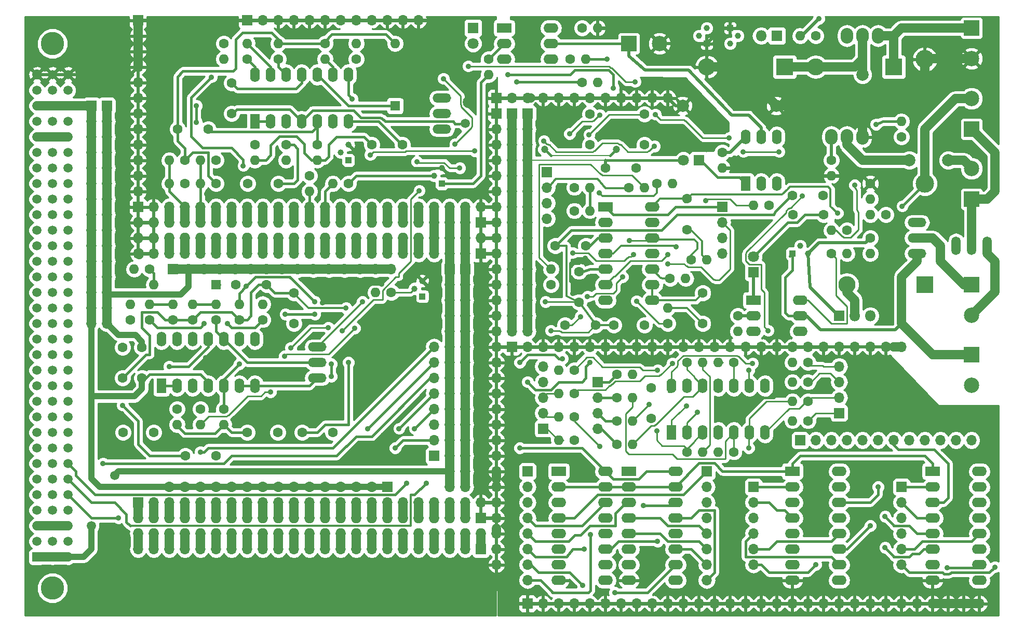
<source format=gbl>
G04 #@! TF.FileFunction,Copper,L2,Bot,Signal*
%FSLAX46Y46*%
G04 Gerber Fmt 4.6, Leading zero omitted, Abs format (unit mm)*
G04 Created by KiCad (PCBNEW 4.0.6-e0-6349~53~ubuntu14.04.1) date Wed May 31 15:55:15 2017*
%MOMM*%
%LPD*%
G01*
G04 APERTURE LIST*
%ADD10C,0.100000*%
%ADD11C,1.600000*%
%ADD12O,1.600000X1.600000*%
%ADD13R,2.400000X1.600000*%
%ADD14O,2.400000X1.600000*%
%ADD15R,1.600000X2.400000*%
%ADD16O,1.600000X2.400000*%
%ADD17R,1.700000X1.700000*%
%ADD18O,1.700000X1.700000*%
%ADD19C,3.810000*%
%ADD20C,1.520000*%
%ADD21R,1.520000X1.520000*%
%ADD22R,1.727200X1.727200*%
%ADD23O,1.727200X1.727200*%
%ADD24R,2.800000X2.800000*%
%ADD25O,2.800000X2.800000*%
%ADD26C,1.000000*%
%ADD27R,1.000000X1.000000*%
%ADD28O,2.032000X2.540000*%
%ADD29R,1.800000X1.800000*%
%ADD30O,1.800000X1.800000*%
%ADD31C,3.000000*%
%ADD32O,3.000000X3.000000*%
%ADD33R,2.500000X2.500000*%
%ADD34C,2.500000*%
%ADD35O,3.010000X1.510000*%
%ADD36O,1.510000X3.010000*%
%ADD37C,1.998980*%
%ADD38R,1.600000X1.600000*%
%ADD39C,1.800000*%
%ADD40C,0.900000*%
%ADD41C,1.500000*%
%ADD42C,1.200000*%
%ADD43C,2.000000*%
%ADD44C,0.400000*%
%ADD45C,0.500000*%
%ADD46C,1.500000*%
%ADD47C,1.000000*%
%ADD48C,0.254000*%
%ADD49C,0.300000*%
%ADD50C,0.200000*%
G04 APERTURE END LIST*
D10*
D11*
X125095000Y-101600000D03*
D12*
X127635000Y-101600000D03*
D11*
X119253000Y-110744000D03*
X119253000Y-105744000D03*
X105156000Y-95504000D03*
X110156000Y-95504000D03*
D13*
X111760000Y-76200000D03*
D14*
X119380000Y-91440000D03*
X111760000Y-78740000D03*
X119380000Y-88900000D03*
X111760000Y-81280000D03*
X119380000Y-86360000D03*
X111760000Y-83820000D03*
X119380000Y-83820000D03*
X111760000Y-86360000D03*
X119380000Y-81280000D03*
X111760000Y-88900000D03*
X119380000Y-78740000D03*
X111760000Y-91440000D03*
X119380000Y-76200000D03*
D11*
X109220000Y-66040000D03*
X109220000Y-61040000D03*
X120142000Y-72390000D03*
D12*
X122682000Y-72390000D03*
D15*
X54610000Y-62230000D03*
D16*
X69850000Y-54610000D03*
X57150000Y-62230000D03*
X67310000Y-54610000D03*
X59690000Y-62230000D03*
X64770000Y-54610000D03*
X62230000Y-62230000D03*
X62230000Y-54610000D03*
X64770000Y-62230000D03*
X59690000Y-54610000D03*
X67310000Y-62230000D03*
X57150000Y-54610000D03*
X69850000Y-62230000D03*
X54610000Y-54610000D03*
D17*
X76200000Y-121920000D03*
D18*
X73660000Y-121920000D03*
X71120000Y-121920000D03*
X68580000Y-121920000D03*
X66040000Y-121920000D03*
X63500000Y-121920000D03*
X60960000Y-121920000D03*
X58420000Y-121920000D03*
X55880000Y-121920000D03*
X53340000Y-121920000D03*
X50800000Y-121920000D03*
X48260000Y-121920000D03*
X45720000Y-121920000D03*
X43180000Y-121920000D03*
X40640000Y-121920000D03*
D17*
X96520000Y-99060000D03*
D18*
X99060000Y-99060000D03*
X101600000Y-99060000D03*
X104140000Y-99060000D03*
X106680000Y-99060000D03*
X109220000Y-99060000D03*
X111760000Y-99060000D03*
X114300000Y-99060000D03*
X116840000Y-99060000D03*
X119380000Y-99060000D03*
X121920000Y-99060000D03*
X124460000Y-99060000D03*
X127000000Y-99060000D03*
X129540000Y-99060000D03*
X132080000Y-99060000D03*
X134620000Y-99060000D03*
X137160000Y-99060000D03*
X139700000Y-99060000D03*
X142240000Y-99060000D03*
X144780000Y-99060000D03*
X147320000Y-99060000D03*
X149860000Y-99060000D03*
X152400000Y-99060000D03*
X154940000Y-99060000D03*
X157480000Y-99060000D03*
X160020000Y-99060000D03*
D17*
X83820000Y-116840000D03*
D18*
X83820000Y-114300000D03*
X83820000Y-111760000D03*
X83820000Y-109220000D03*
X83820000Y-106680000D03*
X83820000Y-104140000D03*
X83820000Y-101600000D03*
X83820000Y-99060000D03*
D19*
X21590000Y-138430000D03*
X21590000Y-49530000D03*
D20*
X19050000Y-128270000D03*
X19050000Y-125730000D03*
X19050000Y-123190000D03*
X19050000Y-120650000D03*
X19050000Y-118110000D03*
X19050000Y-115570000D03*
X19050000Y-113030000D03*
X19050000Y-110490000D03*
X19050000Y-107950000D03*
X19050000Y-105410000D03*
X19050000Y-102870000D03*
X19050000Y-100330000D03*
X19050000Y-97790000D03*
X19050000Y-95250000D03*
X19050000Y-92710000D03*
X19050000Y-90170000D03*
X19050000Y-87630000D03*
X19050000Y-85090000D03*
X19050000Y-82550000D03*
X19050000Y-80010000D03*
X19050000Y-77470000D03*
X19050000Y-74930000D03*
X19050000Y-72390000D03*
X19050000Y-69850000D03*
X19050000Y-67310000D03*
X19050000Y-64770000D03*
X19050000Y-62230000D03*
X19050000Y-59690000D03*
X19050000Y-57150000D03*
X19050000Y-54610000D03*
X19050000Y-130810000D03*
D21*
X19050000Y-133350000D03*
D20*
X21590000Y-133350000D03*
X21590000Y-130810000D03*
X21590000Y-128270000D03*
X21590000Y-125730000D03*
X21590000Y-123190000D03*
X21590000Y-120650000D03*
X21590000Y-118110000D03*
X21590000Y-115570000D03*
X21590000Y-113030000D03*
X21590000Y-110490000D03*
X21590000Y-107950000D03*
X21590000Y-105410000D03*
X21590000Y-102870000D03*
X21590000Y-100330000D03*
X21590000Y-97790000D03*
X21590000Y-95250000D03*
X21590000Y-92710000D03*
X21590000Y-90170000D03*
X21590000Y-87630000D03*
X21590000Y-85090000D03*
X21590000Y-82550000D03*
X21590000Y-80010000D03*
X21590000Y-77470000D03*
X21590000Y-74930000D03*
X21590000Y-72390000D03*
X21590000Y-69850000D03*
X21590000Y-67310000D03*
X21590000Y-64770000D03*
X21590000Y-62230000D03*
X21590000Y-59690000D03*
X21590000Y-57150000D03*
X21590000Y-54610000D03*
X24130000Y-133350000D03*
X24130000Y-130810000D03*
X24130000Y-128270000D03*
X24130000Y-125730000D03*
X24130000Y-123190000D03*
X24130000Y-120650000D03*
X24130000Y-118110000D03*
X24130000Y-115570000D03*
X24130000Y-113030000D03*
X24130000Y-110490000D03*
X24130000Y-107950000D03*
X24130000Y-105410000D03*
X24130000Y-102870000D03*
X24130000Y-100330000D03*
X24130000Y-97790000D03*
X24130000Y-95250000D03*
X24130000Y-92710000D03*
X24130000Y-90170000D03*
X24130000Y-87630000D03*
X24130000Y-85090000D03*
X24130000Y-82550000D03*
X24130000Y-80010000D03*
X24130000Y-77470000D03*
X24130000Y-74930000D03*
X24130000Y-72390000D03*
X24130000Y-69850000D03*
X24130000Y-67310000D03*
X24130000Y-64770000D03*
X24130000Y-62230000D03*
X24130000Y-59690000D03*
X24130000Y-57150000D03*
X24130000Y-54610000D03*
D22*
X91440000Y-127000000D03*
D23*
X91440000Y-129540000D03*
X88900000Y-127000000D03*
X88900000Y-129540000D03*
X86360000Y-127000000D03*
X86360000Y-129540000D03*
X83820000Y-127000000D03*
X83820000Y-129540000D03*
X81280000Y-127000000D03*
X81280000Y-129540000D03*
X78740000Y-127000000D03*
X78740000Y-129540000D03*
X76200000Y-127000000D03*
X76200000Y-129540000D03*
X73660000Y-127000000D03*
X73660000Y-129540000D03*
X71120000Y-127000000D03*
X71120000Y-129540000D03*
X68580000Y-127000000D03*
X68580000Y-129540000D03*
X66040000Y-127000000D03*
X66040000Y-129540000D03*
X63500000Y-127000000D03*
X63500000Y-129540000D03*
X60960000Y-127000000D03*
X60960000Y-129540000D03*
X58420000Y-127000000D03*
X58420000Y-129540000D03*
X55880000Y-127000000D03*
X55880000Y-129540000D03*
X53340000Y-127000000D03*
X53340000Y-129540000D03*
X50800000Y-127000000D03*
X50800000Y-129540000D03*
X48260000Y-127000000D03*
X48260000Y-129540000D03*
X45720000Y-127000000D03*
X45720000Y-129540000D03*
X43180000Y-127000000D03*
X43180000Y-129540000D03*
X40640000Y-127000000D03*
X40640000Y-129540000D03*
X38100000Y-127000000D03*
X38100000Y-129540000D03*
X35560000Y-127000000D03*
X35560000Y-129540000D03*
D22*
X91440000Y-78740000D03*
D23*
X91440000Y-81280000D03*
X88900000Y-78740000D03*
X88900000Y-81280000D03*
X86360000Y-78740000D03*
X86360000Y-81280000D03*
X83820000Y-78740000D03*
X83820000Y-81280000D03*
X81280000Y-78740000D03*
X81280000Y-81280000D03*
X78740000Y-78740000D03*
X78740000Y-81280000D03*
X76200000Y-78740000D03*
X76200000Y-81280000D03*
X73660000Y-78740000D03*
X73660000Y-81280000D03*
X71120000Y-78740000D03*
X71120000Y-81280000D03*
X68580000Y-78740000D03*
X68580000Y-81280000D03*
X66040000Y-78740000D03*
X66040000Y-81280000D03*
X63500000Y-78740000D03*
X63500000Y-81280000D03*
X60960000Y-78740000D03*
X60960000Y-81280000D03*
X58420000Y-78740000D03*
X58420000Y-81280000D03*
X55880000Y-78740000D03*
X55880000Y-81280000D03*
X53340000Y-78740000D03*
X53340000Y-81280000D03*
X50800000Y-78740000D03*
X50800000Y-81280000D03*
X48260000Y-78740000D03*
X48260000Y-81280000D03*
X45720000Y-78740000D03*
X45720000Y-81280000D03*
X43180000Y-78740000D03*
X43180000Y-81280000D03*
X40640000Y-78740000D03*
X40640000Y-81280000D03*
X38100000Y-78740000D03*
X38100000Y-81280000D03*
X35560000Y-78740000D03*
X35560000Y-81280000D03*
D24*
X158750000Y-53340000D03*
D25*
X146050000Y-53340000D03*
D24*
X140970000Y-53340000D03*
D25*
X128270000Y-53340000D03*
D24*
X163830000Y-88900000D03*
D25*
X151130000Y-88900000D03*
D26*
X133350000Y-48260000D03*
X132080000Y-49530000D03*
D27*
X132080000Y-46990000D03*
D26*
X127000000Y-48260000D03*
X128270000Y-46990000D03*
D27*
X128270000Y-49530000D03*
D28*
X151130000Y-64770000D03*
X153670000Y-64770000D03*
X148590000Y-64770000D03*
X153670000Y-48260000D03*
X156210000Y-48260000D03*
X151130000Y-48260000D03*
D26*
X143510000Y-82550000D03*
X144780000Y-83820000D03*
D27*
X142240000Y-83820000D03*
D29*
X149860000Y-93980000D03*
D30*
X152400000Y-93980000D03*
X154940000Y-93980000D03*
D26*
X83820000Y-71120000D03*
X85090000Y-69850000D03*
D27*
X85090000Y-72390000D03*
D26*
X68580000Y-67310000D03*
X69850000Y-66040000D03*
D27*
X69850000Y-68580000D03*
D26*
X80645000Y-89535000D03*
X81915000Y-88265000D03*
D27*
X81915000Y-90805000D03*
D31*
X163830000Y-72390000D03*
D32*
X163830000Y-52090000D03*
D29*
X139700000Y-48260000D03*
D30*
X137160000Y-48260000D03*
D33*
X171450000Y-88900000D03*
D34*
X171450000Y-93900000D03*
D33*
X171450000Y-63500000D03*
D34*
X171450000Y-58500000D03*
D33*
X171450000Y-74930000D03*
D34*
X171450000Y-69930000D03*
D35*
X162560000Y-78740000D03*
X162560000Y-81280000D03*
X162560000Y-83820000D03*
D36*
X173990000Y-82550000D03*
X171450000Y-82550000D03*
X168910000Y-82550000D03*
D37*
X139580620Y-59690000D03*
X124340620Y-59690000D03*
D11*
X67310000Y-113030000D03*
X62310000Y-113030000D03*
X58420000Y-72390000D03*
X53420000Y-72390000D03*
X73660000Y-66040000D03*
X78660000Y-66040000D03*
X46990000Y-63500000D03*
X41990000Y-63500000D03*
X38100000Y-113030000D03*
X33100000Y-113030000D03*
X48260000Y-116840000D03*
X43260000Y-116840000D03*
X53340000Y-113030000D03*
X58340000Y-113030000D03*
X60960000Y-95250000D03*
X60960000Y-90250000D03*
D33*
X171450000Y-46990000D03*
D34*
X171450000Y-51990000D03*
D33*
X171450000Y-100330000D03*
D34*
X171450000Y-105330000D03*
D11*
X56515000Y-88900000D03*
X51515000Y-88900000D03*
X147320000Y-77470000D03*
X142320000Y-77470000D03*
X36195000Y-104140000D03*
X36195000Y-99140000D03*
X50800000Y-60960000D03*
X50800000Y-55960000D03*
D35*
X85090000Y-63500000D03*
X85090000Y-60960000D03*
X85090000Y-58420000D03*
X64770000Y-104140000D03*
X64770000Y-101600000D03*
X64770000Y-99060000D03*
D17*
X35560000Y-76200000D03*
D18*
X38100000Y-76200000D03*
X40640000Y-76200000D03*
X43180000Y-76200000D03*
X45720000Y-76200000D03*
X48260000Y-76200000D03*
X50800000Y-76200000D03*
X53340000Y-76200000D03*
X55880000Y-76200000D03*
X58420000Y-76200000D03*
X60960000Y-76200000D03*
X63500000Y-76200000D03*
X66040000Y-76200000D03*
X68580000Y-76200000D03*
X71120000Y-76200000D03*
X73660000Y-76200000D03*
X76200000Y-76200000D03*
X78740000Y-76200000D03*
X81280000Y-76200000D03*
X83820000Y-76200000D03*
X86360000Y-76200000D03*
X88900000Y-76200000D03*
X91440000Y-76200000D03*
D17*
X91440000Y-83820000D03*
D18*
X88900000Y-83820000D03*
X86360000Y-83820000D03*
X83820000Y-83820000D03*
X81280000Y-83820000D03*
X78740000Y-83820000D03*
X76200000Y-83820000D03*
X73660000Y-83820000D03*
X71120000Y-83820000D03*
X68580000Y-83820000D03*
X66040000Y-83820000D03*
X63500000Y-83820000D03*
X60960000Y-83820000D03*
X58420000Y-83820000D03*
X55880000Y-83820000D03*
X53340000Y-83820000D03*
X50800000Y-83820000D03*
X48260000Y-83820000D03*
X45720000Y-83820000D03*
X43180000Y-83820000D03*
X40640000Y-83820000D03*
X38100000Y-83820000D03*
X35560000Y-83820000D03*
D17*
X35560000Y-124460000D03*
D18*
X38100000Y-124460000D03*
X40640000Y-124460000D03*
X43180000Y-124460000D03*
X45720000Y-124460000D03*
X48260000Y-124460000D03*
X50800000Y-124460000D03*
X53340000Y-124460000D03*
X55880000Y-124460000D03*
X58420000Y-124460000D03*
X60960000Y-124460000D03*
X63500000Y-124460000D03*
X66040000Y-124460000D03*
X68580000Y-124460000D03*
X71120000Y-124460000D03*
X73660000Y-124460000D03*
X76200000Y-124460000D03*
X78740000Y-124460000D03*
X81280000Y-124460000D03*
X83820000Y-124460000D03*
X86360000Y-124460000D03*
X88900000Y-124460000D03*
X91440000Y-124460000D03*
D17*
X91440000Y-132080000D03*
D18*
X88900000Y-132080000D03*
X86360000Y-132080000D03*
X83820000Y-132080000D03*
X81280000Y-132080000D03*
X78740000Y-132080000D03*
X76200000Y-132080000D03*
X73660000Y-132080000D03*
X71120000Y-132080000D03*
X68580000Y-132080000D03*
X66040000Y-132080000D03*
X63500000Y-132080000D03*
X60960000Y-132080000D03*
X58420000Y-132080000D03*
X55880000Y-132080000D03*
X53340000Y-132080000D03*
X50800000Y-132080000D03*
X48260000Y-132080000D03*
X45720000Y-132080000D03*
X43180000Y-132080000D03*
X40640000Y-132080000D03*
X38100000Y-132080000D03*
X35560000Y-132080000D03*
D11*
X33020000Y-104140000D03*
X33020000Y-99140000D03*
D38*
X77470000Y-59690000D03*
D12*
X77470000Y-49530000D03*
D38*
X48260000Y-88900000D03*
D12*
X38100000Y-88900000D03*
D11*
X157480000Y-77470000D03*
D12*
X154940000Y-77470000D03*
D11*
X154940000Y-72390000D03*
D12*
X154940000Y-74930000D03*
D11*
X58420000Y-52070000D03*
D12*
X58420000Y-49530000D03*
D11*
X107950000Y-55880000D03*
D12*
X110490000Y-55880000D03*
D11*
X160020000Y-64770000D03*
D12*
X160020000Y-62230000D03*
D11*
X53340000Y-52070000D03*
D12*
X53340000Y-49530000D03*
D11*
X154940000Y-81280000D03*
D12*
X154940000Y-83820000D03*
D11*
X106045000Y-52070000D03*
D12*
X108585000Y-52070000D03*
D11*
X146050000Y-48260000D03*
D12*
X143510000Y-48260000D03*
D11*
X148590000Y-68580000D03*
D12*
X148590000Y-71120000D03*
D11*
X69850000Y-72390000D03*
D12*
X67310000Y-72390000D03*
D11*
X92710000Y-52070000D03*
D12*
X92710000Y-54610000D03*
D11*
X107950000Y-46990000D03*
D12*
X110490000Y-46990000D03*
D11*
X63500000Y-71120000D03*
D12*
X63500000Y-73660000D03*
D11*
X138430000Y-75946000D03*
D12*
X135890000Y-75946000D03*
D11*
X130810000Y-67310000D03*
D12*
X130810000Y-69850000D03*
D11*
X76835000Y-90170000D03*
D12*
X74295000Y-90170000D03*
D11*
X133350000Y-93980000D03*
D12*
X133350000Y-96520000D03*
D11*
X148590000Y-83820000D03*
D12*
X151130000Y-83820000D03*
D11*
X37465000Y-86360000D03*
D12*
X34925000Y-86360000D03*
D11*
X34290000Y-94615000D03*
D12*
X34290000Y-92075000D03*
D11*
X49530000Y-49530000D03*
D12*
X49530000Y-52070000D03*
D11*
X59690000Y-66040000D03*
D12*
X59690000Y-68580000D03*
D11*
X54610000Y-66040000D03*
D12*
X54610000Y-68580000D03*
D11*
X64770000Y-66040000D03*
D12*
X64770000Y-68580000D03*
D11*
X43180000Y-72390000D03*
D12*
X40640000Y-72390000D03*
D11*
X43180000Y-68580000D03*
D12*
X40640000Y-68580000D03*
D11*
X66040000Y-49530000D03*
D12*
X66040000Y-52070000D03*
D11*
X71120000Y-52070000D03*
D12*
X71120000Y-49530000D03*
D11*
X48260000Y-68580000D03*
D12*
X45720000Y-68580000D03*
D11*
X48260000Y-72390000D03*
D12*
X45720000Y-72390000D03*
D11*
X151130000Y-80010000D03*
D12*
X148590000Y-80010000D03*
D11*
X45720000Y-109220000D03*
D12*
X45720000Y-111760000D03*
D11*
X41910000Y-109220000D03*
D12*
X41910000Y-111760000D03*
D11*
X49530000Y-109220000D03*
D12*
X49530000Y-111760000D03*
D11*
X48260000Y-94615000D03*
D12*
X48260000Y-92075000D03*
D11*
X44450000Y-94615000D03*
D12*
X44450000Y-92075000D03*
D11*
X52070000Y-94615000D03*
D12*
X52070000Y-92075000D03*
D11*
X55880000Y-94615000D03*
D12*
X55880000Y-92075000D03*
D11*
X37465000Y-94615000D03*
D12*
X37465000Y-92075000D03*
D11*
X41275000Y-94615000D03*
D12*
X41275000Y-92075000D03*
D11*
X142240000Y-74295000D03*
X147240000Y-74295000D03*
D33*
X115570000Y-49530000D03*
D34*
X120570000Y-49530000D03*
D29*
X90170000Y-46990000D03*
D39*
X90170000Y-49530000D03*
D29*
X127000000Y-68580000D03*
D39*
X124460000Y-68580000D03*
D29*
X135890000Y-86868000D03*
D39*
X135890000Y-84328000D03*
D17*
X135890000Y-121920000D03*
D18*
X135890000Y-124460000D03*
X135890000Y-127000000D03*
X135890000Y-129540000D03*
X135890000Y-132080000D03*
X135890000Y-134620000D03*
D13*
X142240000Y-119380000D03*
D14*
X149860000Y-137160000D03*
X142240000Y-121920000D03*
X149860000Y-134620000D03*
X142240000Y-124460000D03*
X149860000Y-132080000D03*
X142240000Y-127000000D03*
X149860000Y-129540000D03*
X142240000Y-129540000D03*
X149860000Y-127000000D03*
X142240000Y-132080000D03*
X149860000Y-124460000D03*
X142240000Y-134620000D03*
X149860000Y-121920000D03*
X142240000Y-137160000D03*
X149860000Y-119380000D03*
D13*
X165100000Y-119380000D03*
D14*
X172720000Y-137160000D03*
X165100000Y-121920000D03*
X172720000Y-134620000D03*
X165100000Y-124460000D03*
X172720000Y-132080000D03*
X165100000Y-127000000D03*
X172720000Y-129540000D03*
X165100000Y-129540000D03*
X172720000Y-127000000D03*
X165100000Y-132080000D03*
X172720000Y-124460000D03*
X165100000Y-134620000D03*
X172720000Y-121920000D03*
X165100000Y-137160000D03*
X172720000Y-119380000D03*
D17*
X99060000Y-119380000D03*
D18*
X99060000Y-121920000D03*
X99060000Y-124460000D03*
X99060000Y-127000000D03*
X99060000Y-129540000D03*
X99060000Y-132080000D03*
X99060000Y-134620000D03*
X99060000Y-137160000D03*
D17*
X160020000Y-121920000D03*
D18*
X160020000Y-124460000D03*
X160020000Y-127000000D03*
X160020000Y-129540000D03*
X160020000Y-132080000D03*
X160020000Y-134620000D03*
D17*
X86360000Y-86360000D03*
D18*
X86360000Y-88900000D03*
X86360000Y-91440000D03*
X86360000Y-93980000D03*
X86360000Y-96520000D03*
X86360000Y-99060000D03*
X86360000Y-101600000D03*
X86360000Y-104140000D03*
X86360000Y-106680000D03*
X86360000Y-109220000D03*
X86360000Y-111760000D03*
X86360000Y-114300000D03*
X86360000Y-116840000D03*
X86360000Y-119380000D03*
X86360000Y-121920000D03*
D17*
X88900000Y-86360000D03*
D18*
X88900000Y-88900000D03*
X88900000Y-91440000D03*
X88900000Y-93980000D03*
X88900000Y-96520000D03*
X88900000Y-99060000D03*
X88900000Y-101600000D03*
X88900000Y-104140000D03*
X88900000Y-106680000D03*
X88900000Y-109220000D03*
X88900000Y-111760000D03*
X88900000Y-114300000D03*
X88900000Y-116840000D03*
X88900000Y-119380000D03*
X88900000Y-121920000D03*
D17*
X93980000Y-60960000D03*
D18*
X93980000Y-63500000D03*
X93980000Y-66040000D03*
X93980000Y-68580000D03*
X93980000Y-71120000D03*
X93980000Y-73660000D03*
X93980000Y-76200000D03*
X93980000Y-78740000D03*
X93980000Y-81280000D03*
X93980000Y-83820000D03*
X93980000Y-86360000D03*
X93980000Y-88900000D03*
X93980000Y-91440000D03*
X93980000Y-93980000D03*
X93980000Y-96520000D03*
X93980000Y-99060000D03*
X93980000Y-101600000D03*
X93980000Y-104140000D03*
X93980000Y-106680000D03*
X93980000Y-109220000D03*
X93980000Y-111760000D03*
X93980000Y-114300000D03*
X93980000Y-116840000D03*
X93980000Y-119380000D03*
X93980000Y-121920000D03*
X93980000Y-124460000D03*
X93980000Y-127000000D03*
X93980000Y-129540000D03*
X93980000Y-132080000D03*
X93980000Y-134620000D03*
D17*
X93980000Y-58420000D03*
D18*
X96520000Y-58420000D03*
X99060000Y-58420000D03*
X101600000Y-58420000D03*
X104140000Y-58420000D03*
X106680000Y-58420000D03*
X109220000Y-58420000D03*
X111760000Y-58420000D03*
X114300000Y-58420000D03*
X116840000Y-58420000D03*
X119380000Y-58420000D03*
X121920000Y-58420000D03*
D17*
X35560000Y-45720000D03*
D18*
X35560000Y-48260000D03*
X35560000Y-50800000D03*
X35560000Y-53340000D03*
X35560000Y-55880000D03*
X35560000Y-58420000D03*
X35560000Y-60960000D03*
X35560000Y-63500000D03*
X35560000Y-66040000D03*
X35560000Y-68580000D03*
X35560000Y-71120000D03*
X35560000Y-73660000D03*
D17*
X53340000Y-45720000D03*
D18*
X55880000Y-45720000D03*
X58420000Y-45720000D03*
X60960000Y-45720000D03*
X63500000Y-45720000D03*
X66040000Y-45720000D03*
X68580000Y-45720000D03*
X71120000Y-45720000D03*
X73660000Y-45720000D03*
X76200000Y-45720000D03*
X78740000Y-45720000D03*
X81280000Y-45720000D03*
D17*
X99060000Y-140970000D03*
D18*
X101600000Y-140970000D03*
X104140000Y-140970000D03*
X106680000Y-140970000D03*
X109220000Y-140970000D03*
X111760000Y-140970000D03*
X114300000Y-140970000D03*
X116840000Y-140970000D03*
X119380000Y-140970000D03*
X121920000Y-140970000D03*
X124460000Y-140970000D03*
X127000000Y-140970000D03*
X129540000Y-140970000D03*
X132080000Y-140970000D03*
X134620000Y-140970000D03*
X137160000Y-140970000D03*
X139700000Y-140970000D03*
X142240000Y-140970000D03*
X144780000Y-140970000D03*
X147320000Y-140970000D03*
X149860000Y-140970000D03*
X152400000Y-140970000D03*
X154940000Y-140970000D03*
X157480000Y-140970000D03*
X160020000Y-140970000D03*
X162560000Y-140970000D03*
X165100000Y-140970000D03*
X167640000Y-140970000D03*
X170180000Y-140970000D03*
X172720000Y-140970000D03*
D17*
X27940000Y-59690000D03*
D18*
X27940000Y-62230000D03*
X27940000Y-64770000D03*
X27940000Y-67310000D03*
X27940000Y-69850000D03*
X27940000Y-72390000D03*
X27940000Y-74930000D03*
X27940000Y-77470000D03*
X27940000Y-80010000D03*
X27940000Y-82550000D03*
X27940000Y-85090000D03*
X27940000Y-87630000D03*
X27940000Y-90170000D03*
X27940000Y-92710000D03*
X27940000Y-95250000D03*
D17*
X99060000Y-60960000D03*
D18*
X99060000Y-63500000D03*
X99060000Y-66040000D03*
X99060000Y-68580000D03*
X99060000Y-71120000D03*
X99060000Y-73660000D03*
X99060000Y-76200000D03*
X99060000Y-78740000D03*
X99060000Y-81280000D03*
X99060000Y-83820000D03*
X99060000Y-86360000D03*
X99060000Y-88900000D03*
X99060000Y-91440000D03*
X99060000Y-93980000D03*
X99060000Y-96520000D03*
D17*
X41275000Y-86360000D03*
D18*
X43815000Y-86360000D03*
X46355000Y-86360000D03*
X48895000Y-86360000D03*
X51435000Y-86360000D03*
X53975000Y-86360000D03*
X56515000Y-86360000D03*
X59055000Y-86360000D03*
X61595000Y-86360000D03*
X64135000Y-86360000D03*
X66675000Y-86360000D03*
X69215000Y-86360000D03*
X71755000Y-86360000D03*
X74295000Y-86360000D03*
X76835000Y-86360000D03*
D17*
X96520000Y-60960000D03*
D18*
X96520000Y-63500000D03*
X96520000Y-66040000D03*
X96520000Y-68580000D03*
X96520000Y-71120000D03*
X96520000Y-73660000D03*
X96520000Y-76200000D03*
X96520000Y-78740000D03*
X96520000Y-81280000D03*
X96520000Y-83820000D03*
X96520000Y-86360000D03*
X96520000Y-88900000D03*
X96520000Y-91440000D03*
X96520000Y-93980000D03*
X96520000Y-96520000D03*
D17*
X30480000Y-59690000D03*
D18*
X30480000Y-62230000D03*
X30480000Y-64770000D03*
X30480000Y-67310000D03*
X30480000Y-69850000D03*
X30480000Y-72390000D03*
X30480000Y-74930000D03*
X30480000Y-77470000D03*
X30480000Y-80010000D03*
X30480000Y-82550000D03*
X30480000Y-85090000D03*
X30480000Y-87630000D03*
X30480000Y-90170000D03*
X30480000Y-92710000D03*
X30480000Y-95250000D03*
D17*
X128270000Y-119380000D03*
D18*
X128270000Y-121920000D03*
X128270000Y-124460000D03*
X128270000Y-127000000D03*
X128270000Y-129540000D03*
X128270000Y-132080000D03*
X128270000Y-134620000D03*
X128270000Y-137160000D03*
D17*
X143510000Y-114300000D03*
D18*
X146050000Y-114300000D03*
X148590000Y-114300000D03*
X151130000Y-114300000D03*
X153670000Y-114300000D03*
X156210000Y-114300000D03*
X158750000Y-114300000D03*
X161290000Y-114300000D03*
X163830000Y-114300000D03*
X166370000Y-114300000D03*
X168910000Y-114300000D03*
X171450000Y-114300000D03*
D13*
X104140000Y-119380000D03*
D14*
X111760000Y-137160000D03*
X104140000Y-121920000D03*
X111760000Y-134620000D03*
X104140000Y-124460000D03*
X111760000Y-132080000D03*
X104140000Y-127000000D03*
X111760000Y-129540000D03*
X104140000Y-129540000D03*
X111760000Y-127000000D03*
X104140000Y-132080000D03*
X111760000Y-124460000D03*
X104140000Y-134620000D03*
X111760000Y-121920000D03*
X104140000Y-137160000D03*
X111760000Y-119380000D03*
D13*
X115570000Y-119380000D03*
D14*
X123190000Y-137160000D03*
X115570000Y-121920000D03*
X123190000Y-134620000D03*
X115570000Y-124460000D03*
X123190000Y-132080000D03*
X115570000Y-127000000D03*
X123190000Y-129540000D03*
X115570000Y-129540000D03*
X123190000Y-127000000D03*
X115570000Y-132080000D03*
X123190000Y-124460000D03*
X115570000Y-134620000D03*
X123190000Y-121920000D03*
X115570000Y-137160000D03*
X123190000Y-119380000D03*
D13*
X95250000Y-46990000D03*
D14*
X102870000Y-52070000D03*
X95250000Y-49530000D03*
X102870000Y-49530000D03*
X95250000Y-52070000D03*
X102870000Y-46990000D03*
D15*
X134620000Y-72390000D03*
D16*
X139700000Y-64770000D03*
X137160000Y-72390000D03*
X137160000Y-64770000D03*
X139700000Y-72390000D03*
X134620000Y-64770000D03*
D13*
X135890000Y-91440000D03*
D14*
X143510000Y-96520000D03*
X135890000Y-93980000D03*
X143510000Y-93980000D03*
X135890000Y-96520000D03*
X143510000Y-91440000D03*
D15*
X39370000Y-105410000D03*
D16*
X54610000Y-97790000D03*
X41910000Y-105410000D03*
X52070000Y-97790000D03*
X44450000Y-105410000D03*
X49530000Y-97790000D03*
X46990000Y-105410000D03*
X46990000Y-97790000D03*
X49530000Y-105410000D03*
X44450000Y-97790000D03*
X52070000Y-105410000D03*
X41910000Y-97790000D03*
X54610000Y-105410000D03*
X39370000Y-97790000D03*
D11*
X108585000Y-82550000D03*
X103585000Y-82550000D03*
X118110000Y-66040000D03*
X118110000Y-61040000D03*
X107442000Y-86741000D03*
X107442000Y-91741000D03*
D17*
X102235000Y-70485000D03*
D18*
X102235000Y-73025000D03*
X102235000Y-75565000D03*
X102235000Y-78105000D03*
D17*
X130810000Y-76200000D03*
D18*
X130810000Y-78740000D03*
X130810000Y-81280000D03*
X130810000Y-83820000D03*
D11*
X106680000Y-73025000D03*
D12*
X109220000Y-73025000D03*
D11*
X106680000Y-76835000D03*
D12*
X109220000Y-76835000D03*
D11*
X115570000Y-73025000D03*
D12*
X118110000Y-73025000D03*
D11*
X102870000Y-88900000D03*
D12*
X102870000Y-86360000D03*
D11*
X127635000Y-95250000D03*
X127635000Y-90250000D03*
X118110000Y-95504000D03*
X113110000Y-95504000D03*
X121920000Y-95250000D03*
D12*
X121920000Y-92710000D03*
D11*
X122301000Y-87884000D03*
D12*
X124841000Y-87884000D03*
D11*
X125095000Y-79883000D03*
X125095000Y-74883000D03*
X125730000Y-84836000D03*
D12*
X128270000Y-84836000D03*
D17*
X110490000Y-104775000D03*
D18*
X110490000Y-107315000D03*
X110490000Y-109855000D03*
X110490000Y-112395000D03*
D17*
X149860000Y-109855000D03*
D18*
X149860000Y-107315000D03*
X149860000Y-104775000D03*
X149860000Y-102235000D03*
D11*
X125095000Y-116205000D03*
D12*
X127635000Y-116205000D03*
D11*
X106680000Y-114300000D03*
D12*
X104140000Y-114300000D03*
D11*
X113665000Y-103505000D03*
D12*
X116205000Y-103505000D03*
D11*
X144780000Y-111125000D03*
D12*
X142240000Y-111125000D03*
D15*
X122555000Y-113030000D03*
D16*
X137795000Y-105410000D03*
X125095000Y-113030000D03*
X135255000Y-105410000D03*
X127635000Y-113030000D03*
X132715000Y-105410000D03*
X130175000Y-113030000D03*
X130175000Y-105410000D03*
X132715000Y-113030000D03*
X127635000Y-105410000D03*
X135255000Y-113030000D03*
X125095000Y-105410000D03*
X137795000Y-113030000D03*
X122555000Y-105410000D03*
D11*
X111760000Y-69850000D03*
X116760000Y-69850000D03*
X132715000Y-116205000D03*
D12*
X130175000Y-116205000D03*
D11*
X106680000Y-110490000D03*
D12*
X104140000Y-110490000D03*
D11*
X113665000Y-107315000D03*
D12*
X116205000Y-107315000D03*
D11*
X144780000Y-107950000D03*
D12*
X142240000Y-107950000D03*
D11*
X132715000Y-101600000D03*
D12*
X130175000Y-101600000D03*
D11*
X106680000Y-106680000D03*
D12*
X104140000Y-106680000D03*
D11*
X113665000Y-111125000D03*
D12*
X116205000Y-111125000D03*
D11*
X144780000Y-104775000D03*
D12*
X142240000Y-104775000D03*
D11*
X106680000Y-102870000D03*
D12*
X104140000Y-102870000D03*
D11*
X113665000Y-114935000D03*
D12*
X116205000Y-114935000D03*
D11*
X144780000Y-101600000D03*
D12*
X142240000Y-101600000D03*
D17*
X101600000Y-112395000D03*
D18*
X101600000Y-109855000D03*
X101600000Y-107315000D03*
X101600000Y-104775000D03*
X101600000Y-102235000D03*
D40*
X97790000Y-115570000D03*
D41*
X31750000Y-120015000D03*
X27940000Y-128270000D03*
D40*
X123317000Y-82677000D03*
X99060000Y-104775000D03*
X109220000Y-101600000D03*
D41*
X88900000Y-62585600D03*
D40*
X104775000Y-100965000D03*
X97790000Y-101600000D03*
D42*
X113538000Y-66802000D03*
X101854000Y-66802000D03*
D40*
X40640000Y-102235000D03*
X146558000Y-45466000D03*
D42*
X152400000Y-93980000D03*
D40*
X160147000Y-76073000D03*
X47498000Y-54991000D03*
X52705000Y-69469000D03*
X67056000Y-103886000D03*
X67056000Y-101854000D03*
X72136000Y-91694000D03*
X81026000Y-68834000D03*
X88011000Y-69850000D03*
X105918000Y-64262000D03*
X110871000Y-61214000D03*
X152400000Y-72644000D03*
X140081000Y-67183000D03*
X134239000Y-67183000D03*
X131953000Y-64897000D03*
X119888000Y-61087000D03*
X116586000Y-55753000D03*
X89408000Y-53213000D03*
X85344000Y-55245000D03*
X87249000Y-65913000D03*
X81407000Y-73533000D03*
X68834000Y-96393000D03*
X66548000Y-95885000D03*
X60452000Y-99187000D03*
X57150000Y-106426000D03*
X52070000Y-101854000D03*
X69850000Y-101600000D03*
X102870000Y-96393000D03*
X69469000Y-92710000D03*
X101981000Y-91694000D03*
X33020000Y-108585000D03*
X106299000Y-85471000D03*
X106553000Y-93218000D03*
X106426000Y-90297000D03*
X106299000Y-81915000D03*
X108458000Y-84582000D03*
X68707000Y-49784000D03*
X61976000Y-51308000D03*
X55626000Y-49530000D03*
X72771000Y-63754000D03*
X78105000Y-63373000D03*
X43180000Y-57277000D03*
X61595000Y-104013000D03*
X62103000Y-99187000D03*
X61722000Y-107188000D03*
X155067000Y-102108000D03*
X133731000Y-110744000D03*
X136017000Y-107442000D03*
X51181000Y-71628000D03*
X46736000Y-74041000D03*
X46863000Y-57531000D03*
X40640000Y-58039000D03*
X75565000Y-113411000D03*
X72136000Y-108458000D03*
X36830000Y-102362000D03*
X33020000Y-101219000D03*
X30226000Y-108712000D03*
X30226000Y-105410000D03*
X43053000Y-100838000D03*
X46609000Y-100838000D03*
X50673000Y-100838000D03*
X56769000Y-97917000D03*
X75311000Y-88773000D03*
X71120000Y-88773000D03*
X67056000Y-90170000D03*
X65659000Y-91821000D03*
X65786000Y-93853000D03*
X115697000Y-62484000D03*
D43*
X89535000Y-59055000D03*
X153670000Y-54610000D03*
X161290000Y-68580000D03*
X167640000Y-68580000D03*
D40*
X112014000Y-52070000D03*
X73406000Y-67691000D03*
X90424000Y-67056000D03*
X101727000Y-65405000D03*
X119761000Y-66294000D03*
X128143000Y-75184000D03*
X155879800Y-62712600D03*
X113030000Y-56769000D03*
X95885000Y-54610000D03*
X97282000Y-55753000D03*
X70485000Y-58547000D03*
X45085000Y-62357000D03*
X45085000Y-59690000D03*
X50165000Y-95250000D03*
X46355000Y-95250000D03*
X64389000Y-91694000D03*
X64389000Y-93726000D03*
X59563000Y-93726000D03*
X53213000Y-89154000D03*
X32385000Y-127000000D03*
X77470000Y-115570000D03*
X82550000Y-121285000D03*
X80645000Y-112395000D03*
X79375000Y-121285000D03*
X78105000Y-112395000D03*
X29845000Y-118110000D03*
X73025000Y-112395000D03*
X45720000Y-116205000D03*
X146050000Y-134620000D03*
X157353000Y-131826000D03*
X167513000Y-135128000D03*
X175260000Y-135001000D03*
X108280200Y-132080000D03*
X108077000Y-138023600D03*
X113284000Y-139192000D03*
X117983000Y-124968000D03*
X109321600Y-129692400D03*
X120269000Y-130810000D03*
X154940000Y-128270000D03*
X156210000Y-121920000D03*
X157353000Y-126746000D03*
X121920000Y-85471000D03*
X116332000Y-83947000D03*
X106426000Y-83693000D03*
X109093000Y-64389000D03*
X121920000Y-83947000D03*
X116840000Y-91567000D03*
X149606000Y-77216000D03*
X115697000Y-81661000D03*
X114554000Y-87630000D03*
X108839000Y-90805000D03*
X107696000Y-94107000D03*
X110744000Y-73914000D03*
X70866000Y-96012000D03*
X59436000Y-100584000D03*
X138303000Y-96393000D03*
X143891000Y-74422000D03*
X124968000Y-108712000D03*
X120142000Y-112776000D03*
X126746000Y-109728000D03*
X135763000Y-101727000D03*
X110871000Y-115316000D03*
X135128000Y-115570000D03*
X118872000Y-108458000D03*
X135128000Y-102870000D03*
X122682000Y-101727000D03*
X120269000Y-102870000D03*
D44*
X142240000Y-119380000D02*
X142240000Y-118110000D01*
X165100000Y-118110000D02*
X165100000Y-119380000D01*
X163830000Y-116840000D02*
X165100000Y-118110000D01*
X143510000Y-116840000D02*
X163830000Y-116840000D01*
X142240000Y-118110000D02*
X143510000Y-116840000D01*
X123190000Y-121920000D02*
X127025400Y-117983000D01*
X127025400Y-117983000D02*
X129565400Y-117983000D01*
X129565400Y-117983000D02*
X130810000Y-119380000D01*
X130810000Y-119380000D02*
X142240000Y-119380000D01*
X142748000Y-118872000D02*
X142240000Y-119380000D01*
X115570000Y-121920000D02*
X123190000Y-121920000D01*
X104140000Y-121920000D02*
X111760000Y-121920000D01*
X111760000Y-121920000D02*
X115570000Y-121920000D01*
X104140000Y-134366000D02*
X104140000Y-134620000D01*
D45*
X111633000Y-137287000D02*
X111760000Y-137160000D01*
D44*
X115570000Y-134366000D02*
X115570000Y-134620000D01*
D46*
X88900000Y-114300000D02*
X88900000Y-116840000D01*
X88900000Y-116840000D02*
X88900000Y-119380000D01*
X88900000Y-119380000D02*
X88900000Y-121920000D01*
X88900000Y-101600000D02*
X88900000Y-104140000D01*
X88900000Y-104140000D02*
X88900000Y-106680000D01*
X88900000Y-106680000D02*
X88900000Y-109220000D01*
X88900000Y-109220000D02*
X88900000Y-111760000D01*
X88900000Y-111760000D02*
X88900000Y-114300000D01*
X88900000Y-86360000D02*
X88900000Y-88900000D01*
X88900000Y-88900000D02*
X88900000Y-91440000D01*
X88900000Y-91440000D02*
X88900000Y-93980000D01*
X88900000Y-93980000D02*
X88900000Y-96520000D01*
X88900000Y-96520000D02*
X88900000Y-99060000D01*
X88900000Y-99060000D02*
X88900000Y-101600000D01*
X88900000Y-76200000D02*
X88900000Y-78740000D01*
X88900000Y-78740000D02*
X88900000Y-81280000D01*
X88900000Y-81280000D02*
X88900000Y-83820000D01*
X88900000Y-83820000D02*
X88900000Y-86360000D01*
D44*
X111760000Y-119380000D02*
X113030000Y-120650000D01*
X113030000Y-120650000D02*
X117221000Y-120650000D01*
X117221000Y-120650000D02*
X118491000Y-119380000D01*
X118491000Y-119380000D02*
X123190000Y-119380000D01*
X111760000Y-119380000D02*
X107950000Y-115570000D01*
X107950000Y-115570000D02*
X97790000Y-115570000D01*
D46*
X24130000Y-133350000D02*
X21590000Y-133350000D01*
X21590000Y-133350000D02*
X19050000Y-133350000D01*
X86360000Y-86360000D02*
X86360000Y-88900000D01*
X86360000Y-88900000D02*
X86360000Y-91440000D01*
X86360000Y-91440000D02*
X86360000Y-93980000D01*
X86360000Y-93980000D02*
X86360000Y-96520000D01*
X86360000Y-96520000D02*
X86360000Y-99060000D01*
X86360000Y-99060000D02*
X86360000Y-101600000D01*
X86360000Y-101600000D02*
X86360000Y-104140000D01*
X86360000Y-104140000D02*
X86360000Y-106680000D01*
X86360000Y-106680000D02*
X86360000Y-109220000D01*
X86360000Y-109220000D02*
X86360000Y-111760000D01*
X86360000Y-111760000D02*
X86360000Y-114300000D01*
X86360000Y-114300000D02*
X86360000Y-116840000D01*
X86360000Y-116840000D02*
X86360000Y-119380000D01*
X86360000Y-119380000D02*
X86360000Y-121920000D01*
X86360000Y-83820000D02*
X86360000Y-81280000D01*
X86360000Y-81280000D02*
X86360000Y-78740000D01*
X86360000Y-76200000D02*
X86360000Y-83820000D01*
X86360000Y-86360000D02*
X86360000Y-83820000D01*
D47*
X24130000Y-133350000D02*
X26670000Y-133350000D01*
X32385000Y-119380000D02*
X86360000Y-119380000D01*
X31750000Y-120015000D02*
X32385000Y-119380000D01*
X27940000Y-132080000D02*
X27940000Y-128270000D01*
X26670000Y-133350000D02*
X27940000Y-132080000D01*
D46*
X53340000Y-83820000D02*
X53340000Y-81280000D01*
D48*
X51515000Y-88900000D02*
X51435000Y-88900000D01*
D49*
X111760000Y-83820000D02*
X113030000Y-83820000D01*
X123190000Y-82550000D02*
X123317000Y-82677000D01*
X114300000Y-82550000D02*
X123190000Y-82550000D01*
X114173000Y-82677000D02*
X114300000Y-82550000D01*
X113030000Y-83820000D02*
X114173000Y-82677000D01*
D44*
X100330000Y-106045000D02*
X99060000Y-104775000D01*
X102870000Y-106045000D02*
X100330000Y-106045000D01*
X104140000Y-104775000D02*
X102870000Y-106045000D01*
X107950000Y-104775000D02*
X104140000Y-104775000D01*
X108585000Y-104140000D02*
X107950000Y-104775000D01*
X108585000Y-102235000D02*
X108585000Y-104140000D01*
X109220000Y-101600000D02*
X108585000Y-102235000D01*
D48*
X135890000Y-84328000D02*
X136271000Y-83947000D01*
D45*
X111760000Y-69850000D02*
X111760000Y-68580000D01*
D44*
X135890000Y-84328000D02*
X135890000Y-84455000D01*
X135890000Y-84455000D02*
X136525000Y-83820000D01*
D49*
X111760000Y-83820000D02*
X112268000Y-83820000D01*
X111760000Y-83820000D02*
X112014000Y-83566000D01*
D44*
X135890000Y-84328000D02*
X141478000Y-78740000D01*
X141478000Y-78740000D02*
X143002000Y-78740000D01*
X143002000Y-78740000D02*
X144272000Y-77470000D01*
X144272000Y-77470000D02*
X147320000Y-77470000D01*
X111760000Y-83820000D02*
X112014000Y-83566000D01*
X63576200Y-60883800D02*
X63576200Y-60858400D01*
X87249000Y-62611000D02*
X88900000Y-62585600D01*
X86944200Y-62204600D02*
X87249000Y-62611000D01*
X75895200Y-62204600D02*
X86944200Y-62204600D01*
X75311000Y-61722000D02*
X75895200Y-62204600D01*
X75184000Y-61722000D02*
X75311000Y-61722000D01*
X75057000Y-61595000D02*
X75184000Y-61722000D01*
X71882000Y-61595000D02*
X75057000Y-61595000D01*
X70993000Y-60706000D02*
X71882000Y-61595000D01*
X70713600Y-60426600D02*
X70993000Y-60706000D01*
X64008000Y-60426600D02*
X70713600Y-60426600D01*
X63576200Y-60858400D02*
X64008000Y-60426600D01*
X50800000Y-60960000D02*
X50952400Y-60960000D01*
X50952400Y-60960000D02*
X51638200Y-60274200D01*
X60274200Y-60274200D02*
X62230000Y-62230000D01*
X51638200Y-60274200D02*
X60274200Y-60274200D01*
X62230000Y-62230000D02*
X63576200Y-60883800D01*
X50800000Y-60960000D02*
X51054000Y-60706000D01*
X50800000Y-60960000D02*
X50927000Y-60960000D01*
X50927000Y-60960000D02*
X51054000Y-60833000D01*
D50*
X99060000Y-68580000D02*
X111760000Y-68580000D01*
D44*
X111760000Y-68580000D02*
X124460000Y-68580000D01*
X36195000Y-104140000D02*
X36830000Y-104140000D01*
X36830000Y-104140000D02*
X37465000Y-103505000D01*
X45720000Y-103505000D02*
X46990000Y-104775000D01*
X37465000Y-103505000D02*
X45720000Y-103505000D01*
X46990000Y-104775000D02*
X46990000Y-105410000D01*
D47*
X68580000Y-121920000D02*
X71120000Y-121920000D01*
X71120000Y-121920000D02*
X73660000Y-121920000D01*
X73660000Y-121920000D02*
X76200000Y-121920000D01*
X58420000Y-121920000D02*
X60960000Y-121920000D01*
X60960000Y-121920000D02*
X63500000Y-121920000D01*
X63500000Y-121920000D02*
X66040000Y-121920000D01*
X66040000Y-121920000D02*
X68580000Y-121920000D01*
X48260000Y-121920000D02*
X50800000Y-121920000D01*
X50800000Y-121920000D02*
X53340000Y-121920000D01*
X53340000Y-121920000D02*
X55880000Y-121920000D01*
X55880000Y-121920000D02*
X58420000Y-121920000D01*
X40640000Y-121920000D02*
X29337000Y-121920000D01*
X27940000Y-120523000D02*
X27940000Y-107124500D01*
X29337000Y-121920000D02*
X27940000Y-120523000D01*
X40640000Y-121920000D02*
X43180000Y-121920000D01*
X43180000Y-121920000D02*
X45720000Y-121920000D01*
X45720000Y-121920000D02*
X48260000Y-121920000D01*
X36195000Y-104140000D02*
X36195000Y-105918000D01*
X34988500Y-107124500D02*
X27940000Y-107124500D01*
X36195000Y-105918000D02*
X34988500Y-107124500D01*
D46*
X27940000Y-59690000D02*
X27940000Y-62230000D01*
X27940000Y-62230000D02*
X27940000Y-64770000D01*
X27940000Y-64770000D02*
X27940000Y-67310000D01*
X27940000Y-67310000D02*
X27940000Y-69850000D01*
X27940000Y-69850000D02*
X27940000Y-72390000D01*
X27940000Y-72390000D02*
X27940000Y-74930000D01*
X27940000Y-74930000D02*
X27940000Y-77470000D01*
X27940000Y-77470000D02*
X27940000Y-80010000D01*
X27940000Y-80010000D02*
X27940000Y-82550000D01*
X27940000Y-82550000D02*
X27940000Y-85090000D01*
X27940000Y-85090000D02*
X27940000Y-87630000D01*
X27940000Y-87630000D02*
X27940000Y-90170000D01*
X27940000Y-90170000D02*
X27940000Y-92710000D01*
X27940000Y-92710000D02*
X27940000Y-95250000D01*
X19050000Y-59690000D02*
X21590000Y-59690000D01*
X21590000Y-59690000D02*
X24130000Y-59690000D01*
X24130000Y-59690000D02*
X27940000Y-59690000D01*
X99060000Y-73660000D02*
X99060000Y-71120000D01*
X99060000Y-71120000D02*
X99060000Y-68580000D01*
X99060000Y-68580000D02*
X99060000Y-66040000D01*
X99060000Y-66040000D02*
X99060000Y-63500000D01*
X99060000Y-63500000D02*
X99060000Y-60960000D01*
X99060000Y-81280000D02*
X99060000Y-78740000D01*
X99060000Y-78740000D02*
X99060000Y-76200000D01*
X99060000Y-76200000D02*
X99060000Y-73660000D01*
X99060000Y-96520000D02*
X99060000Y-93980000D01*
X99060000Y-93980000D02*
X99060000Y-91440000D01*
X99060000Y-91440000D02*
X99060000Y-88900000D01*
X99060000Y-88900000D02*
X99060000Y-86360000D01*
X99060000Y-86360000D02*
X99060000Y-83820000D01*
X99060000Y-83820000D02*
X99060000Y-81280000D01*
D48*
X146812000Y-77470000D02*
X147320000Y-77470000D01*
X50800000Y-60960000D02*
X50927000Y-61087000D01*
X61976000Y-62230000D02*
X62230000Y-62230000D01*
D47*
X27940000Y-107124500D02*
X27940000Y-95250000D01*
D44*
X104140000Y-100965000D02*
X103505000Y-100330000D01*
X104775000Y-100965000D02*
X104140000Y-100965000D01*
X99060000Y-100330000D02*
X97790000Y-101600000D01*
X103505000Y-100330000D02*
X99060000Y-100330000D01*
D48*
X119380000Y-83820000D02*
X120015000Y-83185000D01*
D44*
X119380000Y-83820000D02*
X119253000Y-83820000D01*
X112522000Y-67818000D02*
X113538000Y-66802000D01*
D50*
X102870000Y-67818000D02*
X112522000Y-67818000D01*
D44*
X101854000Y-66802000D02*
X102870000Y-67818000D01*
X62230000Y-54610000D02*
X62230000Y-55981600D01*
X51736000Y-56896000D02*
X50800000Y-55960000D01*
X61315600Y-56896000D02*
X51736000Y-56896000D01*
X62230000Y-55981600D02*
X61315600Y-56896000D01*
X50800000Y-55960000D02*
X50800000Y-56007000D01*
X50800000Y-56007000D02*
X50927000Y-56134000D01*
X62230000Y-54737000D02*
X62230000Y-54610000D01*
X46990000Y-97790000D02*
X46990000Y-99060000D01*
X43815000Y-102235000D02*
X40640000Y-102235000D01*
X46990000Y-99060000D02*
X43815000Y-102235000D01*
X46736000Y-97790000D02*
X46990000Y-97790000D01*
D47*
X36195000Y-99140000D02*
X36195000Y-98171000D01*
X36195000Y-98171000D02*
X35115500Y-97091500D01*
X35115500Y-97091500D02*
X32321500Y-97091500D01*
X32321500Y-97091500D02*
X30480000Y-95250000D01*
X30797500Y-90487500D02*
X42545000Y-90487500D01*
X43815000Y-89217500D02*
X42545000Y-90487500D01*
X43815000Y-89217500D02*
X43815000Y-86360000D01*
X30797500Y-90487500D02*
X30480000Y-90170000D01*
D46*
X96520000Y-96520000D02*
X96520000Y-93980000D01*
X96520000Y-93980000D02*
X96520000Y-91440000D01*
X96520000Y-91440000D02*
X96520000Y-88900000D01*
X96520000Y-88900000D02*
X96520000Y-86360000D01*
X96520000Y-86360000D02*
X96520000Y-83820000D01*
X96520000Y-83820000D02*
X96520000Y-81280000D01*
X96520000Y-81280000D02*
X96520000Y-78740000D01*
X96520000Y-78740000D02*
X96520000Y-76200000D01*
X96520000Y-76200000D02*
X96520000Y-73660000D01*
X96520000Y-73660000D02*
X96520000Y-71120000D01*
X96520000Y-71120000D02*
X96520000Y-68580000D01*
X96520000Y-68580000D02*
X96520000Y-66040000D01*
X96520000Y-66040000D02*
X96520000Y-63500000D01*
X96520000Y-63500000D02*
X96520000Y-60960000D01*
X41275000Y-86360000D02*
X43815000Y-86360000D01*
X43815000Y-86360000D02*
X46355000Y-86360000D01*
X46355000Y-86360000D02*
X48895000Y-86360000D01*
X48895000Y-86360000D02*
X51435000Y-86360000D01*
X51435000Y-86360000D02*
X53975000Y-86360000D01*
X53975000Y-86360000D02*
X56515000Y-86360000D01*
X56515000Y-86360000D02*
X59055000Y-86360000D01*
X59055000Y-86360000D02*
X61595000Y-86360000D01*
X61595000Y-86360000D02*
X64135000Y-86360000D01*
X64135000Y-86360000D02*
X66675000Y-86360000D01*
X66675000Y-86360000D02*
X69215000Y-86360000D01*
X69215000Y-86360000D02*
X71755000Y-86360000D01*
X71755000Y-86360000D02*
X74295000Y-86360000D01*
X74295000Y-86360000D02*
X76835000Y-86360000D01*
X30480000Y-59690000D02*
X30480000Y-62230000D01*
X30480000Y-62230000D02*
X30480000Y-64770000D01*
X30480000Y-64770000D02*
X30480000Y-67310000D01*
X30480000Y-67310000D02*
X30480000Y-69850000D01*
X30480000Y-69850000D02*
X30480000Y-72390000D01*
X30480000Y-72390000D02*
X30480000Y-74930000D01*
X30480000Y-74930000D02*
X30480000Y-77470000D01*
X30480000Y-77470000D02*
X30480000Y-80010000D01*
X30480000Y-80010000D02*
X30480000Y-82550000D01*
X30480000Y-82550000D02*
X30480000Y-85090000D01*
X30480000Y-85090000D02*
X30480000Y-87630000D01*
X30480000Y-87630000D02*
X30480000Y-90170000D01*
X30480000Y-90170000D02*
X30480000Y-92710000D01*
X30480000Y-92710000D02*
X30480000Y-95250000D01*
X19050000Y-64770000D02*
X21590000Y-64770000D01*
X21590000Y-64770000D02*
X24130000Y-64770000D01*
D45*
X143510000Y-48260000D02*
X143764000Y-48260000D01*
X143764000Y-48260000D02*
X146558000Y-45466000D01*
D46*
X171450000Y-74930000D02*
X173990000Y-74930000D01*
X175260000Y-67310000D02*
X171450000Y-63500000D01*
X175260000Y-73660000D02*
X175260000Y-67310000D01*
X173990000Y-74930000D02*
X175260000Y-73660000D01*
X171450000Y-82550000D02*
X171450000Y-74930000D01*
X152400000Y-93980000D02*
X152400000Y-91440000D01*
X152400000Y-91440000D02*
X151130000Y-90170000D01*
X151130000Y-90170000D02*
X151130000Y-88900000D01*
X173990000Y-82550000D02*
X173990000Y-83820000D01*
X173990000Y-83820000D02*
X175260000Y-85090000D01*
X175260000Y-85090000D02*
X175260000Y-90090000D01*
X175260000Y-90090000D02*
X171450000Y-93900000D01*
D44*
X163830000Y-72390000D02*
X160147000Y-76073000D01*
D46*
X171450000Y-58500000D02*
X168830000Y-58500000D01*
X168830000Y-58500000D02*
X163830000Y-63500000D01*
X163830000Y-63500000D02*
X163830000Y-72390000D01*
X168830000Y-58500000D02*
X163830000Y-63500000D01*
D44*
X67310000Y-72390000D02*
X66040000Y-73660000D01*
X66040000Y-73660000D02*
X66040000Y-76200000D01*
D46*
X66040000Y-76200000D02*
X66040000Y-78740000D01*
D44*
X63500000Y-76200000D02*
X63500000Y-73660000D01*
D46*
X63500000Y-78740000D02*
X63500000Y-76200000D01*
X76200000Y-81280000D02*
X76200000Y-83820000D01*
D44*
X47498000Y-54991000D02*
X44196000Y-58293000D01*
X44196000Y-58293000D02*
X44196000Y-64643000D01*
X44196000Y-64643000D02*
X46101000Y-66548000D01*
X46101000Y-66548000D02*
X50800000Y-66548000D01*
X50800000Y-66548000D02*
X52705000Y-68453000D01*
X52705000Y-68453000D02*
X52705000Y-69469000D01*
X67056000Y-103886000D02*
X67056000Y-101854000D01*
X58420000Y-72390000D02*
X60960000Y-72390000D01*
X60960000Y-66040000D02*
X59690000Y-66040000D01*
X61595000Y-66675000D02*
X60960000Y-66040000D01*
X61595000Y-71755000D02*
X61595000Y-66675000D01*
X60960000Y-72390000D02*
X61595000Y-71755000D01*
X64770000Y-68580000D02*
X63830200Y-68580000D01*
X56362600Y-68580000D02*
X54610000Y-68580000D01*
X57175400Y-67767200D02*
X56362600Y-68580000D01*
X57175400Y-66116200D02*
X57175400Y-67767200D01*
X58623200Y-64668400D02*
X57175400Y-66116200D01*
X61391800Y-64668400D02*
X58623200Y-64668400D01*
X62661800Y-65938400D02*
X61391800Y-64668400D01*
X62661800Y-67411600D02*
X62661800Y-65938400D01*
X63830200Y-68580000D02*
X62661800Y-67411600D01*
X64516000Y-68580000D02*
X64770000Y-68580000D01*
X73660000Y-66040000D02*
X72390000Y-64770000D01*
X66040000Y-68580000D02*
X64770000Y-68580000D01*
X66675000Y-67945000D02*
X66040000Y-68580000D01*
X66675000Y-66040000D02*
X66675000Y-67945000D01*
X67945000Y-64770000D02*
X66675000Y-66040000D01*
X72390000Y-64770000D02*
X67945000Y-64770000D01*
D48*
X64770000Y-99060000D02*
X72136000Y-91694000D01*
X81026000Y-68834000D02*
X81153000Y-68961000D01*
X81153000Y-68961000D02*
X85471000Y-68961000D01*
X85471000Y-68961000D02*
X86360000Y-69850000D01*
X86360000Y-69850000D02*
X88011000Y-69850000D01*
X105918000Y-64262000D02*
X107950000Y-62230000D01*
X107950000Y-62230000D02*
X109601000Y-62230000D01*
X109601000Y-62230000D02*
X109728000Y-62103000D01*
X109728000Y-62103000D02*
X109855000Y-62103000D01*
X109855000Y-62103000D02*
X110744000Y-61214000D01*
X110744000Y-61214000D02*
X110871000Y-61214000D01*
X151130000Y-80010000D02*
X150876000Y-80010000D01*
D44*
X64770000Y-62230000D02*
X64770000Y-63093600D01*
X64770000Y-63093600D02*
X63906400Y-63957200D01*
X63906400Y-63957200D02*
X47447200Y-63957200D01*
X47447200Y-63957200D02*
X46990000Y-63500000D01*
X64770000Y-62230000D02*
X64770000Y-66040000D01*
D48*
X149352000Y-80010000D02*
X150368000Y-81026000D01*
X150495000Y-81026000D02*
X150368000Y-81026000D01*
X150622000Y-81153000D02*
X150495000Y-81026000D01*
X151765000Y-81153000D02*
X150622000Y-81153000D01*
X153035000Y-79883000D02*
X151765000Y-81153000D01*
X153035000Y-77089000D02*
X153035000Y-79883000D01*
X152908000Y-76962000D02*
X153035000Y-77089000D01*
X152908000Y-76835000D02*
X152908000Y-76962000D01*
X152781000Y-76708000D02*
X152908000Y-76835000D01*
X152781000Y-73533000D02*
X152781000Y-76708000D01*
X152654000Y-73406000D02*
X152781000Y-73533000D01*
X152654000Y-73279000D02*
X152654000Y-73406000D01*
X152400000Y-73025000D02*
X152654000Y-73279000D01*
X152400000Y-72644000D02*
X152400000Y-73025000D01*
X134239000Y-67183000D02*
X140081000Y-67183000D01*
X127635000Y-64897000D02*
X131953000Y-64897000D01*
X124841000Y-62103000D02*
X127635000Y-64897000D01*
X124714000Y-62103000D02*
X124841000Y-62103000D01*
X124587000Y-61976000D02*
X124714000Y-62103000D01*
X120777000Y-61976000D02*
X124587000Y-61976000D01*
X119888000Y-61087000D02*
X120777000Y-61976000D01*
X115062000Y-55753000D02*
X116586000Y-55753000D01*
X112776000Y-53467000D02*
X115062000Y-55753000D01*
X112649000Y-53467000D02*
X112776000Y-53467000D01*
X112395000Y-53213000D02*
X112649000Y-53467000D01*
X89408000Y-53213000D02*
X112395000Y-53213000D01*
X88138000Y-58039000D02*
X85344000Y-55245000D01*
X88138000Y-59436000D02*
X88138000Y-58039000D01*
X88265000Y-59563000D02*
X88138000Y-59436000D01*
X88265000Y-59817000D02*
X88265000Y-59563000D01*
X90043000Y-61595000D02*
X88265000Y-59817000D01*
X90043000Y-62992000D02*
X90043000Y-61595000D01*
X89916000Y-63119000D02*
X90043000Y-62992000D01*
X89916000Y-63246000D02*
X89916000Y-63119000D01*
X87249000Y-65913000D02*
X89916000Y-63246000D01*
X80010000Y-74930000D02*
X81407000Y-73533000D01*
X80010000Y-85090000D02*
X80010000Y-74930000D01*
X78105000Y-86995000D02*
X80010000Y-85090000D01*
X78105000Y-87630000D02*
X78105000Y-86995000D01*
X77597000Y-87630000D02*
X78105000Y-87630000D01*
X75438000Y-89789000D02*
X77597000Y-87630000D01*
X75438000Y-91313000D02*
X75438000Y-89789000D01*
X73914000Y-91313000D02*
X75438000Y-91313000D01*
X68834000Y-96393000D02*
X73914000Y-91313000D01*
X63754000Y-95885000D02*
X66548000Y-95885000D01*
X60452000Y-99187000D02*
X63754000Y-95885000D01*
X56261000Y-106426000D02*
X57150000Y-106426000D01*
X55626000Y-107061000D02*
X56261000Y-106426000D01*
X53467000Y-107061000D02*
X55626000Y-107061000D01*
X50292000Y-110236000D02*
X53467000Y-107061000D01*
X50165000Y-110236000D02*
X50292000Y-110236000D01*
X50038000Y-110363000D02*
X50165000Y-110236000D01*
X47117000Y-110363000D02*
X50038000Y-110363000D01*
X47117000Y-110363000D02*
X45720000Y-111760000D01*
X149352000Y-80010000D02*
X148590000Y-80010000D01*
X148590000Y-80010000D02*
X148336000Y-80264000D01*
X46101000Y-111379000D02*
X45720000Y-111760000D01*
D44*
X78660000Y-66040000D02*
X78613000Y-66040000D01*
X78613000Y-66040000D02*
X74803000Y-62230000D01*
X74803000Y-62230000D02*
X69850000Y-62230000D01*
X49530000Y-111760000D02*
X50800000Y-113030000D01*
X50800000Y-113030000D02*
X53340000Y-113030000D01*
X41910000Y-111760000D02*
X41910000Y-111887000D01*
X41910000Y-111887000D02*
X43180000Y-113157000D01*
X43180000Y-113157000D02*
X48133000Y-113157000D01*
X48133000Y-113157000D02*
X49530000Y-111760000D01*
X52070000Y-101854000D02*
X49530000Y-104394000D01*
X49530000Y-104394000D02*
X49530000Y-105410000D01*
X49530000Y-105410000D02*
X49530000Y-104394000D01*
X49530000Y-109220000D02*
X49530000Y-105410000D01*
X64770000Y-104140000D02*
X63500000Y-105410000D01*
X63500000Y-105410000D02*
X54610000Y-105410000D01*
X54610000Y-105410000D02*
X52070000Y-105410000D01*
D50*
X58293000Y-113030000D02*
X58340000Y-113030000D01*
D44*
X37465000Y-92075000D02*
X41275000Y-92075000D01*
D46*
X45720000Y-81280000D02*
X45720000Y-83820000D01*
X48260000Y-78740000D02*
X48260000Y-76200000D01*
D44*
X43180000Y-76200000D02*
X40640000Y-73660000D01*
X40640000Y-73660000D02*
X40640000Y-72390000D01*
X40640000Y-72390000D02*
X40640000Y-68580000D01*
D46*
X43180000Y-78740000D02*
X43180000Y-76200000D01*
D44*
X44450000Y-92075000D02*
X48260000Y-92075000D01*
D46*
X43180000Y-83820000D02*
X43180000Y-81280000D01*
X50800000Y-76200000D02*
X50800000Y-78740000D01*
D44*
X45720000Y-72390000D02*
X45720000Y-76200000D01*
X45720000Y-72390000D02*
X45720000Y-68580000D01*
D46*
X45720000Y-78740000D02*
X45720000Y-76200000D01*
X48260000Y-83820000D02*
X48260000Y-81280000D01*
X40640000Y-78740000D02*
X40640000Y-76200000D01*
X53340000Y-78740000D02*
X53340000Y-76200000D01*
X55880000Y-76200000D02*
X55880000Y-78740000D01*
X58420000Y-78740000D02*
X58420000Y-76200000D01*
X60960000Y-76200000D02*
X60960000Y-78740000D01*
X68580000Y-76200000D02*
X68580000Y-78740000D01*
X71120000Y-76200000D02*
X71120000Y-78740000D01*
X35560000Y-127000000D02*
X35560000Y-124460000D01*
X38100000Y-124460000D02*
X38100000Y-127000000D01*
X40640000Y-124460000D02*
X40640000Y-127000000D01*
X43180000Y-127000000D02*
X43180000Y-124460000D01*
X45720000Y-124460000D02*
X45720000Y-127000000D01*
X48260000Y-127000000D02*
X48260000Y-124460000D01*
X50800000Y-124460000D02*
X50800000Y-127000000D01*
X53340000Y-127000000D02*
X53340000Y-124460000D01*
X55880000Y-124460000D02*
X55880000Y-127000000D01*
X58420000Y-127000000D02*
X58420000Y-124460000D01*
X60960000Y-124460000D02*
X60960000Y-127000000D01*
X63500000Y-127000000D02*
X63500000Y-124460000D01*
X66040000Y-124460000D02*
X66040000Y-127000000D01*
X73660000Y-127000000D02*
X73660000Y-124460000D01*
X76200000Y-124460000D02*
X76200000Y-127000000D01*
X78740000Y-127000000D02*
X78740000Y-124460000D01*
X81280000Y-124460000D02*
X81280000Y-127000000D01*
X83820000Y-127000000D02*
X83820000Y-124460000D01*
X86360000Y-127000000D02*
X86360000Y-124460000D01*
X88900000Y-127000000D02*
X88900000Y-124460000D01*
D44*
X54610000Y-62230000D02*
X57150000Y-62230000D01*
X69850000Y-101600000D02*
X69850000Y-111760000D01*
X69850000Y-111760000D02*
X66040000Y-111760000D01*
X66040000Y-111760000D02*
X64770000Y-113030000D01*
X64770000Y-113030000D02*
X62310000Y-113030000D01*
D50*
X62357000Y-113030000D02*
X62310000Y-113030000D01*
D44*
X41910000Y-105410000D02*
X39370000Y-105410000D01*
D46*
X158750000Y-53340000D02*
X158750000Y-48260000D01*
X171450000Y-46990000D02*
X160020000Y-46990000D01*
X158750000Y-48260000D02*
X156210000Y-48260000D01*
X160020000Y-46990000D02*
X158750000Y-48260000D01*
D45*
X130810000Y-69850000D02*
X142240000Y-69850000D01*
X142240000Y-69850000D02*
X142748000Y-69342000D01*
X148590000Y-71120000D02*
X146304000Y-71120000D01*
X145923000Y-70739000D02*
X142748000Y-70739000D01*
X146304000Y-71120000D02*
X145923000Y-70739000D01*
X148590000Y-71120000D02*
X153670000Y-71120000D01*
X153670000Y-71120000D02*
X154940000Y-72390000D01*
X148590000Y-71120000D02*
X148209000Y-71120000D01*
X142748000Y-70739000D02*
X142748000Y-69342000D01*
X142748000Y-69342000D02*
X142748000Y-60071000D01*
X142748000Y-60071000D02*
X142367000Y-59690000D01*
X120570000Y-49530000D02*
X120650000Y-49530000D01*
X120650000Y-49530000D02*
X118110000Y-46990000D01*
X118110000Y-46990000D02*
X110490000Y-46990000D01*
X120570000Y-49530000D02*
X128270000Y-49530000D01*
D46*
X153670000Y-64770000D02*
X153670000Y-59690000D01*
D45*
X132080000Y-46990000D02*
X130810000Y-46990000D01*
X130810000Y-46990000D02*
X128270000Y-49530000D01*
X128270000Y-53340000D02*
X128270000Y-49530000D01*
D46*
X128270000Y-53340000D02*
X133350000Y-53340000D01*
X133350000Y-53340000D02*
X139580620Y-59570620D01*
X139580620Y-59570620D02*
X139580620Y-59690000D01*
X139580620Y-59690000D02*
X142367000Y-59690000D01*
X142367000Y-59690000D02*
X153670000Y-59690000D01*
X163830000Y-54610000D02*
X163830000Y-52090000D01*
X161137600Y-57302400D02*
X163830000Y-54610000D01*
X156057600Y-57302400D02*
X161137600Y-57302400D01*
X153670000Y-59690000D02*
X156057600Y-57302400D01*
X171450000Y-51990000D02*
X163930000Y-51990000D01*
X163930000Y-51990000D02*
X163830000Y-52090000D01*
D45*
X148590000Y-68580000D02*
X148590000Y-64770000D01*
D48*
X110156000Y-95504000D02*
X110109000Y-95504000D01*
X110109000Y-95504000D02*
X108966000Y-96647000D01*
X108966000Y-96647000D02*
X104648000Y-96647000D01*
X104648000Y-96647000D02*
X104521000Y-96520000D01*
X104521000Y-96520000D02*
X104394000Y-96520000D01*
X104394000Y-96520000D02*
X104267000Y-96393000D01*
X104267000Y-96393000D02*
X102870000Y-96393000D01*
X110156000Y-95504000D02*
X110109000Y-95504000D01*
D49*
X60960000Y-90250000D02*
X60960000Y-90297000D01*
X60960000Y-90297000D02*
X63373000Y-92710000D01*
X63373000Y-92710000D02*
X69469000Y-92710000D01*
D48*
X101981000Y-91694000D02*
X107442000Y-91694000D01*
D49*
X107442000Y-91694000D02*
X107442000Y-91741000D01*
X107442000Y-91741000D02*
X107442000Y-91694000D01*
X107442000Y-91694000D02*
X110236000Y-95504000D01*
X110236000Y-95504000D02*
X113110000Y-95504000D01*
D44*
X103585000Y-82550000D02*
X103632000Y-82550000D01*
X103632000Y-82550000D02*
X106172000Y-80010000D01*
X106172000Y-80010000D02*
X120904000Y-80010000D01*
X120904000Y-80010000D02*
X123444000Y-77470000D01*
X123444000Y-77470000D02*
X132080000Y-77470000D01*
X132080000Y-77470000D02*
X132334000Y-77470000D01*
X132334000Y-77470000D02*
X139192000Y-77470000D01*
X139192000Y-77470000D02*
X139446000Y-76962000D01*
X139446000Y-76962000D02*
X139446000Y-76962000D01*
X139446000Y-76962000D02*
X141986000Y-74422000D01*
X141986000Y-74422000D02*
X142240000Y-74422000D01*
X142240000Y-74422000D02*
X142240000Y-74295000D01*
D49*
X103585000Y-82550000D02*
X105410000Y-82550000D01*
X107362000Y-91821000D02*
X107442000Y-91741000D01*
X105410000Y-90725000D02*
X107442000Y-91741000D01*
X105410000Y-82550000D02*
X105410000Y-90725000D01*
X107362000Y-91821000D02*
X107442000Y-91741000D01*
D44*
X48260000Y-72390000D02*
X46990000Y-71120000D01*
X46990000Y-71120000D02*
X46990000Y-67310000D01*
X46990000Y-67310000D02*
X44450000Y-67310000D01*
X44450000Y-67310000D02*
X43180000Y-68580000D01*
X33020000Y-104140000D02*
X36830000Y-100330000D01*
X36830000Y-100330000D02*
X37465000Y-100330000D01*
X37465000Y-100330000D02*
X37465000Y-97155000D01*
X37465000Y-97155000D02*
X36195000Y-95885000D01*
X36195000Y-95885000D02*
X36195000Y-93345000D01*
X36195000Y-93345000D02*
X38735000Y-93345000D01*
X38735000Y-93345000D02*
X40005000Y-94615000D01*
X40005000Y-94615000D02*
X41275000Y-94615000D01*
X35560000Y-111125000D02*
X33020000Y-108585000D01*
X35560000Y-114935000D02*
X35560000Y-111125000D01*
X37465000Y-116840000D02*
X35560000Y-114935000D01*
X43260000Y-116840000D02*
X37465000Y-116840000D01*
X44450000Y-94615000D02*
X45720000Y-93345000D01*
X50800000Y-93345000D02*
X52070000Y-94615000D01*
X45720000Y-93345000D02*
X50800000Y-93345000D01*
X38100000Y-88900000D02*
X38100000Y-86995000D01*
X38100000Y-86995000D02*
X37465000Y-86360000D01*
X41275000Y-94615000D02*
X44450000Y-94615000D01*
X52070000Y-94615000D02*
X53340000Y-94615000D01*
X53340000Y-94615000D02*
X53975000Y-93980000D01*
X53975000Y-93980000D02*
X53975000Y-90170000D01*
X53975000Y-90170000D02*
X55245000Y-88900000D01*
X55245000Y-88900000D02*
X56515000Y-88900000D01*
X60960000Y-90250000D02*
X57865000Y-90250000D01*
X57865000Y-90250000D02*
X56515000Y-88900000D01*
X41990000Y-63500000D02*
X41990000Y-65421500D01*
X43180000Y-66611500D02*
X43180000Y-68580000D01*
X41990000Y-65421500D02*
X43180000Y-66611500D01*
X58420000Y-49530000D02*
X58420000Y-48831500D01*
X58420000Y-48831500D02*
X57340500Y-47752000D01*
X41990000Y-54911000D02*
X41990000Y-63500000D01*
X42862500Y-54038500D02*
X41990000Y-54911000D01*
X51054000Y-54038500D02*
X42862500Y-54038500D01*
X51498500Y-53594000D02*
X51054000Y-54038500D01*
X51498500Y-48831500D02*
X51498500Y-53594000D01*
X52578000Y-47752000D02*
X51498500Y-48831500D01*
X57340500Y-47752000D02*
X52578000Y-47752000D01*
X66040000Y-49530000D02*
X66040000Y-49149000D01*
X66040000Y-49149000D02*
X67183000Y-48006000D01*
X75946000Y-48006000D02*
X77470000Y-49530000D01*
X67183000Y-48006000D02*
X75946000Y-48006000D01*
X66040000Y-49530000D02*
X58420000Y-49530000D01*
D46*
X50800000Y-81280000D02*
X50800000Y-83820000D01*
X19050000Y-128270000D02*
X21590000Y-128270000D01*
X21590000Y-128270000D02*
X24130000Y-128270000D01*
X81280000Y-76200000D02*
X81280000Y-78740000D01*
X81280000Y-83820000D02*
X81280000Y-81280000D01*
D49*
X106299000Y-85471000D02*
X107569000Y-85471000D01*
X106680000Y-89281000D02*
X106680000Y-89027000D01*
D44*
X101600000Y-94488000D02*
X102870000Y-93218000D01*
X102870000Y-93218000D02*
X106553000Y-93218000D01*
X106426000Y-90297000D02*
X106680000Y-90043000D01*
X106680000Y-90043000D02*
X106680000Y-89281000D01*
X101600000Y-99060000D02*
X101600000Y-94488000D01*
D49*
X106045000Y-88392000D02*
X106045000Y-85471000D01*
X106680000Y-89027000D02*
X106045000Y-88392000D01*
X106299000Y-85471000D02*
X106045000Y-85471000D01*
X107569000Y-85471000D02*
X108458000Y-84582000D01*
D44*
X61595000Y-104013000D02*
X61468000Y-103886000D01*
X72136000Y-108458000D02*
X72136000Y-99822000D01*
X72136000Y-99822000D02*
X72009000Y-99949000D01*
X72009000Y-99949000D02*
X69215000Y-99949000D01*
X69215000Y-99949000D02*
X68453000Y-100711000D01*
X68453000Y-100711000D02*
X68453000Y-106045000D01*
X68453000Y-106045000D02*
X66040000Y-108458000D01*
X66040000Y-108458000D02*
X62992000Y-108458000D01*
X62992000Y-108458000D02*
X61722000Y-107188000D01*
X154940000Y-99060000D02*
X154940000Y-101981000D01*
X154940000Y-101981000D02*
X155067000Y-102108000D01*
X136017000Y-108458000D02*
X133731000Y-110744000D01*
X139700000Y-99060000D02*
X139700000Y-106807000D01*
X136017000Y-107315000D02*
X136017000Y-107442000D01*
X139192000Y-107315000D02*
X136017000Y-107315000D01*
X139700000Y-106807000D02*
X139192000Y-107315000D01*
X136017000Y-107442000D02*
X136017000Y-108458000D01*
X51181000Y-72771000D02*
X51181000Y-71628000D01*
X49784000Y-74168000D02*
X51181000Y-72771000D01*
X46863000Y-74168000D02*
X49784000Y-74168000D01*
X46736000Y-74041000D02*
X46863000Y-74168000D01*
X35560000Y-58420000D02*
X40259000Y-58420000D01*
X46863000Y-57531000D02*
X46990000Y-57531000D01*
X40259000Y-58420000D02*
X40640000Y-58039000D01*
X81915000Y-88265000D02*
X81915000Y-88392000D01*
X81915000Y-88392000D02*
X83312000Y-89789000D01*
X72136000Y-104902000D02*
X72136000Y-108458000D01*
X83312000Y-93726000D02*
X72136000Y-104902000D01*
X83312000Y-89789000D02*
X83312000Y-93726000D01*
X33020000Y-101219000D02*
X32258000Y-101219000D01*
X39370000Y-100838000D02*
X37846000Y-102362000D01*
X37846000Y-102362000D02*
X36830000Y-102362000D01*
X43053000Y-100838000D02*
X39370000Y-100838000D01*
X30226000Y-103251000D02*
X30226000Y-105410000D01*
X32258000Y-101219000D02*
X30226000Y-103251000D01*
X46609000Y-100838000D02*
X50673000Y-100838000D01*
X43053000Y-100838000D02*
X43180000Y-100965000D01*
X65786000Y-94996000D02*
X65786000Y-93853000D01*
X60452000Y-97917000D02*
X56769000Y-97917000D01*
X63246000Y-95123000D02*
X60452000Y-97917000D01*
X65659000Y-95123000D02*
X63246000Y-95123000D01*
X65786000Y-94996000D02*
X65659000Y-95123000D01*
X75311000Y-88773000D02*
X71120000Y-88773000D01*
X67056000Y-90170000D02*
X65659000Y-91567000D01*
X65659000Y-91567000D02*
X65659000Y-91821000D01*
X65786000Y-93853000D02*
X65913000Y-93980000D01*
D45*
X38100000Y-78740000D02*
X35560000Y-78740000D01*
X24130000Y-54610000D02*
X34290000Y-54610000D01*
X34290000Y-54610000D02*
X35560000Y-53340000D01*
X52324000Y-45720000D02*
X35560000Y-45720000D01*
X91440000Y-124460000D02*
X93980000Y-124460000D01*
X91440000Y-127000000D02*
X93980000Y-127000000D01*
X142240000Y-137160000D02*
X142240000Y-140970000D01*
X165100000Y-137160000D02*
X165100000Y-140970000D01*
X111252000Y-140462000D02*
X111760000Y-140970000D01*
X94386400Y-98653600D02*
X93980000Y-99060000D01*
X133248400Y-99060000D02*
X134442200Y-99060000D01*
D46*
X19050000Y-54610000D02*
X19126200Y-54610000D01*
X19050000Y-54610000D02*
X19050000Y-54559200D01*
X35763200Y-84023200D02*
X35763200Y-83743800D01*
D45*
X93980000Y-58420000D02*
X99060000Y-58420000D01*
D46*
X99568000Y-58420000D02*
X99060000Y-58420000D01*
X124340620Y-59690000D02*
X124340620Y-59570620D01*
X91440000Y-76200000D02*
X91440000Y-76073000D01*
D45*
X89535000Y-56515000D02*
X89535000Y-59055000D01*
X89535000Y-56515000D02*
X87782400Y-54762400D01*
X81280000Y-45720000D02*
X85090000Y-45720000D01*
X86995000Y-47625000D02*
X85788500Y-46418500D01*
X87782400Y-54762400D02*
X86995000Y-53975000D01*
X86995000Y-53975000D02*
X86995000Y-47625000D01*
X85788500Y-46418500D02*
X85090000Y-45720000D01*
D44*
X69850000Y-66040000D02*
X73660000Y-69850000D01*
X73660000Y-69850000D02*
X85090000Y-69850000D01*
D45*
X93980000Y-83820000D02*
X93980000Y-86360000D01*
X93980000Y-60960000D02*
X93980000Y-63500000D01*
X93980000Y-63500000D02*
X93980000Y-66040000D01*
X93980000Y-66040000D02*
X93980000Y-68580000D01*
X93980000Y-68580000D02*
X93980000Y-71120000D01*
X93980000Y-71120000D02*
X93980000Y-73660000D01*
X93980000Y-73660000D02*
X93980000Y-76200000D01*
X127000000Y-99060000D02*
X129540000Y-99060000D01*
X129540000Y-99060000D02*
X132080000Y-99060000D01*
X132080000Y-99060000D02*
X133248400Y-99060000D01*
X133248400Y-99060000D02*
X134620000Y-99060000D01*
X134620000Y-99060000D02*
X137160000Y-99060000D01*
X137160000Y-99060000D02*
X139700000Y-99060000D01*
X139700000Y-99060000D02*
X142240000Y-99060000D01*
X142240000Y-99060000D02*
X144780000Y-99060000D01*
X144780000Y-99060000D02*
X147320000Y-99060000D01*
X147320000Y-99060000D02*
X148463000Y-99060000D01*
X148463000Y-99060000D02*
X149860000Y-99060000D01*
X149860000Y-99060000D02*
X152400000Y-99060000D01*
X152400000Y-99060000D02*
X154940000Y-99060000D01*
X154940000Y-99060000D02*
X157480000Y-99060000D01*
X157480000Y-99060000D02*
X158750000Y-99060000D01*
D46*
X158750000Y-99060000D02*
X160020000Y-99060000D01*
D45*
X101600000Y-99060000D02*
X104140000Y-99060000D01*
X104140000Y-99060000D02*
X106680000Y-99060000D01*
X106680000Y-99060000D02*
X109220000Y-99060000D01*
X109220000Y-99060000D02*
X111760000Y-99060000D01*
X111760000Y-99060000D02*
X114300000Y-99060000D01*
X114300000Y-99060000D02*
X116840000Y-99060000D01*
X116840000Y-99060000D02*
X119380000Y-99060000D01*
X119380000Y-99060000D02*
X121920000Y-99060000D01*
X121920000Y-99060000D02*
X124460000Y-99060000D01*
X124460000Y-99060000D02*
X127000000Y-99060000D01*
X93980000Y-96520000D02*
X93980000Y-93980000D01*
X93980000Y-93980000D02*
X93980000Y-91440000D01*
X93980000Y-99060000D02*
X94996000Y-99060000D01*
X94996000Y-99060000D02*
X96520000Y-99060000D01*
X96520000Y-99060000D02*
X99060000Y-99060000D01*
X99060000Y-99060000D02*
X101600000Y-99060000D01*
X93980000Y-101600000D02*
X93980000Y-99060000D01*
X93980000Y-104140000D02*
X93980000Y-101600000D01*
X35560000Y-76200000D02*
X35560000Y-73660000D01*
X35560000Y-73660000D02*
X35560000Y-71120000D01*
X35560000Y-71120000D02*
X35560000Y-68580000D01*
X35560000Y-68580000D02*
X35560000Y-66040000D01*
X35560000Y-66040000D02*
X35560000Y-63500000D01*
X35560000Y-63500000D02*
X35560000Y-60960000D01*
X35560000Y-60960000D02*
X35560000Y-58420000D01*
X35560000Y-58420000D02*
X35560000Y-55880000D01*
X35560000Y-55880000D02*
X35560000Y-53340000D01*
D46*
X35560000Y-53340000D02*
X35560000Y-50800000D01*
X35560000Y-50800000D02*
X35560000Y-48260000D01*
X35560000Y-48260000D02*
X35560000Y-46990000D01*
X35560000Y-46990000D02*
X35560000Y-45720000D01*
D45*
X93980000Y-116840000D02*
X93980000Y-114300000D01*
X93980000Y-114300000D02*
X93980000Y-111760000D01*
X93980000Y-111760000D02*
X93980000Y-109220000D01*
X93980000Y-109220000D02*
X93980000Y-106680000D01*
X93980000Y-106680000D02*
X93980000Y-104140000D01*
X53340000Y-45720000D02*
X52324000Y-45720000D01*
X81280000Y-45720000D02*
X78740000Y-45720000D01*
X78740000Y-45720000D02*
X76200000Y-45720000D01*
X76200000Y-45720000D02*
X73660000Y-45720000D01*
X73660000Y-45720000D02*
X71120000Y-45720000D01*
X71120000Y-45720000D02*
X68580000Y-45720000D01*
X68580000Y-45720000D02*
X66040000Y-45720000D01*
X66040000Y-45720000D02*
X63500000Y-45720000D01*
X63500000Y-45720000D02*
X60960000Y-45720000D01*
X60960000Y-45720000D02*
X58420000Y-45720000D01*
X58420000Y-45720000D02*
X55880000Y-45720000D01*
X55880000Y-45720000D02*
X53340000Y-45720000D01*
X38100000Y-78740000D02*
X38100000Y-81280000D01*
X93980000Y-124460000D02*
X93980000Y-121920000D01*
X93980000Y-121920000D02*
X93980000Y-120650000D01*
D46*
X93980000Y-120650000D02*
X93980000Y-119380000D01*
D45*
X93980000Y-119380000D02*
X93980000Y-116840000D01*
X93980000Y-58420000D02*
X93980000Y-59309000D01*
X93980000Y-59309000D02*
X93980000Y-60960000D01*
X93980000Y-76200000D02*
X93980000Y-78740000D01*
X93980000Y-78740000D02*
X93980000Y-81280000D01*
X93980000Y-81280000D02*
X93980000Y-83820000D01*
X93980000Y-86360000D02*
X93980000Y-88900000D01*
X93980000Y-88900000D02*
X93980000Y-91440000D01*
X93980000Y-96520000D02*
X93980000Y-99060000D01*
X93980000Y-134620000D02*
X93980000Y-132080000D01*
X93980000Y-132080000D02*
X93980000Y-129540000D01*
D46*
X93980000Y-129540000D02*
X93980000Y-128651000D01*
D45*
X93980000Y-128651000D02*
X93980000Y-127000000D01*
X93980000Y-127000000D02*
X93980000Y-124460000D01*
X93980000Y-134620000D02*
X93980000Y-138049000D01*
X93980000Y-138049000D02*
X93980000Y-138430000D01*
X93980000Y-138430000D02*
X95377000Y-139827000D01*
X96520000Y-140970000D02*
X98069400Y-140970000D01*
X98069400Y-140970000D02*
X99060000Y-140970000D01*
X95377000Y-139827000D02*
X96520000Y-140970000D01*
X116840000Y-140970000D02*
X114300000Y-140970000D01*
D46*
X167640000Y-140970000D02*
X170180000Y-140970000D01*
X170180000Y-140970000D02*
X172720000Y-140970000D01*
D45*
X162560000Y-140970000D02*
X165100000Y-140970000D01*
X160020000Y-140970000D02*
X162560000Y-140970000D01*
X157480000Y-140970000D02*
X160020000Y-140970000D01*
X154940000Y-140970000D02*
X157480000Y-140970000D01*
X152400000Y-140970000D02*
X154940000Y-140970000D01*
X149860000Y-140970000D02*
X152400000Y-140970000D01*
X144780000Y-140970000D02*
X147320000Y-140970000D01*
X147320000Y-140970000D02*
X149860000Y-140970000D01*
X119380000Y-140970000D02*
X116840000Y-140970000D01*
X101600000Y-140970000D02*
X99060000Y-140970000D01*
X104140000Y-140970000D02*
X101600000Y-140970000D01*
X106680000Y-140970000D02*
X104140000Y-140970000D01*
X109220000Y-140970000D02*
X106680000Y-140970000D01*
X111760000Y-140970000D02*
X109220000Y-140970000D01*
X114300000Y-140970000D02*
X111760000Y-140970000D01*
X121920000Y-140970000D02*
X119380000Y-140970000D01*
X124460000Y-140970000D02*
X121920000Y-140970000D01*
X127000000Y-140970000D02*
X124460000Y-140970000D01*
X129540000Y-140970000D02*
X127000000Y-140970000D01*
X132080000Y-140970000D02*
X129540000Y-140970000D01*
X134620000Y-140970000D02*
X132080000Y-140970000D01*
X137160000Y-140970000D02*
X134620000Y-140970000D01*
X139700000Y-140970000D02*
X137160000Y-140970000D01*
X142240000Y-140970000D02*
X139700000Y-140970000D01*
X144780000Y-140970000D02*
X142240000Y-140970000D01*
D46*
X165100000Y-140970000D02*
X167640000Y-140970000D01*
D45*
X93980000Y-58420000D02*
X96520000Y-58420000D01*
X96520000Y-58420000D02*
X99060000Y-58420000D01*
X99060000Y-58420000D02*
X101600000Y-58420000D01*
X101600000Y-58420000D02*
X104140000Y-58420000D01*
X104140000Y-58420000D02*
X106680000Y-58420000D01*
X106680000Y-58420000D02*
X109220000Y-58420000D01*
X109220000Y-58420000D02*
X111760000Y-58420000D01*
X111760000Y-58420000D02*
X114300000Y-58420000D01*
X114300000Y-58420000D02*
X116840000Y-58420000D01*
X116840000Y-58420000D02*
X119380000Y-58420000D01*
X93980000Y-76200000D02*
X91440000Y-76200000D01*
X91440000Y-78740000D02*
X93980000Y-78740000D01*
X93980000Y-81280000D02*
X91440000Y-81280000D01*
X91440000Y-83820000D02*
X93980000Y-83820000D01*
X93980000Y-58420000D02*
X121920000Y-58420000D01*
X121920000Y-58420000D02*
X123190000Y-59690000D01*
X123190000Y-59690000D02*
X124340620Y-59690000D01*
X94488000Y-102108000D02*
X93980000Y-101600000D01*
D50*
X69850000Y-66040000D02*
X69850000Y-66294000D01*
D45*
X38100000Y-83820000D02*
X35560000Y-83820000D01*
X38100000Y-81280000D02*
X35560000Y-81280000D01*
X38100000Y-83820000D02*
X38100000Y-76200000D01*
X35560000Y-83820000D02*
X35560000Y-76200000D01*
X91440000Y-76200000D02*
X91440000Y-83820000D01*
X19050000Y-54610000D02*
X24130000Y-54610000D01*
X24130000Y-54610000D02*
X24752300Y-54610000D01*
X19050000Y-54610000D02*
X21590000Y-54610000D01*
X21590000Y-54610000D02*
X24130000Y-54610000D01*
D46*
X83820000Y-76200000D02*
X83820000Y-78740000D01*
X83820000Y-78740000D02*
X83820000Y-81280000D01*
X83820000Y-81280000D02*
X83820000Y-83820000D01*
X153670000Y-48260000D02*
X153670000Y-54610000D01*
X140970000Y-53340000D02*
X146050000Y-53340000D01*
X146050000Y-53340000D02*
X152400000Y-53340000D01*
X152400000Y-53340000D02*
X153670000Y-52070000D01*
X153670000Y-52070000D02*
X153670000Y-48260000D01*
X162560000Y-81280000D02*
X165100000Y-81280000D01*
X170180000Y-88900000D02*
X171450000Y-88900000D01*
X166370000Y-85090000D02*
X170180000Y-88900000D01*
X166370000Y-82550000D02*
X166370000Y-85090000D01*
X165100000Y-81280000D02*
X166370000Y-82550000D01*
X161290000Y-68580000D02*
X153670000Y-68580000D01*
X170180000Y-68580000D02*
X167640000Y-68580000D01*
X171450000Y-69850000D02*
X170180000Y-68580000D01*
X151130000Y-66040000D02*
X151130000Y-64770000D01*
X153670000Y-68580000D02*
X151130000Y-66040000D01*
X171450000Y-69930000D02*
X171450000Y-69850000D01*
X73660000Y-78740000D02*
X73660000Y-76200000D01*
X76200000Y-78740000D02*
X76200000Y-76200000D01*
X78740000Y-78740000D02*
X78740000Y-76200000D01*
X78740000Y-83820000D02*
X78740000Y-81280000D01*
X73660000Y-81280000D02*
X73660000Y-83820000D01*
X71120000Y-81280000D02*
X71120000Y-83820000D01*
X68580000Y-81280000D02*
X68580000Y-83820000D01*
X66040000Y-81280000D02*
X66040000Y-83820000D01*
X63500000Y-83820000D02*
X63500000Y-81280000D01*
X60960000Y-81280000D02*
X60960000Y-83820000D01*
X58420000Y-83820000D02*
X58420000Y-81280000D01*
X55880000Y-81280000D02*
X55880000Y-83820000D01*
X91440000Y-129540000D02*
X91440000Y-132080000D01*
X88900000Y-129540000D02*
X88900000Y-132080000D01*
X86360000Y-129540000D02*
X86360000Y-132080000D01*
X83820000Y-129540000D02*
X83820000Y-132080000D01*
X81280000Y-129540000D02*
X81280000Y-132080000D01*
X78740000Y-129540000D02*
X78740000Y-132080000D01*
X76200000Y-132080000D02*
X76200000Y-129540000D01*
X73660000Y-129540000D02*
X73660000Y-132080000D01*
X71120000Y-132080000D02*
X71120000Y-129540000D01*
X68580000Y-129540000D02*
X68580000Y-132080000D01*
X66040000Y-132080000D02*
X66040000Y-129540000D01*
X63500000Y-129540000D02*
X63500000Y-132080000D01*
X60960000Y-132080000D02*
X60960000Y-129540000D01*
X58420000Y-129540000D02*
X58420000Y-132080000D01*
X55880000Y-132080000D02*
X55880000Y-129540000D01*
X53340000Y-129540000D02*
X53340000Y-132080000D01*
X50800000Y-132080000D02*
X50800000Y-129540000D01*
X48260000Y-129540000D02*
X48260000Y-132080000D01*
X45720000Y-132080000D02*
X45720000Y-129540000D01*
X43180000Y-129540000D02*
X43180000Y-132080000D01*
X40640000Y-132080000D02*
X40640000Y-129540000D01*
X38100000Y-129540000D02*
X38100000Y-132080000D01*
X35560000Y-129540000D02*
X35560000Y-132080000D01*
D44*
X54610000Y-54610000D02*
X54610000Y-53340000D01*
X54610000Y-53340000D02*
X53340000Y-52070000D01*
D45*
X144780000Y-83820000D02*
X146558000Y-82042000D01*
X154178000Y-82042000D02*
X154940000Y-81280000D01*
X146558000Y-82042000D02*
X154178000Y-82042000D01*
X149860000Y-93980000D02*
X149987000Y-94107000D01*
X149987000Y-94107000D02*
X145161000Y-89281000D01*
X145161000Y-89281000D02*
X144780000Y-83820000D01*
D44*
X112014000Y-52070000D02*
X108585000Y-52070000D01*
D45*
X108712000Y-52070000D02*
X108585000Y-52070000D01*
D44*
X69850000Y-72390000D02*
X71120000Y-71120000D01*
X71120000Y-71120000D02*
X83820000Y-71120000D01*
X92710000Y-54610000D02*
X91440000Y-55880000D01*
X90170000Y-72390000D02*
X85090000Y-72390000D01*
X91440000Y-71120000D02*
X90170000Y-72390000D01*
X91440000Y-55880000D02*
X91440000Y-71120000D01*
D48*
X73406000Y-67691000D02*
X73914000Y-67183000D01*
X73914000Y-67183000D02*
X79121000Y-67183000D01*
X79121000Y-67183000D02*
X79248000Y-67056000D01*
X79248000Y-67056000D02*
X90424000Y-67056000D01*
X101727000Y-65405000D02*
X102235000Y-65913000D01*
X102235000Y-65913000D02*
X102362000Y-65913000D01*
X102362000Y-65913000D02*
X102489000Y-66040000D01*
X102489000Y-66040000D02*
X102616000Y-66040000D01*
X102616000Y-66040000D02*
X103759000Y-67183000D01*
X103759000Y-67183000D02*
X109728000Y-67183000D01*
X109728000Y-67183000D02*
X109855000Y-67056000D01*
X109855000Y-67056000D02*
X109982000Y-67056000D01*
X109982000Y-67056000D02*
X111252000Y-65786000D01*
X111252000Y-65786000D02*
X113792000Y-65786000D01*
X113792000Y-65786000D02*
X113919000Y-65913000D01*
X113919000Y-65913000D02*
X114046000Y-65913000D01*
X114046000Y-65913000D02*
X114173000Y-66040000D01*
X114173000Y-66040000D02*
X114300000Y-66040000D01*
X114300000Y-66040000D02*
X115443000Y-67183000D01*
X115443000Y-67183000D02*
X118618000Y-67183000D01*
X118618000Y-67183000D02*
X118745000Y-67056000D01*
X118745000Y-67056000D02*
X118872000Y-67056000D01*
X118872000Y-67056000D02*
X119634000Y-66294000D01*
X119634000Y-66294000D02*
X119761000Y-66294000D01*
X128143000Y-75184000D02*
X128397000Y-74930000D01*
X128397000Y-74930000D02*
X132080000Y-74930000D01*
X132080000Y-74930000D02*
X133096000Y-75946000D01*
X133096000Y-75946000D02*
X135890000Y-75946000D01*
X80645000Y-89535000D02*
X80010000Y-90170000D01*
X80010000Y-90170000D02*
X76835000Y-90170000D01*
X81534000Y-90424000D02*
X81915000Y-90805000D01*
D44*
X156972000Y-62230000D02*
X160020000Y-62230000D01*
X155879800Y-62712600D02*
X156972000Y-62230000D01*
X112268000Y-53848000D02*
X106807000Y-53848000D01*
X112268000Y-53848000D02*
X113030000Y-54610000D01*
X113030000Y-54610000D02*
X113030000Y-56769000D01*
X95885000Y-54610000D02*
X106045000Y-54610000D01*
X106807000Y-53848000D02*
X106045000Y-54610000D01*
X59690000Y-54610000D02*
X58420000Y-53340000D01*
X58420000Y-53340000D02*
X58420000Y-52070000D01*
X107061000Y-55753000D02*
X107188000Y-55880000D01*
X97282000Y-55753000D02*
X107061000Y-55753000D01*
X107188000Y-55880000D02*
X107950000Y-55880000D01*
X57150000Y-54610000D02*
X57150000Y-53340000D01*
X57150000Y-53340000D02*
X53340000Y-49530000D01*
D48*
X107950000Y-55880000D02*
X107823000Y-55753000D01*
X57277000Y-54483000D02*
X57150000Y-54610000D01*
D50*
X53340000Y-50292000D02*
X53340000Y-49530000D01*
D44*
X92710000Y-52070000D02*
X95250000Y-49530000D01*
D45*
X130810000Y-67310000D02*
X132080000Y-67310000D01*
X132080000Y-67310000D02*
X134620000Y-64770000D01*
X135890000Y-93980000D02*
X133350000Y-93980000D01*
D48*
X148590000Y-83820000D02*
X149352000Y-84582000D01*
X149352000Y-84582000D02*
X149352000Y-90678000D01*
X149352000Y-90678000D02*
X151130000Y-92456000D01*
X151130000Y-92456000D02*
X151130000Y-95250000D01*
X151130000Y-95250000D02*
X148590000Y-95250000D01*
X148590000Y-95250000D02*
X144780000Y-91440000D01*
X144780000Y-91440000D02*
X143510000Y-91440000D01*
D44*
X69850000Y-57912000D02*
X70485000Y-58547000D01*
X69850000Y-54610000D02*
X69850000Y-57658000D01*
X69850000Y-57658000D02*
X69850000Y-57912000D01*
X45085000Y-59690000D02*
X45085000Y-62357000D01*
X37465000Y-94615000D02*
X38735000Y-95885000D01*
X54610000Y-95885000D02*
X55880000Y-94615000D01*
X50800000Y-95885000D02*
X54610000Y-95885000D01*
X50165000Y-95250000D02*
X50800000Y-95885000D01*
X45720000Y-95885000D02*
X46355000Y-95250000D01*
X38735000Y-95885000D02*
X45720000Y-95885000D01*
D46*
X40640000Y-83820000D02*
X40640000Y-81280000D01*
X68580000Y-127000000D02*
X68580000Y-124460000D01*
X71120000Y-124460000D02*
X71120000Y-127000000D01*
D44*
X77470000Y-59690000D02*
X69850000Y-59690000D01*
X69850000Y-59690000D02*
X64770000Y-54610000D01*
X48895000Y-88900000D02*
X48260000Y-88900000D01*
X49530000Y-97790000D02*
X53340000Y-101600000D01*
X53340000Y-101600000D02*
X64770000Y-101600000D01*
X48260000Y-94615000D02*
X48260000Y-96520000D01*
X48260000Y-96520000D02*
X49530000Y-97790000D01*
D48*
X34925000Y-92075000D02*
X34290000Y-92075000D01*
D44*
X115570000Y-49530000D02*
X102870000Y-49530000D01*
D45*
X115570000Y-49530000D02*
X115570000Y-51562000D01*
X137160000Y-63246000D02*
X137160000Y-64770000D01*
X135128000Y-61214000D02*
X137160000Y-63246000D01*
X132334000Y-61214000D02*
X135128000Y-61214000D01*
X125349000Y-53848000D02*
X132334000Y-61214000D01*
X118237000Y-53848000D02*
X125349000Y-53848000D01*
X115570000Y-51562000D02*
X118237000Y-53848000D01*
D44*
X66040000Y-52070000D02*
X67310000Y-53340000D01*
X67310000Y-53340000D02*
X67310000Y-54610000D01*
X60464700Y-87769700D02*
X60363100Y-87769700D01*
X54711600Y-87655400D02*
X53213000Y-89154000D01*
X60248800Y-87655400D02*
X54711600Y-87655400D01*
X60363100Y-87769700D02*
X60248800Y-87655400D01*
X64389000Y-91694000D02*
X60464700Y-87769700D01*
X60464700Y-87769700D02*
X60452000Y-87757000D01*
X59563000Y-93726000D02*
X64389000Y-93726000D01*
X52070000Y-91440000D02*
X52070000Y-92075000D01*
X53213000Y-89154000D02*
X52070000Y-90297000D01*
X52070000Y-90297000D02*
X52070000Y-92075000D01*
X143510000Y-93980000D02*
X141605000Y-93980000D01*
X142240000Y-86537800D02*
X142240000Y-83820000D01*
X141097000Y-87680800D02*
X142240000Y-86537800D01*
X141097000Y-93472000D02*
X141097000Y-87680800D01*
X141605000Y-93980000D02*
X141097000Y-93472000D01*
X143510000Y-93980000D02*
X142722600Y-93980000D01*
X141859000Y-84201000D02*
X142240000Y-83820000D01*
D45*
X143510000Y-93980000D02*
X144526000Y-93980000D01*
X159004000Y-96266000D02*
X160020000Y-95250000D01*
X146812000Y-96266000D02*
X159004000Y-96266000D01*
X144526000Y-93980000D02*
X146812000Y-96266000D01*
D46*
X162560000Y-83820000D02*
X162560000Y-85090000D01*
X160020000Y-87630000D02*
X160020000Y-95250000D01*
X162560000Y-85090000D02*
X160020000Y-87630000D01*
X160020000Y-95250000D02*
X165100000Y-100330000D01*
X165100000Y-100330000D02*
X171450000Y-100330000D01*
X171450000Y-100330000D02*
X171767500Y-100330000D01*
D44*
X134620000Y-72390000D02*
X133604000Y-71374000D01*
X133604000Y-71374000D02*
X130048000Y-71374000D01*
X130048000Y-71374000D02*
X127254000Y-68580000D01*
X127254000Y-68580000D02*
X127000000Y-68580000D01*
D45*
X135890000Y-86868000D02*
X135890000Y-91440000D01*
D48*
X83185000Y-116840000D02*
X83820000Y-116840000D01*
D44*
X24130000Y-123190000D02*
X27940000Y-127000000D01*
X27940000Y-127000000D02*
X32385000Y-127000000D01*
X77470000Y-115570000D02*
X78740000Y-114300000D01*
X78740000Y-114300000D02*
X83820000Y-114300000D01*
X82550000Y-121285000D02*
X80645000Y-123190000D01*
X80645000Y-123190000D02*
X80010000Y-123190000D01*
D49*
X80010000Y-123190000D02*
X80010000Y-128270000D01*
X80010000Y-128270000D02*
X34290000Y-128270000D01*
D44*
X34290000Y-128270000D02*
X33655000Y-127635000D01*
X33655000Y-127635000D02*
X33655000Y-126365000D01*
X33655000Y-126365000D02*
X31750000Y-124460000D01*
X31750000Y-124460000D02*
X27940000Y-124460000D01*
X27940000Y-124460000D02*
X24130000Y-120650000D01*
X83820000Y-109220000D02*
X80645000Y-112395000D01*
X79375000Y-121285000D02*
X77470000Y-123190000D01*
X77470000Y-123190000D02*
X28575000Y-123190000D01*
X28575000Y-123190000D02*
X25400000Y-120015000D01*
X25400000Y-120015000D02*
X25400000Y-119380000D01*
X25400000Y-119380000D02*
X24130000Y-118110000D01*
X83820000Y-106680000D02*
X78105000Y-112395000D01*
X29845000Y-118110000D02*
X49530000Y-118110000D01*
X49530000Y-118110000D02*
X50800000Y-116840000D01*
X50800000Y-116840000D02*
X67945000Y-116840000D01*
X67945000Y-116840000D02*
X71120000Y-113665000D01*
X71120000Y-113665000D02*
X73660000Y-113665000D01*
X73660000Y-113665000D02*
X83185000Y-104140000D01*
X83185000Y-104140000D02*
X83820000Y-104140000D01*
X83820000Y-101600000D02*
X73025000Y-112395000D01*
X83820000Y-99060000D02*
X67310000Y-115570000D01*
X67310000Y-115570000D02*
X46990000Y-115570000D01*
X46990000Y-115570000D02*
X46355000Y-116205000D01*
X46355000Y-116205000D02*
X45720000Y-116205000D01*
X142240000Y-121920000D02*
X135890000Y-121920000D01*
X142240000Y-127000000D02*
X140970000Y-125730000D01*
X140970000Y-125730000D02*
X139700000Y-125730000D01*
X139700000Y-125730000D02*
X138430000Y-124460000D01*
X138430000Y-124460000D02*
X135890000Y-124460000D01*
X149860000Y-134620000D02*
X148590000Y-133350000D01*
X148590000Y-133350000D02*
X134620000Y-133350000D01*
X134620000Y-133350000D02*
X134620000Y-130810000D01*
X134620000Y-130810000D02*
X135890000Y-129540000D01*
X149860000Y-129540000D02*
X148590000Y-130810000D01*
X148590000Y-130810000D02*
X139700000Y-130810000D01*
X139700000Y-130810000D02*
X138430000Y-132080000D01*
X138430000Y-132080000D02*
X135890000Y-132080000D01*
X137160000Y-134620000D02*
X138430000Y-135890000D01*
X138430000Y-135890000D02*
X144780000Y-135890000D01*
X144780000Y-135890000D02*
X146050000Y-134620000D01*
X135890000Y-134620000D02*
X137160000Y-134620000D01*
X160020000Y-121920000D02*
X165100000Y-121920000D01*
X160020000Y-124460000D02*
X162560000Y-127000000D01*
X162560000Y-127000000D02*
X165100000Y-127000000D01*
X157353000Y-131826000D02*
X158750000Y-133223000D01*
X158750000Y-133223000D02*
X158750000Y-133350000D01*
X158750000Y-133350000D02*
X161290000Y-133350000D01*
X161290000Y-133350000D02*
X161798000Y-132842000D01*
X161798000Y-132842000D02*
X162941000Y-132842000D01*
X162941000Y-132842000D02*
X163703000Y-132080000D01*
X163703000Y-132080000D02*
X165100000Y-132080000D01*
D50*
X165100000Y-132080000D02*
X165227000Y-132080000D01*
D44*
X172720000Y-134620000D02*
X172212000Y-135128000D01*
X172212000Y-135128000D02*
X167513000Y-135128000D01*
X172720000Y-129540000D02*
X171450000Y-130810000D01*
X171450000Y-130810000D02*
X163449000Y-130810000D01*
X163449000Y-130810000D02*
X162179000Y-132080000D01*
X162179000Y-132080000D02*
X160020000Y-132080000D01*
X160020000Y-134620000D02*
X161290000Y-135890000D01*
X161290000Y-135890000D02*
X166751000Y-135890000D01*
X166751000Y-135890000D02*
X167005000Y-136144000D01*
X167005000Y-136144000D02*
X167767000Y-136144000D01*
X167767000Y-136144000D02*
X167894000Y-136017000D01*
X167894000Y-136017000D02*
X168021000Y-136017000D01*
X168021000Y-136017000D02*
X168148000Y-135890000D01*
X168148000Y-135890000D02*
X174371000Y-135890000D01*
X174371000Y-135890000D02*
X175260000Y-135001000D01*
X107950000Y-128270000D02*
X111760000Y-124460000D01*
X99060000Y-127000000D02*
X100330000Y-128270000D01*
X100330000Y-128270000D02*
X107950000Y-128270000D01*
X99060000Y-129540000D02*
X100330000Y-130810000D01*
X100330000Y-130810000D02*
X105791000Y-130810000D01*
X105791000Y-130810000D02*
X106807000Y-129794000D01*
X106807000Y-129794000D02*
X107696000Y-129794000D01*
X107696000Y-129794000D02*
X109220000Y-128270000D01*
X109220000Y-128270000D02*
X113411000Y-128270000D01*
X113411000Y-128270000D02*
X113411000Y-126238000D01*
X113411000Y-126238000D02*
X115189000Y-124460000D01*
X115189000Y-124460000D02*
X115570000Y-124460000D01*
D50*
X115570000Y-124206000D02*
X115570000Y-124460000D01*
D44*
X99060000Y-132080000D02*
X100330000Y-133350000D01*
X100330000Y-133350000D02*
X105410000Y-133350000D01*
X105410000Y-133350000D02*
X106426000Y-132080000D01*
X106426000Y-132080000D02*
X108280200Y-132080000D01*
X99060000Y-134620000D02*
X99568000Y-134620000D01*
X99568000Y-134620000D02*
X100838000Y-135890000D01*
X100838000Y-135890000D02*
X105918000Y-135890000D01*
X105918000Y-135890000D02*
X108077000Y-138023600D01*
X113284000Y-139192000D02*
X118618000Y-139192000D01*
X118618000Y-139192000D02*
X123190000Y-134620000D01*
X103022400Y-139039600D02*
X103022400Y-139115800D01*
X109321600Y-129692400D02*
X109347000Y-138303000D01*
X122682000Y-124968000D02*
X117983000Y-124968000D01*
X103022400Y-139039600D02*
X101219000Y-137160000D01*
X101219000Y-137160000D02*
X99060000Y-137160000D01*
X109347000Y-138811000D02*
X109347000Y-138303000D01*
X108966000Y-139192000D02*
X109347000Y-138811000D01*
X103098600Y-139192000D02*
X108966000Y-139192000D01*
X103022400Y-139115800D02*
X103098600Y-139192000D01*
X123190000Y-124460000D02*
X122682000Y-124968000D01*
X128270000Y-119380000D02*
X124460000Y-123190000D01*
X124460000Y-123190000D02*
X110490000Y-123190000D01*
X110490000Y-123190000D02*
X106680000Y-127000000D01*
X106680000Y-127000000D02*
X104140000Y-127000000D01*
X120269000Y-130810000D02*
X113919000Y-130810000D01*
X113919000Y-130810000D02*
X112649000Y-132080000D01*
X112649000Y-132080000D02*
X111760000Y-132080000D01*
X111760000Y-132080000D02*
X112395000Y-132080000D01*
X128270000Y-129540000D02*
X127000000Y-128270000D01*
X127000000Y-128270000D02*
X121920000Y-128270000D01*
X121920000Y-128270000D02*
X120650000Y-127000000D01*
X120650000Y-127000000D02*
X115570000Y-127000000D01*
X128270000Y-132080000D02*
X127000000Y-130810000D01*
X127000000Y-130810000D02*
X121920000Y-130810000D01*
X121920000Y-130810000D02*
X120650000Y-129540000D01*
X120650000Y-129540000D02*
X115570000Y-129540000D01*
X128270000Y-134620000D02*
X125730000Y-132080000D01*
X125730000Y-132080000D02*
X123190000Y-132080000D01*
X128270000Y-137160000D02*
X129540000Y-135890000D01*
X129540000Y-135890000D02*
X129540000Y-125730000D01*
X129540000Y-125730000D02*
X127000000Y-125730000D01*
X127000000Y-125730000D02*
X125730000Y-127000000D01*
X125730000Y-127000000D02*
X123190000Y-127000000D01*
X154940000Y-128270000D02*
X151130000Y-132080000D01*
X151130000Y-132080000D02*
X149860000Y-132080000D01*
X154940000Y-124460000D02*
X149860000Y-124460000D01*
X156210000Y-123190000D02*
X154940000Y-124460000D01*
X156210000Y-121920000D02*
X156210000Y-123190000D01*
X165100000Y-124460000D02*
X166878000Y-124460000D01*
X159512000Y-115824000D02*
X158750000Y-115062000D01*
X165354000Y-115824000D02*
X159512000Y-115824000D01*
X167640000Y-118110000D02*
X165354000Y-115824000D01*
X167640000Y-123698000D02*
X167640000Y-118110000D01*
X166878000Y-124460000D02*
X167640000Y-123698000D01*
X158750000Y-115062000D02*
X158750000Y-114300000D01*
X157353000Y-126746000D02*
X158750000Y-128143000D01*
X158750000Y-128143000D02*
X158750000Y-128270000D01*
X158750000Y-128270000D02*
X161290000Y-128270000D01*
X161290000Y-128270000D02*
X162560000Y-129540000D01*
X162560000Y-129540000D02*
X165100000Y-129540000D01*
X164846000Y-129540000D02*
X165100000Y-129540000D01*
X109220000Y-73025000D02*
X109220000Y-76835000D01*
X109220000Y-60960000D02*
X109220000Y-61040000D01*
X109220000Y-60960000D02*
X109220000Y-61040000D01*
X111760000Y-76200000D02*
X113030000Y-77470000D01*
X113030000Y-77470000D02*
X121920000Y-77470000D01*
X121920000Y-77470000D02*
X123190000Y-76200000D01*
X123190000Y-76200000D02*
X130810000Y-76200000D01*
X108585000Y-82550000D02*
X109220000Y-82550000D01*
X109220000Y-82550000D02*
X110490000Y-81280000D01*
X110490000Y-81280000D02*
X111760000Y-81280000D01*
D48*
X118110000Y-73025000D02*
X116078000Y-70993000D01*
X116078000Y-70993000D02*
X111252000Y-70993000D01*
X111252000Y-70993000D02*
X111125000Y-70866000D01*
X111125000Y-70866000D02*
X110998000Y-70866000D01*
X110998000Y-70866000D02*
X109347000Y-69215000D01*
X109347000Y-69215000D02*
X100965000Y-69215000D01*
X100965000Y-69215000D02*
X100965000Y-84455000D01*
X100965000Y-84455000D02*
X102870000Y-86360000D01*
X130810000Y-78740000D02*
X132080000Y-80010000D01*
X132080000Y-80010000D02*
X132080000Y-86360000D01*
X132080000Y-86360000D02*
X130302000Y-88138000D01*
X130302000Y-88138000D02*
X129667000Y-88138000D01*
X129667000Y-88138000D02*
X129540000Y-88011000D01*
X129540000Y-88011000D02*
X129413000Y-88011000D01*
X129413000Y-88011000D02*
X127381000Y-85979000D01*
X127381000Y-85979000D02*
X125222000Y-85979000D01*
X125222000Y-85979000D02*
X125095000Y-85852000D01*
X125095000Y-85852000D02*
X124968000Y-85852000D01*
X124968000Y-85852000D02*
X124587000Y-85471000D01*
X124587000Y-85471000D02*
X121920000Y-85471000D01*
X116332000Y-83947000D02*
X115951000Y-84328000D01*
X115951000Y-84328000D02*
X115570000Y-84328000D01*
X115570000Y-84328000D02*
X115443000Y-84455000D01*
X115443000Y-84455000D02*
X115316000Y-84455000D01*
X115316000Y-84455000D02*
X114808000Y-84963000D01*
X114808000Y-84963000D02*
X110236000Y-84963000D01*
X110236000Y-84963000D02*
X108966000Y-83693000D01*
X108966000Y-83693000D02*
X106426000Y-83693000D01*
X109093000Y-64389000D02*
X112395000Y-61087000D01*
X112395000Y-61087000D02*
X118110000Y-61087000D01*
X118110000Y-61087000D02*
X118110000Y-61040000D01*
X111760000Y-88900000D02*
X113157000Y-87503000D01*
X113157000Y-87503000D02*
X113284000Y-87503000D01*
X113284000Y-87503000D02*
X115824000Y-84963000D01*
X115824000Y-84963000D02*
X120904000Y-84963000D01*
X120904000Y-84963000D02*
X121920000Y-83947000D01*
D44*
X107442000Y-86741000D02*
X108077000Y-86741000D01*
X108077000Y-86741000D02*
X109220000Y-86360000D01*
X109220000Y-86360000D02*
X111760000Y-86360000D01*
D49*
X102235000Y-73025000D02*
X102616000Y-72898000D01*
X102616000Y-72898000D02*
X103632000Y-71628000D01*
X103632000Y-71628000D02*
X110490000Y-71628000D01*
X110490000Y-71628000D02*
X111760000Y-73152000D01*
X111760000Y-73152000D02*
X115570000Y-73152000D01*
X115570000Y-73152000D02*
X115570000Y-73025000D01*
X127635000Y-95250000D02*
X125095000Y-92710000D01*
X125095000Y-92710000D02*
X121920000Y-92710000D01*
X127635000Y-90250000D02*
X127635000Y-90297000D01*
X119380000Y-88900000D02*
X119380000Y-91440000D01*
X127635000Y-90250000D02*
X127635000Y-90297000D01*
X127635000Y-90297000D02*
X126492000Y-91440000D01*
X126492000Y-91440000D02*
X119380000Y-91440000D01*
X127635000Y-90250000D02*
X127635000Y-90297000D01*
X119380000Y-86360000D02*
X120777000Y-87757000D01*
X120777000Y-87757000D02*
X120904000Y-87757000D01*
X120904000Y-87757000D02*
X121031000Y-87884000D01*
X121031000Y-87884000D02*
X122301000Y-87884000D01*
D48*
X116840000Y-91567000D02*
X120523000Y-95250000D01*
X120523000Y-95250000D02*
X121920000Y-95250000D01*
D49*
X128270000Y-84836000D02*
X127508000Y-84074000D01*
X127508000Y-84074000D02*
X127508000Y-81788000D01*
X127508000Y-81788000D02*
X125730000Y-80010000D01*
X125730000Y-80010000D02*
X125222000Y-80010000D01*
X125222000Y-80010000D02*
X125095000Y-79883000D01*
X148463000Y-74422000D02*
X148463000Y-73279000D01*
X148082000Y-72898000D02*
X141859000Y-72898000D01*
X148463000Y-73279000D02*
X148082000Y-72898000D01*
X125095000Y-74883000D02*
X120697000Y-74883000D01*
X120697000Y-74883000D02*
X119380000Y-76200000D01*
X125095000Y-74883000D02*
X125222000Y-74930000D01*
X125222000Y-74930000D02*
X124714000Y-75438000D01*
X125095000Y-74883000D02*
X125095000Y-74930000D01*
X125095000Y-74930000D02*
X125857000Y-74168000D01*
X125857000Y-74168000D02*
X140589000Y-74168000D01*
X140589000Y-74168000D02*
X141478000Y-73279000D01*
X141478000Y-73279000D02*
X141859000Y-72898000D01*
X148463000Y-74041000D02*
X148463000Y-74422000D01*
X148463000Y-74422000D02*
X148463000Y-76073000D01*
X148463000Y-76073000D02*
X149606000Y-77216000D01*
X125095000Y-74883000D02*
X125095000Y-74930000D01*
X125095000Y-74883000D02*
X125095000Y-74930000D01*
X125095000Y-74883000D02*
X125095000Y-74930000D01*
D48*
X119380000Y-81280000D02*
X118999000Y-81661000D01*
X118999000Y-81661000D02*
X115697000Y-81661000D01*
X114554000Y-87630000D02*
X113538000Y-88646000D01*
X113538000Y-88646000D02*
X113538000Y-89789000D01*
X113538000Y-89789000D02*
X113030000Y-90297000D01*
X113030000Y-90297000D02*
X110236000Y-90297000D01*
X110236000Y-90297000D02*
X109728000Y-90805000D01*
X109728000Y-90805000D02*
X108839000Y-90805000D01*
X107696000Y-94107000D02*
X106299000Y-95504000D01*
X106299000Y-95504000D02*
X105156000Y-95504000D01*
D49*
X119380000Y-81280000D02*
X119634000Y-81534000D01*
X119634000Y-81534000D02*
X126238000Y-81534000D01*
X126238000Y-81534000D02*
X126746000Y-82042000D01*
X126746000Y-82042000D02*
X126746000Y-83058000D01*
X126746000Y-83058000D02*
X125730000Y-84074000D01*
X125730000Y-84074000D02*
X125730000Y-84836000D01*
X119380000Y-81280000D02*
X119126000Y-81026000D01*
X119380000Y-81280000D02*
X119634000Y-81534000D01*
X125984000Y-84836000D02*
X125730000Y-84836000D01*
X119380000Y-81280000D02*
X119634000Y-81026000D01*
X120142000Y-72390000D02*
X120142000Y-73914000D01*
X111252000Y-74422000D02*
X110744000Y-73914000D01*
X119634000Y-74422000D02*
X111252000Y-74422000D01*
X120142000Y-73914000D02*
X119634000Y-74422000D01*
D48*
X70866000Y-96012000D02*
X66675000Y-100203000D01*
X66675000Y-100203000D02*
X59817000Y-100203000D01*
X59817000Y-100203000D02*
X59436000Y-100584000D01*
X138303000Y-96393000D02*
X137668000Y-95758000D01*
X137668000Y-95758000D02*
X137668000Y-90170000D01*
X137668000Y-90170000D02*
X137160000Y-89662000D01*
X137160000Y-89662000D02*
X137160000Y-85598000D01*
X137160000Y-85598000D02*
X135255000Y-85598000D01*
X135255000Y-85598000D02*
X134620000Y-84963000D01*
X134620000Y-84963000D02*
X134620000Y-83820000D01*
X134620000Y-83820000D02*
X134747000Y-83693000D01*
X134747000Y-83693000D02*
X134747000Y-83566000D01*
X134747000Y-83566000D02*
X141224000Y-77089000D01*
X141224000Y-77089000D02*
X141224000Y-76835000D01*
X141224000Y-76835000D02*
X141605000Y-76454000D01*
X141605000Y-76454000D02*
X141732000Y-76454000D01*
X141732000Y-76454000D02*
X141859000Y-76327000D01*
X141859000Y-76327000D02*
X141986000Y-76327000D01*
X141986000Y-76327000D02*
X143891000Y-74422000D01*
X127635000Y-116205000D02*
X128778000Y-115062000D01*
X128778000Y-115062000D02*
X128778000Y-103886000D01*
X128778000Y-103886000D02*
X127635000Y-102743000D01*
X127635000Y-102743000D02*
X127635000Y-101600000D01*
X130937000Y-101600000D02*
X130175000Y-101600000D01*
D50*
X127762000Y-116332000D02*
X127635000Y-116205000D01*
D44*
X113665000Y-103505000D02*
X112395000Y-104775000D01*
X112395000Y-104775000D02*
X110490000Y-104775000D01*
D48*
X113919000Y-103505000D02*
X113665000Y-103505000D01*
X122555000Y-110998000D02*
X124968000Y-108712000D01*
X122555000Y-113030000D02*
X122555000Y-110998000D01*
X144780000Y-111125000D02*
X146050000Y-109855000D01*
X146050000Y-109855000D02*
X149860000Y-109855000D01*
X125095000Y-116205000D02*
X125095000Y-115697000D01*
X125095000Y-115697000D02*
X124587000Y-115189000D01*
X120142000Y-114300000D02*
X120142000Y-112776000D01*
X121031000Y-115189000D02*
X120142000Y-114300000D01*
X124587000Y-115189000D02*
X121031000Y-115189000D01*
X127635000Y-113030000D02*
X126238000Y-114427000D01*
X126238000Y-114554000D02*
X125095000Y-115697000D01*
X126238000Y-114427000D02*
X126238000Y-114554000D01*
X125095000Y-113030000D02*
X125095000Y-111379000D01*
X125095000Y-111379000D02*
X126746000Y-109728000D01*
X104140000Y-114300000D02*
X102235000Y-112395000D01*
X102235000Y-112395000D02*
X101600000Y-112395000D01*
D44*
X104140000Y-114300000D02*
X104140000Y-114427000D01*
X101473000Y-112268000D02*
X101600000Y-112395000D01*
D48*
X104902000Y-114300000D02*
X104140000Y-114300000D01*
D44*
X110490000Y-107315000D02*
X113665000Y-107315000D01*
X110490000Y-109855000D02*
X111760000Y-111125000D01*
X111760000Y-111125000D02*
X113665000Y-111125000D01*
X113665000Y-114935000D02*
X111125000Y-112395000D01*
X111125000Y-112395000D02*
X110490000Y-112395000D01*
D48*
X101600000Y-109855000D02*
X102235000Y-110490000D01*
X102235000Y-110490000D02*
X104140000Y-110490000D01*
D44*
X101600000Y-109855000D02*
X101473000Y-109728000D01*
X104140000Y-110617000D02*
X104140000Y-110490000D01*
D48*
X101600000Y-107315000D02*
X102235000Y-106680000D01*
X102235000Y-106680000D02*
X104140000Y-106680000D01*
D44*
X101600000Y-107315000D02*
X101473000Y-107188000D01*
X104140000Y-106807000D02*
X104140000Y-106680000D01*
X104140000Y-102870000D02*
X104140000Y-102997000D01*
X101473000Y-104648000D02*
X101600000Y-104775000D01*
D48*
X144780000Y-107950000D02*
X144526000Y-107950000D01*
X144526000Y-107950000D02*
X143383000Y-109093000D01*
X143383000Y-109093000D02*
X141732000Y-109093000D01*
X141732000Y-109093000D02*
X137795000Y-113030000D01*
X144780000Y-107950000D02*
X145415000Y-107315000D01*
X145415000Y-107315000D02*
X149860000Y-107315000D01*
X149860000Y-104775000D02*
X148463000Y-103378000D01*
X148463000Y-103378000D02*
X146685000Y-103378000D01*
X146685000Y-103378000D02*
X145288000Y-104775000D01*
X145288000Y-104775000D02*
X144780000Y-104775000D01*
X135763000Y-101727000D02*
X134620000Y-101727000D01*
X134620000Y-101727000D02*
X133477000Y-100584000D01*
X133477000Y-100584000D02*
X133350000Y-100584000D01*
X133350000Y-100584000D02*
X133223000Y-100457000D01*
X133223000Y-100457000D02*
X124460000Y-100457000D01*
X124460000Y-100457000D02*
X123571000Y-101346000D01*
X123571000Y-101346000D02*
X123571000Y-101981000D01*
X123571000Y-101981000D02*
X123444000Y-102108000D01*
X123444000Y-102108000D02*
X123444000Y-102235000D01*
X123444000Y-102235000D02*
X122555000Y-103124000D01*
X122555000Y-103124000D02*
X122555000Y-105410000D01*
X122047000Y-106426000D02*
X122428000Y-106426000D01*
X122428000Y-106426000D02*
X122428000Y-106379000D01*
X122047000Y-106426000D02*
X122428000Y-106426000D01*
X122428000Y-106426000D02*
X122428000Y-106379000D01*
X122555000Y-105283000D02*
X122555000Y-105410000D01*
X122555000Y-105283000D02*
X122555000Y-105410000D01*
X122555000Y-105283000D02*
X122555000Y-105410000D01*
X122555000Y-105283000D02*
X122555000Y-105410000D01*
X144780000Y-101600000D02*
X145288000Y-102108000D01*
X145288000Y-102108000D02*
X147193000Y-102108000D01*
X147193000Y-102108000D02*
X147320000Y-102235000D01*
X147320000Y-102235000D02*
X149860000Y-102235000D01*
X121666000Y-116586000D02*
X115570000Y-116586000D01*
X116205000Y-108839000D02*
X116205000Y-107315000D01*
X115062000Y-109982000D02*
X116205000Y-108839000D01*
X115062000Y-116078000D02*
X115062000Y-109982000D01*
X115062000Y-116078000D02*
X115062000Y-116078000D01*
X115570000Y-116586000D02*
X115062000Y-116078000D01*
X132715000Y-113030000D02*
X131318000Y-114427000D01*
X131318000Y-114427000D02*
X131318000Y-117348000D01*
X131318000Y-117348000D02*
X123444000Y-117348000D01*
X123444000Y-117348000D02*
X122682000Y-116586000D01*
X122682000Y-116586000D02*
X121666000Y-116586000D01*
X121666000Y-116586000D02*
X121539000Y-116586000D01*
X132715000Y-113030000D02*
X132715000Y-116205000D01*
X135128000Y-113157000D02*
X135128000Y-115570000D01*
X110871000Y-115316000D02*
X106680000Y-111125000D01*
X135255000Y-113030000D02*
X135255000Y-110744000D01*
X138049000Y-107950000D02*
X142240000Y-107950000D01*
X135255000Y-110744000D02*
X138049000Y-107950000D01*
X135255000Y-113030000D02*
X135128000Y-113157000D01*
X106680000Y-111125000D02*
X106680000Y-110490000D01*
X116205000Y-111125000D02*
X118872000Y-108458000D01*
X116205000Y-111125000D02*
X116713000Y-111125000D01*
X132715000Y-105410000D02*
X132715000Y-101600000D01*
X135255000Y-105410000D02*
X135128000Y-105283000D01*
X135128000Y-105283000D02*
X135128000Y-102870000D01*
X122682000Y-101727000D02*
X120777000Y-103632000D01*
X120777000Y-103632000D02*
X120650000Y-103632000D01*
X120650000Y-103632000D02*
X120523000Y-103759000D01*
X120523000Y-103759000D02*
X118237000Y-103759000D01*
X118237000Y-103759000D02*
X117348000Y-104648000D01*
X117348000Y-104648000D02*
X113411000Y-104648000D01*
X113411000Y-104648000D02*
X112903000Y-105156000D01*
X112903000Y-105156000D02*
X112776000Y-105156000D01*
X112776000Y-105156000D02*
X112522000Y-105410000D01*
X112522000Y-105410000D02*
X112395000Y-105410000D01*
X112395000Y-105410000D02*
X111760000Y-106045000D01*
X111760000Y-106045000D02*
X107315000Y-106045000D01*
X107315000Y-106045000D02*
X106680000Y-106680000D01*
X116205000Y-114935000D02*
X119253000Y-111887000D01*
X119253000Y-111887000D02*
X119761000Y-111887000D01*
X119761000Y-111887000D02*
X119888000Y-111760000D01*
X119888000Y-111760000D02*
X120015000Y-111760000D01*
X120015000Y-111760000D02*
X124587000Y-107188000D01*
X124587000Y-107188000D02*
X125984000Y-107188000D01*
X125984000Y-107188000D02*
X127635000Y-105537000D01*
X127635000Y-105537000D02*
X127635000Y-105410000D01*
X127635000Y-105410000D02*
X126238000Y-104013000D01*
X126238000Y-104013000D02*
X126238000Y-103886000D01*
X126238000Y-103886000D02*
X125095000Y-102743000D01*
X125095000Y-102743000D02*
X125095000Y-101600000D01*
X120269000Y-102870000D02*
X117856000Y-102870000D01*
X117856000Y-102870000D02*
X117348000Y-102362000D01*
X117348000Y-102362000D02*
X111252000Y-102362000D01*
X111252000Y-102362000D02*
X109728000Y-100711000D01*
X109728000Y-100711000D02*
X108712000Y-100711000D01*
X108712000Y-100711000D02*
X106680000Y-102870000D01*
G36*
X124786526Y-55117422D02*
X131826000Y-62408305D01*
X131826000Y-63811889D01*
X131738127Y-63811812D01*
X131339200Y-63976646D01*
X131180569Y-64135000D01*
X127950631Y-64135000D01*
X125379815Y-61564185D01*
X125292144Y-61505605D01*
X125132605Y-61399004D01*
X125041574Y-61380897D01*
X124878605Y-61272004D01*
X124839665Y-61264258D01*
X125214578Y-61108965D01*
X125313177Y-60842163D01*
X124340620Y-59869605D01*
X123368063Y-60842163D01*
X123466662Y-61108965D01*
X123749404Y-61214000D01*
X121092630Y-61214000D01*
X120972994Y-61094364D01*
X120973188Y-60872127D01*
X120808354Y-60473200D01*
X120503405Y-60167718D01*
X120104767Y-60002189D01*
X119673127Y-60001812D01*
X119274200Y-60166646D01*
X119269991Y-60170848D01*
X118923923Y-59824176D01*
X118396691Y-59605250D01*
X117825813Y-59604752D01*
X117298200Y-59822757D01*
X116894176Y-60226077D01*
X116853100Y-60325000D01*
X112395000Y-60325000D01*
X112105627Y-60382560D01*
X112103395Y-60383004D01*
X111856185Y-60548185D01*
X111795101Y-60609269D01*
X111791354Y-60600200D01*
X111486405Y-60294718D01*
X111087767Y-60129189D01*
X110656127Y-60128812D01*
X110430920Y-60221866D01*
X110033923Y-59824176D01*
X109850666Y-59748081D01*
X109986924Y-59691645D01*
X110415183Y-59301358D01*
X110490000Y-59142046D01*
X110564817Y-59301358D01*
X110993076Y-59691645D01*
X111403110Y-59861476D01*
X111633000Y-59740155D01*
X111633000Y-58547000D01*
X111887000Y-58547000D01*
X111887000Y-59740155D01*
X112116890Y-59861476D01*
X112526924Y-59691645D01*
X112955183Y-59301358D01*
X113030000Y-59142046D01*
X113104817Y-59301358D01*
X113533076Y-59691645D01*
X113943110Y-59861476D01*
X114173000Y-59740155D01*
X114173000Y-58547000D01*
X114427000Y-58547000D01*
X114427000Y-59740155D01*
X114656890Y-59861476D01*
X115066924Y-59691645D01*
X115495183Y-59301358D01*
X115570000Y-59142046D01*
X115644817Y-59301358D01*
X116073076Y-59691645D01*
X116483110Y-59861476D01*
X116713000Y-59740155D01*
X116713000Y-58547000D01*
X116967000Y-58547000D01*
X116967000Y-59740155D01*
X117196890Y-59861476D01*
X117606924Y-59691645D01*
X118035183Y-59301358D01*
X118110000Y-59142046D01*
X118184817Y-59301358D01*
X118613076Y-59691645D01*
X119023110Y-59861476D01*
X119253000Y-59740155D01*
X119253000Y-58547000D01*
X119507000Y-58547000D01*
X119507000Y-59740155D01*
X119736890Y-59861476D01*
X120146924Y-59691645D01*
X120575183Y-59301358D01*
X120650000Y-59142046D01*
X120724817Y-59301358D01*
X121153076Y-59691645D01*
X121563110Y-59861476D01*
X121793000Y-59740155D01*
X121793000Y-58547000D01*
X122047000Y-58547000D01*
X122047000Y-59740155D01*
X122276890Y-59861476D01*
X122686924Y-59691645D01*
X122704478Y-59675647D01*
X122719279Y-60075377D01*
X122921655Y-60563958D01*
X123188457Y-60662557D01*
X124161015Y-59690000D01*
X124520225Y-59690000D01*
X125492783Y-60662557D01*
X125759585Y-60563958D01*
X125986021Y-59954418D01*
X125961961Y-59304623D01*
X125759585Y-58816042D01*
X125492783Y-58717443D01*
X124520225Y-59690000D01*
X124161015Y-59690000D01*
X123325191Y-58854177D01*
X123361486Y-58776892D01*
X123240819Y-58547000D01*
X122047000Y-58547000D01*
X121793000Y-58547000D01*
X119507000Y-58547000D01*
X119253000Y-58547000D01*
X116967000Y-58547000D01*
X116713000Y-58547000D01*
X114427000Y-58547000D01*
X114173000Y-58547000D01*
X111887000Y-58547000D01*
X111633000Y-58547000D01*
X109347000Y-58547000D01*
X109347000Y-58567000D01*
X109093000Y-58567000D01*
X109093000Y-58547000D01*
X106807000Y-58547000D01*
X106807000Y-59740155D01*
X107036890Y-59861476D01*
X107446924Y-59691645D01*
X107875183Y-59301358D01*
X107950000Y-59142046D01*
X108024817Y-59301358D01*
X108453076Y-59691645D01*
X108589132Y-59747998D01*
X108408200Y-59822757D01*
X108004176Y-60226077D01*
X107785250Y-60753309D01*
X107784752Y-61324187D01*
X107852211Y-61487451D01*
X107658395Y-61526004D01*
X107502105Y-61630434D01*
X107411185Y-61691185D01*
X105925364Y-63177006D01*
X105703127Y-63176812D01*
X105304200Y-63341646D01*
X104998718Y-63646595D01*
X104833189Y-64045233D01*
X104832812Y-64476873D01*
X104997646Y-64875800D01*
X105302595Y-65181282D01*
X105701233Y-65346811D01*
X106132873Y-65347188D01*
X106531800Y-65182354D01*
X106837282Y-64877405D01*
X107002811Y-64478767D01*
X107003007Y-64254623D01*
X108265630Y-62992000D01*
X109412370Y-62992000D01*
X109100364Y-63304006D01*
X108878127Y-63303812D01*
X108479200Y-63468646D01*
X108173718Y-63773595D01*
X108008189Y-64172233D01*
X108007812Y-64603873D01*
X108172646Y-65002800D01*
X108200196Y-65030398D01*
X108004176Y-65226077D01*
X107785250Y-65753309D01*
X107784752Y-66324187D01*
X107824754Y-66421000D01*
X104074630Y-66421000D01*
X103154815Y-65501185D01*
X103077562Y-65449566D01*
X102907605Y-65336004D01*
X102816574Y-65317897D01*
X102812079Y-65314893D01*
X102812188Y-65190127D01*
X102647354Y-64791200D01*
X102342405Y-64485718D01*
X101943767Y-64320189D01*
X101512127Y-64319812D01*
X101113200Y-64484646D01*
X100807718Y-64789595D01*
X100642189Y-65188233D01*
X100641812Y-65619873D01*
X100806646Y-66018800D01*
X100848494Y-66060721D01*
X100807629Y-66101515D01*
X100619215Y-66555266D01*
X100618786Y-67046579D01*
X100806408Y-67500657D01*
X101150150Y-67845000D01*
X100445000Y-67845000D01*
X100445000Y-66632312D01*
X100461054Y-66608285D01*
X100574093Y-66040000D01*
X100461054Y-65471715D01*
X100445000Y-65447688D01*
X100445000Y-64092312D01*
X100461054Y-64068285D01*
X100574093Y-63500000D01*
X100461054Y-62931715D01*
X100445000Y-62907688D01*
X100445000Y-62151797D01*
X100506431Y-62061890D01*
X100557440Y-61810000D01*
X100557440Y-60110000D01*
X100513162Y-59874683D01*
X100374090Y-59658559D01*
X100161890Y-59513569D01*
X100047699Y-59490445D01*
X100255183Y-59301358D01*
X100330000Y-59142046D01*
X100404817Y-59301358D01*
X100833076Y-59691645D01*
X101243110Y-59861476D01*
X101473000Y-59740155D01*
X101473000Y-58547000D01*
X101727000Y-58547000D01*
X101727000Y-59740155D01*
X101956890Y-59861476D01*
X102366924Y-59691645D01*
X102795183Y-59301358D01*
X102870000Y-59142046D01*
X102944817Y-59301358D01*
X103373076Y-59691645D01*
X103783110Y-59861476D01*
X104013000Y-59740155D01*
X104013000Y-58547000D01*
X104267000Y-58547000D01*
X104267000Y-59740155D01*
X104496890Y-59861476D01*
X104906924Y-59691645D01*
X105335183Y-59301358D01*
X105410000Y-59142046D01*
X105484817Y-59301358D01*
X105913076Y-59691645D01*
X106323110Y-59861476D01*
X106553000Y-59740155D01*
X106553000Y-58547000D01*
X104267000Y-58547000D01*
X104013000Y-58547000D01*
X101727000Y-58547000D01*
X101473000Y-58547000D01*
X99187000Y-58547000D01*
X99187000Y-58567000D01*
X98933000Y-58567000D01*
X98933000Y-58547000D01*
X96647000Y-58547000D01*
X96647000Y-58567000D01*
X96393000Y-58567000D01*
X96393000Y-58547000D01*
X94107000Y-58547000D01*
X94107000Y-60833000D01*
X94127000Y-60833000D01*
X94127000Y-61087000D01*
X94107000Y-61087000D01*
X94107000Y-63373000D01*
X94127000Y-63373000D01*
X94127000Y-63627000D01*
X94107000Y-63627000D01*
X94107000Y-65913000D01*
X94127000Y-65913000D01*
X94127000Y-66167000D01*
X94107000Y-66167000D01*
X94107000Y-68453000D01*
X94127000Y-68453000D01*
X94127000Y-68707000D01*
X94107000Y-68707000D01*
X94107000Y-70993000D01*
X94127000Y-70993000D01*
X94127000Y-71247000D01*
X94107000Y-71247000D01*
X94107000Y-73533000D01*
X94127000Y-73533000D01*
X94127000Y-73787000D01*
X94107000Y-73787000D01*
X94107000Y-76073000D01*
X94127000Y-76073000D01*
X94127000Y-76327000D01*
X94107000Y-76327000D01*
X94107000Y-78613000D01*
X94127000Y-78613000D01*
X94127000Y-78867000D01*
X94107000Y-78867000D01*
X94107000Y-81153000D01*
X94127000Y-81153000D01*
X94127000Y-81407000D01*
X94107000Y-81407000D01*
X94107000Y-83693000D01*
X94127000Y-83693000D01*
X94127000Y-83947000D01*
X94107000Y-83947000D01*
X94107000Y-86233000D01*
X94127000Y-86233000D01*
X94127000Y-86487000D01*
X94107000Y-86487000D01*
X94107000Y-88773000D01*
X94127000Y-88773000D01*
X94127000Y-89027000D01*
X94107000Y-89027000D01*
X94107000Y-91313000D01*
X94127000Y-91313000D01*
X94127000Y-91567000D01*
X94107000Y-91567000D01*
X94107000Y-93853000D01*
X94127000Y-93853000D01*
X94127000Y-94107000D01*
X94107000Y-94107000D01*
X94107000Y-96393000D01*
X94127000Y-96393000D01*
X94127000Y-96647000D01*
X94107000Y-96647000D01*
X94107000Y-98933000D01*
X96393000Y-98933000D01*
X96393000Y-98913000D01*
X96647000Y-98913000D01*
X96647000Y-98933000D01*
X98933000Y-98933000D01*
X98933000Y-98913000D01*
X99187000Y-98913000D01*
X99187000Y-98933000D01*
X101473000Y-98933000D01*
X101473000Y-97739845D01*
X101727000Y-97739845D01*
X101727000Y-98933000D01*
X104013000Y-98933000D01*
X104013000Y-97739845D01*
X104267000Y-97739845D01*
X104267000Y-98933000D01*
X106553000Y-98933000D01*
X106553000Y-97739845D01*
X106807000Y-97739845D01*
X106807000Y-98933000D01*
X109093000Y-98933000D01*
X109093000Y-97739845D01*
X109347000Y-97739845D01*
X109347000Y-98933000D01*
X111633000Y-98933000D01*
X111633000Y-97739845D01*
X111887000Y-97739845D01*
X111887000Y-98933000D01*
X114173000Y-98933000D01*
X114173000Y-97739845D01*
X114427000Y-97739845D01*
X114427000Y-98933000D01*
X116713000Y-98933000D01*
X116713000Y-97739845D01*
X116967000Y-97739845D01*
X116967000Y-98933000D01*
X119253000Y-98933000D01*
X119253000Y-97739845D01*
X119507000Y-97739845D01*
X119507000Y-98933000D01*
X121793000Y-98933000D01*
X121793000Y-97739845D01*
X122047000Y-97739845D01*
X122047000Y-98933000D01*
X124333000Y-98933000D01*
X124333000Y-97739845D01*
X124587000Y-97739845D01*
X124587000Y-98933000D01*
X126873000Y-98933000D01*
X126873000Y-97739845D01*
X127127000Y-97739845D01*
X127127000Y-98933000D01*
X129413000Y-98933000D01*
X129413000Y-97739845D01*
X129667000Y-97739845D01*
X129667000Y-98933000D01*
X131953000Y-98933000D01*
X131953000Y-97739845D01*
X131723110Y-97618524D01*
X131313076Y-97788355D01*
X130884817Y-98178642D01*
X130810000Y-98337954D01*
X130735183Y-98178642D01*
X130306924Y-97788355D01*
X129896890Y-97618524D01*
X129667000Y-97739845D01*
X129413000Y-97739845D01*
X129183110Y-97618524D01*
X128773076Y-97788355D01*
X128344817Y-98178642D01*
X128270000Y-98337954D01*
X128195183Y-98178642D01*
X127766924Y-97788355D01*
X127356890Y-97618524D01*
X127127000Y-97739845D01*
X126873000Y-97739845D01*
X126643110Y-97618524D01*
X126233076Y-97788355D01*
X125804817Y-98178642D01*
X125730000Y-98337954D01*
X125655183Y-98178642D01*
X125226924Y-97788355D01*
X124816890Y-97618524D01*
X124587000Y-97739845D01*
X124333000Y-97739845D01*
X124103110Y-97618524D01*
X123693076Y-97788355D01*
X123264817Y-98178642D01*
X123190000Y-98337954D01*
X123115183Y-98178642D01*
X122686924Y-97788355D01*
X122276890Y-97618524D01*
X122047000Y-97739845D01*
X121793000Y-97739845D01*
X121563110Y-97618524D01*
X121153076Y-97788355D01*
X120724817Y-98178642D01*
X120650000Y-98337954D01*
X120575183Y-98178642D01*
X120146924Y-97788355D01*
X119736890Y-97618524D01*
X119507000Y-97739845D01*
X119253000Y-97739845D01*
X119023110Y-97618524D01*
X118613076Y-97788355D01*
X118184817Y-98178642D01*
X118110000Y-98337954D01*
X118035183Y-98178642D01*
X117606924Y-97788355D01*
X117196890Y-97618524D01*
X116967000Y-97739845D01*
X116713000Y-97739845D01*
X116483110Y-97618524D01*
X116073076Y-97788355D01*
X115644817Y-98178642D01*
X115570000Y-98337954D01*
X115495183Y-98178642D01*
X115066924Y-97788355D01*
X114656890Y-97618524D01*
X114427000Y-97739845D01*
X114173000Y-97739845D01*
X113943110Y-97618524D01*
X113533076Y-97788355D01*
X113104817Y-98178642D01*
X113030000Y-98337954D01*
X112955183Y-98178642D01*
X112526924Y-97788355D01*
X112116890Y-97618524D01*
X111887000Y-97739845D01*
X111633000Y-97739845D01*
X111403110Y-97618524D01*
X110993076Y-97788355D01*
X110564817Y-98178642D01*
X110490000Y-98337954D01*
X110415183Y-98178642D01*
X109986924Y-97788355D01*
X109576890Y-97618524D01*
X109347000Y-97739845D01*
X109093000Y-97739845D01*
X108863110Y-97618524D01*
X108453076Y-97788355D01*
X108024817Y-98178642D01*
X107950000Y-98337954D01*
X107875183Y-98178642D01*
X107446924Y-97788355D01*
X107036890Y-97618524D01*
X106807000Y-97739845D01*
X106553000Y-97739845D01*
X106323110Y-97618524D01*
X105913076Y-97788355D01*
X105484817Y-98178642D01*
X105410000Y-98337954D01*
X105335183Y-98178642D01*
X104906924Y-97788355D01*
X104496890Y-97618524D01*
X104267000Y-97739845D01*
X104013000Y-97739845D01*
X103783110Y-97618524D01*
X103373076Y-97788355D01*
X102944817Y-98178642D01*
X102870000Y-98337954D01*
X102795183Y-98178642D01*
X102366924Y-97788355D01*
X101956890Y-97618524D01*
X101727000Y-97739845D01*
X101473000Y-97739845D01*
X101243110Y-97618524D01*
X100833076Y-97788355D01*
X100404817Y-98178642D01*
X100330000Y-98337954D01*
X100255183Y-98178642D01*
X99826924Y-97788355D01*
X99817980Y-97784650D01*
X100139147Y-97570054D01*
X100461054Y-97088285D01*
X100574093Y-96520000D01*
X100461054Y-95951715D01*
X100445000Y-95927688D01*
X100445000Y-94572312D01*
X100461054Y-94548285D01*
X100574093Y-93980000D01*
X100461054Y-93411715D01*
X100445000Y-93387688D01*
X100445000Y-92032312D01*
X100461054Y-92008285D01*
X100574093Y-91440000D01*
X100461054Y-90871715D01*
X100445000Y-90847688D01*
X100445000Y-89492312D01*
X100461054Y-89468285D01*
X100574093Y-88900000D01*
X100461054Y-88331715D01*
X100445000Y-88307688D01*
X100445000Y-86952312D01*
X100461054Y-86928285D01*
X100574093Y-86360000D01*
X100461054Y-85791715D01*
X100445000Y-85767688D01*
X100445000Y-85012630D01*
X101489627Y-86057257D01*
X101435000Y-86331887D01*
X101435000Y-86388113D01*
X101544233Y-86937264D01*
X101855302Y-87402811D01*
X102191710Y-87627592D01*
X102058200Y-87682757D01*
X101654176Y-88086077D01*
X101435250Y-88613309D01*
X101434752Y-89184187D01*
X101652757Y-89711800D01*
X102056077Y-90115824D01*
X102583309Y-90334750D01*
X103154187Y-90335248D01*
X103681800Y-90117243D01*
X104085824Y-89713923D01*
X104304750Y-89186691D01*
X104305248Y-88615813D01*
X104087243Y-88088200D01*
X103683923Y-87684176D01*
X103548046Y-87627755D01*
X103884698Y-87402811D01*
X104195767Y-86937264D01*
X104305000Y-86388113D01*
X104305000Y-86331887D01*
X104195767Y-85782736D01*
X103884698Y-85317189D01*
X103419151Y-85006120D01*
X102870000Y-84896887D01*
X102548473Y-84960843D01*
X101727000Y-84139370D01*
X101727000Y-79494739D01*
X102205907Y-79590000D01*
X102264093Y-79590000D01*
X102832378Y-79476961D01*
X103314147Y-79155054D01*
X103636054Y-78673285D01*
X103749093Y-78105000D01*
X103636054Y-77536715D01*
X103314147Y-77054946D01*
X102984974Y-76835000D01*
X103314147Y-76615054D01*
X103636054Y-76133285D01*
X103749093Y-75565000D01*
X103636054Y-74996715D01*
X103314147Y-74514946D01*
X102984974Y-74295000D01*
X103314147Y-74075054D01*
X103636054Y-73593285D01*
X103749093Y-73025000D01*
X103703412Y-72795348D01*
X104009290Y-72413000D01*
X105380330Y-72413000D01*
X105245250Y-72738309D01*
X105244752Y-73309187D01*
X105462757Y-73836800D01*
X105866077Y-74240824D01*
X106393309Y-74459750D01*
X106964187Y-74460248D01*
X107491800Y-74242243D01*
X107895824Y-73838923D01*
X107952245Y-73703046D01*
X108177189Y-74039698D01*
X108385000Y-74178553D01*
X108385000Y-75681447D01*
X108177189Y-75820302D01*
X107952408Y-76156710D01*
X107897243Y-76023200D01*
X107493923Y-75619176D01*
X106966691Y-75400250D01*
X106395813Y-75399752D01*
X105868200Y-75617757D01*
X105464176Y-76021077D01*
X105245250Y-76548309D01*
X105244752Y-77119187D01*
X105462757Y-77646800D01*
X105866077Y-78050824D01*
X106393309Y-78269750D01*
X106964187Y-78270248D01*
X107491800Y-78052243D01*
X107895824Y-77648923D01*
X107952245Y-77513046D01*
X108177189Y-77849698D01*
X108642736Y-78160767D01*
X109191887Y-78270000D01*
X109248113Y-78270000D01*
X109797264Y-78160767D01*
X110196731Y-77893852D01*
X109998283Y-78190849D01*
X109889050Y-78740000D01*
X109975577Y-79175000D01*
X106172000Y-79175000D01*
X105852459Y-79238561D01*
X105696383Y-79342848D01*
X105581566Y-79419566D01*
X103881718Y-81119414D01*
X103871691Y-81115250D01*
X103300813Y-81114752D01*
X102773200Y-81332757D01*
X102369176Y-81736077D01*
X102150250Y-82263309D01*
X102149752Y-82834187D01*
X102367757Y-83361800D01*
X102771077Y-83765824D01*
X103298309Y-83984750D01*
X103869187Y-83985248D01*
X104396800Y-83767243D01*
X104625000Y-83539441D01*
X104625000Y-90725000D01*
X104649547Y-90848403D01*
X104660085Y-90932000D01*
X102753413Y-90932000D01*
X102596405Y-90774718D01*
X102197767Y-90609189D01*
X101766127Y-90608812D01*
X101367200Y-90773646D01*
X101061718Y-91078595D01*
X100896189Y-91477233D01*
X100895812Y-91908873D01*
X101060646Y-92307800D01*
X101365595Y-92613282D01*
X101764233Y-92778811D01*
X102195873Y-92779188D01*
X102594800Y-92614354D01*
X102753431Y-92456000D01*
X106184760Y-92456000D01*
X106224757Y-92552800D01*
X106628077Y-92956824D01*
X107131997Y-93166070D01*
X107082200Y-93186646D01*
X106776718Y-93491595D01*
X106611189Y-93890233D01*
X106610993Y-94114376D01*
X106203355Y-94522015D01*
X105969923Y-94288176D01*
X105442691Y-94069250D01*
X104871813Y-94068752D01*
X104344200Y-94286757D01*
X103940176Y-94690077D01*
X103721250Y-95217309D01*
X103720889Y-95631000D01*
X103642413Y-95631000D01*
X103485405Y-95473718D01*
X103086767Y-95308189D01*
X102655127Y-95307812D01*
X102256200Y-95472646D01*
X101950718Y-95777595D01*
X101785189Y-96176233D01*
X101784812Y-96607873D01*
X101949646Y-97006800D01*
X102254595Y-97312282D01*
X102653233Y-97477811D01*
X103084873Y-97478188D01*
X103483800Y-97313354D01*
X103642431Y-97155000D01*
X103999136Y-97155000D01*
X104102395Y-97223996D01*
X104193426Y-97242103D01*
X104356395Y-97350996D01*
X104648000Y-97409000D01*
X108966000Y-97409000D01*
X109257605Y-97350996D01*
X109504815Y-97185815D01*
X109786334Y-96904296D01*
X109869309Y-96938750D01*
X110440187Y-96939248D01*
X110967800Y-96721243D01*
X111371824Y-96317923D01*
X111383834Y-96289000D01*
X111881683Y-96289000D01*
X111892757Y-96315800D01*
X112296077Y-96719824D01*
X112823309Y-96938750D01*
X113394187Y-96939248D01*
X113921800Y-96721243D01*
X114325824Y-96317923D01*
X114544750Y-95790691D01*
X114545248Y-95219813D01*
X114327243Y-94692200D01*
X113923923Y-94288176D01*
X113396691Y-94069250D01*
X112825813Y-94068752D01*
X112298200Y-94286757D01*
X111894176Y-94690077D01*
X111882166Y-94719000D01*
X111384317Y-94719000D01*
X111373243Y-94692200D01*
X110969923Y-94288176D01*
X110442691Y-94069250D01*
X110157124Y-94069001D01*
X108798448Y-92216262D01*
X108876750Y-92027691D01*
X108876870Y-91890033D01*
X109053873Y-91890188D01*
X109452800Y-91725354D01*
X109611431Y-91567000D01*
X109728000Y-91567000D01*
X109907221Y-91531351D01*
X109998283Y-91989151D01*
X110309352Y-92454698D01*
X110774899Y-92765767D01*
X111324050Y-92875000D01*
X112195950Y-92875000D01*
X112745101Y-92765767D01*
X113210648Y-92454698D01*
X113521717Y-91989151D01*
X113630950Y-91440000D01*
X113521717Y-90890849D01*
X113510832Y-90874558D01*
X113568815Y-90835815D01*
X114076815Y-90327816D01*
X114241996Y-90080605D01*
X114243493Y-90073080D01*
X114300000Y-89789000D01*
X114300000Y-88961630D01*
X114546636Y-88714994D01*
X114768873Y-88715188D01*
X115167800Y-88550354D01*
X115473282Y-88245405D01*
X115638811Y-87846767D01*
X115639188Y-87415127D01*
X115474354Y-87016200D01*
X115169405Y-86710718D01*
X115158458Y-86706172D01*
X116139631Y-85725000D01*
X117675646Y-85725000D01*
X117618283Y-85810849D01*
X117509050Y-86360000D01*
X117618283Y-86909151D01*
X117929352Y-87374698D01*
X118311438Y-87630000D01*
X117929352Y-87885302D01*
X117618283Y-88350849D01*
X117509050Y-88900000D01*
X117618283Y-89449151D01*
X117929352Y-89914698D01*
X118311438Y-90170000D01*
X117929352Y-90425302D01*
X117650291Y-90842945D01*
X117455405Y-90647718D01*
X117056767Y-90482189D01*
X116625127Y-90481812D01*
X116226200Y-90646646D01*
X115920718Y-90951595D01*
X115755189Y-91350233D01*
X115754812Y-91781873D01*
X115919646Y-92180800D01*
X116224595Y-92486282D01*
X116623233Y-92651811D01*
X116847377Y-92652007D01*
X118264504Y-94069135D01*
X117825813Y-94068752D01*
X117298200Y-94286757D01*
X116894176Y-94690077D01*
X116675250Y-95217309D01*
X116674752Y-95788187D01*
X116892757Y-96315800D01*
X117296077Y-96719824D01*
X117823309Y-96938750D01*
X118394187Y-96939248D01*
X118921800Y-96721243D01*
X119325824Y-96317923D01*
X119544750Y-95790691D01*
X119545135Y-95349766D01*
X119984185Y-95788816D01*
X120231396Y-95953997D01*
X120523000Y-96012000D01*
X120682180Y-96012000D01*
X120702757Y-96061800D01*
X121106077Y-96465824D01*
X121633309Y-96684750D01*
X122204187Y-96685248D01*
X122731800Y-96467243D01*
X123135824Y-96063923D01*
X123354750Y-95536691D01*
X123355248Y-94965813D01*
X123137243Y-94438200D01*
X122733923Y-94034176D01*
X122598046Y-93977755D01*
X122934698Y-93752811D01*
X123106962Y-93495000D01*
X124769842Y-93495000D01*
X126211370Y-94936528D01*
X126200250Y-94963309D01*
X126199752Y-95534187D01*
X126417757Y-96061800D01*
X126821077Y-96465824D01*
X127348309Y-96684750D01*
X127919187Y-96685248D01*
X128446800Y-96467243D01*
X128850824Y-96063923D01*
X129069750Y-95536691D01*
X129070248Y-94965813D01*
X128852243Y-94438200D01*
X128448923Y-94034176D01*
X127921691Y-93815250D01*
X127350813Y-93814752D01*
X127321869Y-93826711D01*
X125720158Y-92225000D01*
X126492000Y-92225000D01*
X126792407Y-92165245D01*
X127047079Y-91995079D01*
X127357400Y-91684758D01*
X127919187Y-91685248D01*
X128446800Y-91467243D01*
X128850824Y-91063923D01*
X129069750Y-90536691D01*
X129070248Y-89965813D01*
X128852243Y-89438200D01*
X128448923Y-89034176D01*
X127921691Y-88815250D01*
X127350813Y-88814752D01*
X126823200Y-89032757D01*
X126419176Y-89436077D01*
X126200250Y-89963309D01*
X126199752Y-90534187D01*
X126225453Y-90596389D01*
X126166842Y-90655000D01*
X120984128Y-90655000D01*
X120830648Y-90425302D01*
X120448562Y-90170000D01*
X120830648Y-89914698D01*
X121141717Y-89449151D01*
X121250950Y-88900000D01*
X121241830Y-88854148D01*
X121487077Y-89099824D01*
X122014309Y-89318750D01*
X122585187Y-89319248D01*
X123112800Y-89101243D01*
X123516824Y-88697923D01*
X123573245Y-88562046D01*
X123798189Y-88898698D01*
X124263736Y-89209767D01*
X124812887Y-89319000D01*
X124869113Y-89319000D01*
X125418264Y-89209767D01*
X125883811Y-88898698D01*
X126194880Y-88433151D01*
X126304113Y-87884000D01*
X126194880Y-87334849D01*
X125883811Y-86869302D01*
X125691794Y-86741000D01*
X127065370Y-86741000D01*
X128874185Y-88549815D01*
X129121395Y-88714996D01*
X129212426Y-88733103D01*
X129375395Y-88841996D01*
X129667000Y-88900000D01*
X130302000Y-88900000D01*
X130593605Y-88841996D01*
X130840815Y-88676815D01*
X132618816Y-86898815D01*
X132763021Y-86682996D01*
X132783996Y-86651605D01*
X132842000Y-86360000D01*
X132842000Y-80010000D01*
X132783996Y-79718395D01*
X132704094Y-79598813D01*
X132618815Y-79471184D01*
X132251679Y-79104048D01*
X132324093Y-78740000D01*
X132237566Y-78305000D01*
X138930369Y-78305000D01*
X134208185Y-83027185D01*
X134043004Y-83274395D01*
X134024897Y-83365426D01*
X133916004Y-83528395D01*
X133858000Y-83820000D01*
X133858000Y-84963000D01*
X133916004Y-85254605D01*
X134040005Y-85440185D01*
X134081185Y-85501815D01*
X134377050Y-85797681D01*
X134342560Y-85968000D01*
X134342560Y-87768000D01*
X134386838Y-88003317D01*
X134525910Y-88219441D01*
X134738110Y-88364431D01*
X134990000Y-88415440D01*
X135005000Y-88415440D01*
X135005000Y-89992560D01*
X134690000Y-89992560D01*
X134454683Y-90036838D01*
X134238559Y-90175910D01*
X134093569Y-90388110D01*
X134042560Y-90640000D01*
X134042560Y-92240000D01*
X134086838Y-92475317D01*
X134225910Y-92691441D01*
X134438110Y-92836431D01*
X134587074Y-92866597D01*
X134439352Y-92965302D01*
X134409419Y-93010100D01*
X134163923Y-92764176D01*
X133636691Y-92545250D01*
X133065813Y-92544752D01*
X132538200Y-92762757D01*
X132134176Y-93166077D01*
X131915250Y-93693309D01*
X131914752Y-94264187D01*
X132132757Y-94791800D01*
X132536077Y-95195824D01*
X132671954Y-95252245D01*
X132335302Y-95477189D01*
X132024233Y-95942736D01*
X131915000Y-96491887D01*
X131915000Y-96548113D01*
X132024233Y-97097264D01*
X132335302Y-97562811D01*
X132426717Y-97623893D01*
X132207000Y-97739845D01*
X132207000Y-98933000D01*
X134493000Y-98933000D01*
X134493000Y-98913000D01*
X134747000Y-98913000D01*
X134747000Y-98933000D01*
X137033000Y-98933000D01*
X137033000Y-98913000D01*
X137287000Y-98913000D01*
X137287000Y-98933000D01*
X139573000Y-98933000D01*
X139573000Y-97739845D01*
X139343110Y-97618524D01*
X138933076Y-97788355D01*
X138504817Y-98178642D01*
X138430000Y-98337954D01*
X138355183Y-98178642D01*
X137926924Y-97788355D01*
X137516890Y-97618524D01*
X137287002Y-97739844D01*
X137287002Y-97575000D01*
X137280332Y-97575000D01*
X137340648Y-97534698D01*
X137568786Y-97193266D01*
X137687595Y-97312282D01*
X138086233Y-97477811D01*
X138517873Y-97478188D01*
X138916800Y-97313354D01*
X139222282Y-97008405D01*
X139387811Y-96609767D01*
X139388188Y-96178127D01*
X139223354Y-95779200D01*
X138918405Y-95473718D01*
X138519767Y-95308189D01*
X138430000Y-95308111D01*
X138430000Y-90170000D01*
X138371996Y-89878395D01*
X138294060Y-89761756D01*
X138206815Y-89631184D01*
X137922000Y-89346370D01*
X137922000Y-85598000D01*
X137863996Y-85306395D01*
X137698815Y-85059185D01*
X137451605Y-84894004D01*
X137327314Y-84869281D01*
X137424733Y-84634670D01*
X137425265Y-84024009D01*
X137410527Y-83988341D01*
X141823868Y-79575000D01*
X143002000Y-79575000D01*
X143321541Y-79511439D01*
X143592434Y-79330434D01*
X144617868Y-78305000D01*
X146125917Y-78305000D01*
X146506077Y-78685824D01*
X147033309Y-78904750D01*
X147604187Y-78905248D01*
X147807997Y-78821036D01*
X147547189Y-78995302D01*
X147236120Y-79460849D01*
X147126887Y-80010000D01*
X147236120Y-80559151D01*
X147547189Y-81024698D01*
X147745193Y-81157000D01*
X146558005Y-81157000D01*
X146558000Y-81156999D01*
X146275516Y-81213190D01*
X146219325Y-81224367D01*
X145932210Y-81416210D01*
X145932208Y-81416213D01*
X144663523Y-82684897D01*
X144644883Y-82684881D01*
X144645197Y-82325225D01*
X144472767Y-81907914D01*
X144153765Y-81588355D01*
X143736756Y-81415197D01*
X143285225Y-81414803D01*
X142867914Y-81587233D01*
X142548355Y-81906235D01*
X142375197Y-82323244D01*
X142374892Y-82672560D01*
X141740000Y-82672560D01*
X141504683Y-82716838D01*
X141288559Y-82855910D01*
X141143569Y-83068110D01*
X141092560Y-83320000D01*
X141092560Y-83873978D01*
X141087561Y-83881460D01*
X141024000Y-84201000D01*
X141087561Y-84520540D01*
X141268566Y-84791434D01*
X141405000Y-84882596D01*
X141405000Y-86191932D01*
X140506566Y-87090366D01*
X140325561Y-87361259D01*
X140262000Y-87680800D01*
X140262000Y-93472000D01*
X140325561Y-93791541D01*
X140487685Y-94034176D01*
X140506566Y-94062434D01*
X141014565Y-94570434D01*
X141126584Y-94645282D01*
X141285459Y-94751439D01*
X141605000Y-94815000D01*
X141939281Y-94815000D01*
X142059352Y-94994698D01*
X142441438Y-95250000D01*
X142059352Y-95505302D01*
X141748283Y-95970849D01*
X141639050Y-96520000D01*
X141748283Y-97069151D01*
X142059352Y-97534698D01*
X142119668Y-97575000D01*
X142112998Y-97575000D01*
X142112998Y-97739844D01*
X141883110Y-97618524D01*
X141473076Y-97788355D01*
X141044817Y-98178642D01*
X140970000Y-98337954D01*
X140895183Y-98178642D01*
X140466924Y-97788355D01*
X140056890Y-97618524D01*
X139827000Y-97739845D01*
X139827000Y-98933000D01*
X142113000Y-98933000D01*
X142113000Y-98913000D01*
X142367000Y-98913000D01*
X142367000Y-98933000D01*
X144653000Y-98933000D01*
X144653000Y-98913000D01*
X144907000Y-98913000D01*
X144907000Y-98933000D01*
X146810072Y-98933000D01*
X146811926Y-99177687D01*
X146813885Y-99187000D01*
X144907000Y-99187000D01*
X144907000Y-99207000D01*
X144653000Y-99207000D01*
X144653000Y-99187000D01*
X142367000Y-99187000D01*
X142367000Y-99207000D01*
X142113000Y-99207000D01*
X142113000Y-99187000D01*
X139827000Y-99187000D01*
X139827000Y-100380155D01*
X140056890Y-100501476D01*
X140466924Y-100331645D01*
X140895183Y-99941358D01*
X140970000Y-99782046D01*
X141044817Y-99941358D01*
X141473076Y-100331645D01*
X141537116Y-100358170D01*
X141197189Y-100585302D01*
X140886120Y-101050849D01*
X140776887Y-101600000D01*
X140886120Y-102149151D01*
X141197189Y-102614698D01*
X141662736Y-102925767D01*
X142211887Y-103035000D01*
X142268113Y-103035000D01*
X142817264Y-102925767D01*
X143282811Y-102614698D01*
X143507592Y-102278290D01*
X143562757Y-102411800D01*
X143966077Y-102815824D01*
X144493309Y-103034750D01*
X145064187Y-103035248D01*
X145464118Y-102870000D01*
X146115369Y-102870000D01*
X145475406Y-103509963D01*
X145066691Y-103340250D01*
X144495813Y-103339752D01*
X143968200Y-103557757D01*
X143564176Y-103961077D01*
X143507755Y-104096954D01*
X143282811Y-103760302D01*
X142817264Y-103449233D01*
X142268113Y-103340000D01*
X142211887Y-103340000D01*
X141662736Y-103449233D01*
X141197189Y-103760302D01*
X140886120Y-104225849D01*
X140776887Y-104775000D01*
X140886120Y-105324151D01*
X141197189Y-105789698D01*
X141662736Y-106100767D01*
X142211887Y-106210000D01*
X142268113Y-106210000D01*
X142817264Y-106100767D01*
X143282811Y-105789698D01*
X143507592Y-105453290D01*
X143562757Y-105586800D01*
X143966077Y-105990824D01*
X144493309Y-106209750D01*
X145064187Y-106210248D01*
X145591800Y-105992243D01*
X145995824Y-105588923D01*
X146214750Y-105061691D01*
X146214869Y-104925762D01*
X147000631Y-104140000D01*
X148147370Y-104140000D01*
X148418321Y-104410951D01*
X148345907Y-104775000D01*
X148458946Y-105343285D01*
X148780853Y-105825054D01*
X149110026Y-106045000D01*
X148780853Y-106264946D01*
X148588382Y-106553000D01*
X145415000Y-106553000D01*
X145240970Y-106587617D01*
X145066691Y-106515250D01*
X144495813Y-106514752D01*
X143968200Y-106732757D01*
X143564176Y-107136077D01*
X143507755Y-107271954D01*
X143282811Y-106935302D01*
X142817264Y-106624233D01*
X142268113Y-106515000D01*
X142211887Y-106515000D01*
X141662736Y-106624233D01*
X141197189Y-106935302D01*
X141028341Y-107188000D01*
X138262291Y-107188000D01*
X138344151Y-107171717D01*
X138809698Y-106860648D01*
X139120767Y-106395101D01*
X139230000Y-105845950D01*
X139230000Y-104974050D01*
X139120767Y-104424899D01*
X138809698Y-103959352D01*
X138344151Y-103648283D01*
X137795000Y-103539050D01*
X137245849Y-103648283D01*
X136780302Y-103959352D01*
X136525000Y-104341438D01*
X136269698Y-103959352D01*
X135890000Y-103705646D01*
X135890000Y-103642413D01*
X136047282Y-103485405D01*
X136212811Y-103086767D01*
X136213136Y-102714979D01*
X136376800Y-102647354D01*
X136682282Y-102342405D01*
X136847811Y-101943767D01*
X136848188Y-101512127D01*
X136683354Y-101113200D01*
X136378405Y-100807718D01*
X135979767Y-100642189D01*
X135548127Y-100641812D01*
X135149200Y-100806646D01*
X134990569Y-100965000D01*
X134935630Y-100965000D01*
X134399911Y-100429281D01*
X134493000Y-100380155D01*
X134493000Y-99187000D01*
X134747000Y-99187000D01*
X134747000Y-100380155D01*
X134976890Y-100501476D01*
X135386924Y-100331645D01*
X135815183Y-99941358D01*
X135890000Y-99782046D01*
X135964817Y-99941358D01*
X136393076Y-100331645D01*
X136803110Y-100501476D01*
X137033000Y-100380155D01*
X137033000Y-99187000D01*
X137287000Y-99187000D01*
X137287000Y-100380155D01*
X137516890Y-100501476D01*
X137926924Y-100331645D01*
X138355183Y-99941358D01*
X138430000Y-99782046D01*
X138504817Y-99941358D01*
X138933076Y-100331645D01*
X139343110Y-100501476D01*
X139573000Y-100380155D01*
X139573000Y-99187000D01*
X137287000Y-99187000D01*
X137033000Y-99187000D01*
X134747000Y-99187000D01*
X134493000Y-99187000D01*
X132207000Y-99187000D01*
X132207000Y-99207000D01*
X131953000Y-99207000D01*
X131953000Y-99187000D01*
X129667000Y-99187000D01*
X129667000Y-99207000D01*
X129413000Y-99207000D01*
X129413000Y-99187000D01*
X127127000Y-99187000D01*
X127127000Y-99207000D01*
X126873000Y-99207000D01*
X126873000Y-99187000D01*
X124587000Y-99187000D01*
X124587000Y-99207000D01*
X124333000Y-99207000D01*
X124333000Y-99187000D01*
X122047000Y-99187000D01*
X122047000Y-100380155D01*
X122276890Y-100501476D01*
X122686924Y-100331645D01*
X123115183Y-99941358D01*
X123190000Y-99782046D01*
X123264817Y-99941358D01*
X123596101Y-100243269D01*
X123109625Y-100729745D01*
X122898767Y-100642189D01*
X122467127Y-100641812D01*
X122068200Y-100806646D01*
X121762718Y-101111595D01*
X121597189Y-101510233D01*
X121596993Y-101734377D01*
X121132312Y-102199058D01*
X120884405Y-101950718D01*
X120485767Y-101785189D01*
X120054127Y-101784812D01*
X119655200Y-101949646D01*
X119496569Y-102108000D01*
X118171631Y-102108000D01*
X117886815Y-101823185D01*
X117756992Y-101736440D01*
X117639605Y-101658004D01*
X117348000Y-101600000D01*
X111585628Y-101600000D01*
X110287920Y-100194151D01*
X110275410Y-100185048D01*
X110266815Y-100172185D01*
X110206281Y-100131737D01*
X110415183Y-99941358D01*
X110490000Y-99782046D01*
X110564817Y-99941358D01*
X110993076Y-100331645D01*
X111403110Y-100501476D01*
X111633000Y-100380155D01*
X111633000Y-99187000D01*
X111887000Y-99187000D01*
X111887000Y-100380155D01*
X112116890Y-100501476D01*
X112526924Y-100331645D01*
X112955183Y-99941358D01*
X113030000Y-99782046D01*
X113104817Y-99941358D01*
X113533076Y-100331645D01*
X113943110Y-100501476D01*
X114173000Y-100380155D01*
X114173000Y-99187000D01*
X114427000Y-99187000D01*
X114427000Y-100380155D01*
X114656890Y-100501476D01*
X115066924Y-100331645D01*
X115495183Y-99941358D01*
X115570000Y-99782046D01*
X115644817Y-99941358D01*
X116073076Y-100331645D01*
X116483110Y-100501476D01*
X116713000Y-100380155D01*
X116713000Y-99187000D01*
X116967000Y-99187000D01*
X116967000Y-100380155D01*
X117196890Y-100501476D01*
X117606924Y-100331645D01*
X118035183Y-99941358D01*
X118110000Y-99782046D01*
X118184817Y-99941358D01*
X118613076Y-100331645D01*
X119023110Y-100501476D01*
X119253000Y-100380155D01*
X119253000Y-99187000D01*
X119507000Y-99187000D01*
X119507000Y-100380155D01*
X119736890Y-100501476D01*
X120146924Y-100331645D01*
X120575183Y-99941358D01*
X120650000Y-99782046D01*
X120724817Y-99941358D01*
X121153076Y-100331645D01*
X121563110Y-100501476D01*
X121793000Y-100380155D01*
X121793000Y-99187000D01*
X119507000Y-99187000D01*
X119253000Y-99187000D01*
X116967000Y-99187000D01*
X116713000Y-99187000D01*
X114427000Y-99187000D01*
X114173000Y-99187000D01*
X111887000Y-99187000D01*
X111633000Y-99187000D01*
X109347000Y-99187000D01*
X109347000Y-99207000D01*
X109093000Y-99207000D01*
X109093000Y-99187000D01*
X106807000Y-99187000D01*
X106807000Y-100380155D01*
X107036890Y-100501476D01*
X107446924Y-100331645D01*
X107875183Y-99941358D01*
X107950000Y-99782046D01*
X108024817Y-99941358D01*
X108233719Y-100131737D01*
X108173185Y-100172185D01*
X108166667Y-100181940D01*
X108157112Y-100188752D01*
X106979091Y-101440399D01*
X106966691Y-101435250D01*
X106395813Y-101434752D01*
X105868200Y-101652757D01*
X105464176Y-102056077D01*
X105407755Y-102191954D01*
X105243113Y-101945551D01*
X105388800Y-101885354D01*
X105694282Y-101580405D01*
X105859811Y-101181767D01*
X105860188Y-100750127D01*
X105695354Y-100351200D01*
X105390405Y-100045718D01*
X105273799Y-99997299D01*
X105335183Y-99941358D01*
X105410000Y-99782046D01*
X105484817Y-99941358D01*
X105913076Y-100331645D01*
X106323110Y-100501476D01*
X106553000Y-100380155D01*
X106553000Y-99187000D01*
X104267000Y-99187000D01*
X104267000Y-99207000D01*
X104013000Y-99207000D01*
X104013000Y-99187000D01*
X101727000Y-99187000D01*
X101727000Y-99207000D01*
X101473000Y-99207000D01*
X101473000Y-99187000D01*
X99187000Y-99187000D01*
X99187000Y-99207000D01*
X98933000Y-99207000D01*
X98933000Y-99187000D01*
X96647000Y-99187000D01*
X96647000Y-100386250D01*
X96805750Y-100545000D01*
X97496310Y-100545000D01*
X97729699Y-100448327D01*
X97908327Y-100269698D01*
X97995136Y-100060122D01*
X98075642Y-100133490D01*
X97694216Y-100514916D01*
X97575127Y-100514812D01*
X97176200Y-100679646D01*
X96870718Y-100984595D01*
X96705189Y-101383233D01*
X96704812Y-101814873D01*
X96869646Y-102213800D01*
X97174595Y-102519282D01*
X97573233Y-102684811D01*
X98004873Y-102685188D01*
X98403800Y-102520354D01*
X98709282Y-102215405D01*
X98874811Y-101816767D01*
X98874917Y-101695951D01*
X99405868Y-101165000D01*
X100550704Y-101165000D01*
X100520853Y-101184946D01*
X100198946Y-101666715D01*
X100085907Y-102235000D01*
X100198946Y-102803285D01*
X100520853Y-103285054D01*
X100850026Y-103505000D01*
X100520853Y-103724946D01*
X100198946Y-104206715D01*
X100134023Y-104533105D01*
X99980354Y-104161200D01*
X99675405Y-103855718D01*
X99276767Y-103690189D01*
X98845127Y-103689812D01*
X98446200Y-103854646D01*
X98140718Y-104159595D01*
X97975189Y-104558233D01*
X97974812Y-104989873D01*
X98139646Y-105388800D01*
X98444595Y-105694282D01*
X98843233Y-105859811D01*
X98964049Y-105859917D01*
X99739566Y-106635434D01*
X100010459Y-106816439D01*
X100178431Y-106849851D01*
X100085907Y-107315000D01*
X100198946Y-107883285D01*
X100520853Y-108365054D01*
X100850026Y-108585000D01*
X100520853Y-108804946D01*
X100198946Y-109286715D01*
X100085907Y-109855000D01*
X100198946Y-110423285D01*
X100520853Y-110905054D01*
X100562452Y-110932850D01*
X100514683Y-110941838D01*
X100298559Y-111080910D01*
X100153569Y-111293110D01*
X100102560Y-111545000D01*
X100102560Y-113245000D01*
X100146838Y-113480317D01*
X100285910Y-113696441D01*
X100498110Y-113841431D01*
X100750000Y-113892440D01*
X102450000Y-113892440D01*
X102622375Y-113860005D01*
X102740843Y-113978473D01*
X102676887Y-114300000D01*
X102763414Y-114735000D01*
X98489540Y-114735000D01*
X98405405Y-114650718D01*
X98006767Y-114485189D01*
X97575127Y-114484812D01*
X97176200Y-114649646D01*
X96870718Y-114954595D01*
X96705189Y-115353233D01*
X96704812Y-115784873D01*
X96869646Y-116183800D01*
X97174595Y-116489282D01*
X97573233Y-116654811D01*
X98004873Y-116655188D01*
X98403800Y-116490354D01*
X98489303Y-116405000D01*
X107604132Y-116405000D01*
X110010979Y-118811847D01*
X109998283Y-118830849D01*
X109889050Y-119380000D01*
X109998283Y-119929151D01*
X110309352Y-120394698D01*
X110691438Y-120650000D01*
X110309352Y-120905302D01*
X110189281Y-121085000D01*
X105710719Y-121085000D01*
X105590648Y-120905302D01*
X105444650Y-120807749D01*
X105575317Y-120783162D01*
X105791441Y-120644090D01*
X105936431Y-120431890D01*
X105987440Y-120180000D01*
X105987440Y-118580000D01*
X105943162Y-118344683D01*
X105804090Y-118128559D01*
X105591890Y-117983569D01*
X105340000Y-117932560D01*
X102940000Y-117932560D01*
X102704683Y-117976838D01*
X102488559Y-118115910D01*
X102343569Y-118328110D01*
X102292560Y-118580000D01*
X102292560Y-120180000D01*
X102336838Y-120415317D01*
X102475910Y-120631441D01*
X102688110Y-120776431D01*
X102837074Y-120806597D01*
X102689352Y-120905302D01*
X102378283Y-121370849D01*
X102269050Y-121920000D01*
X102378283Y-122469151D01*
X102689352Y-122934698D01*
X103071438Y-123190000D01*
X102689352Y-123445302D01*
X102378283Y-123910849D01*
X102269050Y-124460000D01*
X102378283Y-125009151D01*
X102689352Y-125474698D01*
X103071438Y-125730000D01*
X102689352Y-125985302D01*
X102378283Y-126450849D01*
X102269050Y-127000000D01*
X102355577Y-127435000D01*
X100675868Y-127435000D01*
X100518807Y-127277939D01*
X100574093Y-127000000D01*
X100461054Y-126431715D01*
X100139147Y-125949946D01*
X99809974Y-125730000D01*
X100139147Y-125510054D01*
X100461054Y-125028285D01*
X100574093Y-124460000D01*
X100461054Y-123891715D01*
X100139147Y-123409946D01*
X99809974Y-123190000D01*
X100139147Y-122970054D01*
X100461054Y-122488285D01*
X100574093Y-121920000D01*
X100461054Y-121351715D01*
X100139147Y-120869946D01*
X100097548Y-120842150D01*
X100145317Y-120833162D01*
X100361441Y-120694090D01*
X100506431Y-120481890D01*
X100557440Y-120230000D01*
X100557440Y-118530000D01*
X100513162Y-118294683D01*
X100374090Y-118078559D01*
X100161890Y-117933569D01*
X99910000Y-117882560D01*
X98210000Y-117882560D01*
X97974683Y-117926838D01*
X97758559Y-118065910D01*
X97613569Y-118278110D01*
X97562560Y-118530000D01*
X97562560Y-120230000D01*
X97606838Y-120465317D01*
X97745910Y-120681441D01*
X97958110Y-120826431D01*
X98025541Y-120840086D01*
X97980853Y-120869946D01*
X97658946Y-121351715D01*
X97545907Y-121920000D01*
X97658946Y-122488285D01*
X97980853Y-122970054D01*
X98310026Y-123190000D01*
X97980853Y-123409946D01*
X97658946Y-123891715D01*
X97545907Y-124460000D01*
X97658946Y-125028285D01*
X97980853Y-125510054D01*
X98310026Y-125730000D01*
X97980853Y-125949946D01*
X97658946Y-126431715D01*
X97545907Y-127000000D01*
X97658946Y-127568285D01*
X97980853Y-128050054D01*
X98310026Y-128270000D01*
X97980853Y-128489946D01*
X97658946Y-128971715D01*
X97545907Y-129540000D01*
X97658946Y-130108285D01*
X97980853Y-130590054D01*
X98310026Y-130810000D01*
X97980853Y-131029946D01*
X97658946Y-131511715D01*
X97545907Y-132080000D01*
X97658946Y-132648285D01*
X97980853Y-133130054D01*
X98310026Y-133350000D01*
X97980853Y-133569946D01*
X97658946Y-134051715D01*
X97545907Y-134620000D01*
X97658946Y-135188285D01*
X97980853Y-135670054D01*
X98310026Y-135890000D01*
X97980853Y-136109946D01*
X97658946Y-136591715D01*
X97545907Y-137160000D01*
X97658946Y-137728285D01*
X97980853Y-138210054D01*
X98462622Y-138531961D01*
X99030907Y-138645000D01*
X99089093Y-138645000D01*
X99657378Y-138531961D01*
X100139147Y-138210054D01*
X100282841Y-137995000D01*
X100862969Y-137995000D01*
X102264824Y-139456088D01*
X102313224Y-139528524D01*
X102431966Y-139706234D01*
X102508166Y-139782434D01*
X102779059Y-139963439D01*
X103027890Y-140012935D01*
X102944817Y-140088642D01*
X102870000Y-140247954D01*
X102795183Y-140088642D01*
X102366924Y-139698355D01*
X101956890Y-139528524D01*
X101727000Y-139649845D01*
X101727000Y-140843000D01*
X104013000Y-140843000D01*
X104013000Y-140823000D01*
X104267000Y-140823000D01*
X104267000Y-140843000D01*
X106553000Y-140843000D01*
X106553000Y-140823000D01*
X106807000Y-140823000D01*
X106807000Y-140843000D01*
X109093000Y-140843000D01*
X109093000Y-140823000D01*
X109347000Y-140823000D01*
X109347000Y-140843000D01*
X111633000Y-140843000D01*
X111633000Y-139649845D01*
X111403110Y-139528524D01*
X110993076Y-139698355D01*
X110564817Y-140088642D01*
X110490000Y-140247954D01*
X110415183Y-140088642D01*
X109986924Y-139698355D01*
X109741970Y-139596898D01*
X109937434Y-139401434D01*
X110077373Y-139192000D01*
X110118439Y-139130541D01*
X110182000Y-138811000D01*
X110182000Y-138303000D01*
X110181755Y-138301767D01*
X110181996Y-138300536D01*
X110181058Y-137982693D01*
X110309352Y-138174698D01*
X110774899Y-138485767D01*
X111324050Y-138595000D01*
X112195950Y-138595000D01*
X112383690Y-138557656D01*
X112364718Y-138576595D01*
X112199189Y-138975233D01*
X112198812Y-139406873D01*
X112276371Y-139594579D01*
X112116890Y-139528524D01*
X111887000Y-139649845D01*
X111887000Y-140843000D01*
X114173000Y-140843000D01*
X114173000Y-140823000D01*
X114427000Y-140823000D01*
X114427000Y-140843000D01*
X116713000Y-140843000D01*
X116713000Y-140823000D01*
X116967000Y-140823000D01*
X116967000Y-140843000D01*
X119253000Y-140843000D01*
X119253000Y-140823000D01*
X119507000Y-140823000D01*
X119507000Y-140843000D01*
X121793000Y-140843000D01*
X121793000Y-139649845D01*
X122047000Y-139649845D01*
X122047000Y-140843000D01*
X124333000Y-140843000D01*
X124333000Y-139649845D01*
X124587000Y-139649845D01*
X124587000Y-140843000D01*
X126873000Y-140843000D01*
X126873000Y-139649845D01*
X127127000Y-139649845D01*
X127127000Y-140843000D01*
X129413000Y-140843000D01*
X129413000Y-139649845D01*
X129667000Y-139649845D01*
X129667000Y-140843000D01*
X131953000Y-140843000D01*
X131953000Y-139649845D01*
X132207000Y-139649845D01*
X132207000Y-140843000D01*
X134493000Y-140843000D01*
X134493000Y-139649845D01*
X134747000Y-139649845D01*
X134747000Y-140843000D01*
X137033000Y-140843000D01*
X137033000Y-139649845D01*
X137287000Y-139649845D01*
X137287000Y-140843000D01*
X139573000Y-140843000D01*
X139573000Y-139649845D01*
X139827000Y-139649845D01*
X139827000Y-140843000D01*
X142113000Y-140843000D01*
X142113000Y-139649845D01*
X142367000Y-139649845D01*
X142367000Y-140843000D01*
X144653000Y-140843000D01*
X144653000Y-139649845D01*
X144907000Y-139649845D01*
X144907000Y-140843000D01*
X147193000Y-140843000D01*
X147193000Y-139649845D01*
X147447000Y-139649845D01*
X147447000Y-140843000D01*
X149733000Y-140843000D01*
X149733000Y-139649845D01*
X149987000Y-139649845D01*
X149987000Y-140843000D01*
X152273000Y-140843000D01*
X152273000Y-139649845D01*
X152527000Y-139649845D01*
X152527000Y-140843000D01*
X154813000Y-140843000D01*
X154813000Y-139649845D01*
X155067000Y-139649845D01*
X155067000Y-140843000D01*
X157353000Y-140843000D01*
X157353000Y-139649845D01*
X157607000Y-139649845D01*
X157607000Y-140843000D01*
X159893000Y-140843000D01*
X159893000Y-139649845D01*
X160147000Y-139649845D01*
X160147000Y-140843000D01*
X162433000Y-140843000D01*
X162433000Y-139649845D01*
X162687000Y-139649845D01*
X162687000Y-140843000D01*
X164973000Y-140843000D01*
X164973000Y-139649845D01*
X165227000Y-139649845D01*
X165227000Y-140843000D01*
X167513000Y-140843000D01*
X167513000Y-139649845D01*
X167767000Y-139649845D01*
X167767000Y-140843000D01*
X170053000Y-140843000D01*
X170053000Y-139649845D01*
X170307000Y-139649845D01*
X170307000Y-140843000D01*
X172593000Y-140843000D01*
X172593000Y-139649845D01*
X172847000Y-139649845D01*
X172847000Y-140843000D01*
X174040819Y-140843000D01*
X174161486Y-140613108D01*
X173915183Y-140088642D01*
X173486924Y-139698355D01*
X173076890Y-139528524D01*
X172847000Y-139649845D01*
X172593000Y-139649845D01*
X172363110Y-139528524D01*
X171953076Y-139698355D01*
X171524817Y-140088642D01*
X171450000Y-140247954D01*
X171375183Y-140088642D01*
X170946924Y-139698355D01*
X170536890Y-139528524D01*
X170307000Y-139649845D01*
X170053000Y-139649845D01*
X169823110Y-139528524D01*
X169413076Y-139698355D01*
X168984817Y-140088642D01*
X168910000Y-140247954D01*
X168835183Y-140088642D01*
X168406924Y-139698355D01*
X167996890Y-139528524D01*
X167767000Y-139649845D01*
X167513000Y-139649845D01*
X167283110Y-139528524D01*
X166873076Y-139698355D01*
X166444817Y-140088642D01*
X166370000Y-140247954D01*
X166295183Y-140088642D01*
X165866924Y-139698355D01*
X165456890Y-139528524D01*
X165227000Y-139649845D01*
X164973000Y-139649845D01*
X164743110Y-139528524D01*
X164333076Y-139698355D01*
X163904817Y-140088642D01*
X163830000Y-140247954D01*
X163755183Y-140088642D01*
X163326924Y-139698355D01*
X162916890Y-139528524D01*
X162687000Y-139649845D01*
X162433000Y-139649845D01*
X162203110Y-139528524D01*
X161793076Y-139698355D01*
X161364817Y-140088642D01*
X161290000Y-140247954D01*
X161215183Y-140088642D01*
X160786924Y-139698355D01*
X160376890Y-139528524D01*
X160147000Y-139649845D01*
X159893000Y-139649845D01*
X159663110Y-139528524D01*
X159253076Y-139698355D01*
X158824817Y-140088642D01*
X158750000Y-140247954D01*
X158675183Y-140088642D01*
X158246924Y-139698355D01*
X157836890Y-139528524D01*
X157607000Y-139649845D01*
X157353000Y-139649845D01*
X157123110Y-139528524D01*
X156713076Y-139698355D01*
X156284817Y-140088642D01*
X156210000Y-140247954D01*
X156135183Y-140088642D01*
X155706924Y-139698355D01*
X155296890Y-139528524D01*
X155067000Y-139649845D01*
X154813000Y-139649845D01*
X154583110Y-139528524D01*
X154173076Y-139698355D01*
X153744817Y-140088642D01*
X153670000Y-140247954D01*
X153595183Y-140088642D01*
X153166924Y-139698355D01*
X152756890Y-139528524D01*
X152527000Y-139649845D01*
X152273000Y-139649845D01*
X152043110Y-139528524D01*
X151633076Y-139698355D01*
X151204817Y-140088642D01*
X151130000Y-140247954D01*
X151055183Y-140088642D01*
X150626924Y-139698355D01*
X150216890Y-139528524D01*
X149987000Y-139649845D01*
X149733000Y-139649845D01*
X149503110Y-139528524D01*
X149093076Y-139698355D01*
X148664817Y-140088642D01*
X148590000Y-140247954D01*
X148515183Y-140088642D01*
X148086924Y-139698355D01*
X147676890Y-139528524D01*
X147447000Y-139649845D01*
X147193000Y-139649845D01*
X146963110Y-139528524D01*
X146553076Y-139698355D01*
X146124817Y-140088642D01*
X146050000Y-140247954D01*
X145975183Y-140088642D01*
X145546924Y-139698355D01*
X145136890Y-139528524D01*
X144907000Y-139649845D01*
X144653000Y-139649845D01*
X144423110Y-139528524D01*
X144013076Y-139698355D01*
X143584817Y-140088642D01*
X143510000Y-140247954D01*
X143435183Y-140088642D01*
X143006924Y-139698355D01*
X142596890Y-139528524D01*
X142367000Y-139649845D01*
X142113000Y-139649845D01*
X141883110Y-139528524D01*
X141473076Y-139698355D01*
X141044817Y-140088642D01*
X140970000Y-140247954D01*
X140895183Y-140088642D01*
X140466924Y-139698355D01*
X140056890Y-139528524D01*
X139827000Y-139649845D01*
X139573000Y-139649845D01*
X139343110Y-139528524D01*
X138933076Y-139698355D01*
X138504817Y-140088642D01*
X138430000Y-140247954D01*
X138355183Y-140088642D01*
X137926924Y-139698355D01*
X137516890Y-139528524D01*
X137287000Y-139649845D01*
X137033000Y-139649845D01*
X136803110Y-139528524D01*
X136393076Y-139698355D01*
X135964817Y-140088642D01*
X135890000Y-140247954D01*
X135815183Y-140088642D01*
X135386924Y-139698355D01*
X134976890Y-139528524D01*
X134747000Y-139649845D01*
X134493000Y-139649845D01*
X134263110Y-139528524D01*
X133853076Y-139698355D01*
X133424817Y-140088642D01*
X133350000Y-140247954D01*
X133275183Y-140088642D01*
X132846924Y-139698355D01*
X132436890Y-139528524D01*
X132207000Y-139649845D01*
X131953000Y-139649845D01*
X131723110Y-139528524D01*
X131313076Y-139698355D01*
X130884817Y-140088642D01*
X130810000Y-140247954D01*
X130735183Y-140088642D01*
X130306924Y-139698355D01*
X129896890Y-139528524D01*
X129667000Y-139649845D01*
X129413000Y-139649845D01*
X129183110Y-139528524D01*
X128773076Y-139698355D01*
X128344817Y-140088642D01*
X128270000Y-140247954D01*
X128195183Y-140088642D01*
X127766924Y-139698355D01*
X127356890Y-139528524D01*
X127127000Y-139649845D01*
X126873000Y-139649845D01*
X126643110Y-139528524D01*
X126233076Y-139698355D01*
X125804817Y-140088642D01*
X125730000Y-140247954D01*
X125655183Y-140088642D01*
X125226924Y-139698355D01*
X124816890Y-139528524D01*
X124587000Y-139649845D01*
X124333000Y-139649845D01*
X124103110Y-139528524D01*
X123693076Y-139698355D01*
X123264817Y-140088642D01*
X123190000Y-140247954D01*
X123115183Y-140088642D01*
X122686924Y-139698355D01*
X122276890Y-139528524D01*
X122047000Y-139649845D01*
X121793000Y-139649845D01*
X121563110Y-139528524D01*
X121153076Y-139698355D01*
X120724817Y-140088642D01*
X120650000Y-140247954D01*
X120575183Y-140088642D01*
X120146924Y-139698355D01*
X119736890Y-139528524D01*
X119507002Y-139649844D01*
X119507002Y-139485000D01*
X119505868Y-139485000D01*
X121403966Y-137586902D01*
X121428283Y-137709151D01*
X121739352Y-138174698D01*
X122204899Y-138485767D01*
X122754050Y-138595000D01*
X123625950Y-138595000D01*
X124175101Y-138485767D01*
X124640648Y-138174698D01*
X124951717Y-137709151D01*
X125060950Y-137160000D01*
X124951717Y-136610849D01*
X124640648Y-136145302D01*
X124258562Y-135890000D01*
X124640648Y-135634698D01*
X124951717Y-135169151D01*
X125060950Y-134620000D01*
X124951717Y-134070849D01*
X124640648Y-133605302D01*
X124258562Y-133350000D01*
X124640648Y-133094698D01*
X124760719Y-132915000D01*
X125384132Y-132915000D01*
X126811193Y-134342061D01*
X126755907Y-134620000D01*
X126868946Y-135188285D01*
X127190853Y-135670054D01*
X127520026Y-135890000D01*
X127190853Y-136109946D01*
X126868946Y-136591715D01*
X126755907Y-137160000D01*
X126868946Y-137728285D01*
X127190853Y-138210054D01*
X127672622Y-138531961D01*
X128240907Y-138645000D01*
X128299093Y-138645000D01*
X128867378Y-138531961D01*
X129349147Y-138210054D01*
X129671054Y-137728285D01*
X129714664Y-137509039D01*
X140448096Y-137509039D01*
X140465633Y-137591819D01*
X140735500Y-138084896D01*
X141173517Y-138437166D01*
X141713000Y-138595000D01*
X142113000Y-138595000D01*
X142113000Y-137287000D01*
X142367000Y-137287000D01*
X142367000Y-138595000D01*
X142767000Y-138595000D01*
X143306483Y-138437166D01*
X143744500Y-138084896D01*
X144014367Y-137591819D01*
X144031904Y-137509039D01*
X143909915Y-137287000D01*
X142367000Y-137287000D01*
X142113000Y-137287000D01*
X140570085Y-137287000D01*
X140448096Y-137509039D01*
X129714664Y-137509039D01*
X129784093Y-137160000D01*
X129728807Y-136882061D01*
X130130434Y-136480434D01*
X130187295Y-136395335D01*
X130311439Y-136209541D01*
X130375000Y-135890000D01*
X130375000Y-125730000D01*
X130311439Y-125410459D01*
X130130434Y-125139566D01*
X129859541Y-124958561D01*
X129691569Y-124925149D01*
X129784093Y-124460000D01*
X129671054Y-123891715D01*
X129349147Y-123409946D01*
X129019974Y-123190000D01*
X129349147Y-122970054D01*
X129671054Y-122488285D01*
X129784093Y-121920000D01*
X129671054Y-121351715D01*
X129349147Y-120869946D01*
X129307548Y-120842150D01*
X129355317Y-120833162D01*
X129571441Y-120694090D01*
X129716431Y-120481890D01*
X129767440Y-120230000D01*
X129767440Y-119465030D01*
X130186539Y-119935447D01*
X130206011Y-119950148D01*
X130219566Y-119970434D01*
X130335388Y-120047824D01*
X130446558Y-120131754D01*
X130470172Y-120137884D01*
X130490459Y-120151439D01*
X130627087Y-120178616D01*
X130761907Y-120213613D01*
X130786068Y-120210240D01*
X130810000Y-120215000D01*
X140399146Y-120215000D01*
X140436838Y-120415317D01*
X140575910Y-120631441D01*
X140788110Y-120776431D01*
X140937074Y-120806597D01*
X140789352Y-120905302D01*
X140669281Y-121085000D01*
X137387440Y-121085000D01*
X137387440Y-121070000D01*
X137343162Y-120834683D01*
X137204090Y-120618559D01*
X136991890Y-120473569D01*
X136740000Y-120422560D01*
X135040000Y-120422560D01*
X134804683Y-120466838D01*
X134588559Y-120605910D01*
X134443569Y-120818110D01*
X134392560Y-121070000D01*
X134392560Y-122770000D01*
X134436838Y-123005317D01*
X134575910Y-123221441D01*
X134788110Y-123366431D01*
X134855541Y-123380086D01*
X134810853Y-123409946D01*
X134488946Y-123891715D01*
X134375907Y-124460000D01*
X134488946Y-125028285D01*
X134810853Y-125510054D01*
X135140026Y-125730000D01*
X134810853Y-125949946D01*
X134488946Y-126431715D01*
X134375907Y-127000000D01*
X134488946Y-127568285D01*
X134810853Y-128050054D01*
X135140026Y-128270000D01*
X134810853Y-128489946D01*
X134488946Y-128971715D01*
X134375907Y-129540000D01*
X134431193Y-129817939D01*
X134029566Y-130219566D01*
X133848561Y-130490459D01*
X133785000Y-130810000D01*
X133785000Y-133350000D01*
X133848561Y-133669541D01*
X134029566Y-133940434D01*
X134300459Y-134121439D01*
X134468431Y-134154851D01*
X134375907Y-134620000D01*
X134488946Y-135188285D01*
X134810853Y-135670054D01*
X135292622Y-135991961D01*
X135860907Y-136105000D01*
X135919093Y-136105000D01*
X136487378Y-135991961D01*
X136969147Y-135670054D01*
X136993195Y-135634063D01*
X137839566Y-136480434D01*
X138110459Y-136661439D01*
X138430000Y-136725000D01*
X140467374Y-136725000D01*
X140465633Y-136728181D01*
X140448096Y-136810961D01*
X140570085Y-137033000D01*
X142113000Y-137033000D01*
X142113000Y-137013000D01*
X142367000Y-137013000D01*
X142367000Y-137033000D01*
X143909915Y-137033000D01*
X144031904Y-136810961D01*
X144014367Y-136728181D01*
X144012626Y-136725000D01*
X144780000Y-136725000D01*
X145099541Y-136661439D01*
X145370434Y-136480434D01*
X146145784Y-135705084D01*
X146264873Y-135705188D01*
X146663800Y-135540354D01*
X146969282Y-135235405D01*
X147134811Y-134836767D01*
X147135188Y-134405127D01*
X147044233Y-134185000D01*
X148075577Y-134185000D01*
X147989050Y-134620000D01*
X148098283Y-135169151D01*
X148409352Y-135634698D01*
X148791438Y-135890000D01*
X148409352Y-136145302D01*
X148098283Y-136610849D01*
X147989050Y-137160000D01*
X148098283Y-137709151D01*
X148409352Y-138174698D01*
X148874899Y-138485767D01*
X149424050Y-138595000D01*
X150295950Y-138595000D01*
X150845101Y-138485767D01*
X151310648Y-138174698D01*
X151621717Y-137709151D01*
X151661521Y-137509039D01*
X163308096Y-137509039D01*
X163325633Y-137591819D01*
X163595500Y-138084896D01*
X164033517Y-138437166D01*
X164573000Y-138595000D01*
X164973000Y-138595000D01*
X164973000Y-137287000D01*
X165227000Y-137287000D01*
X165227000Y-138595000D01*
X165627000Y-138595000D01*
X166166483Y-138437166D01*
X166604500Y-138084896D01*
X166874367Y-137591819D01*
X166891904Y-137509039D01*
X166769915Y-137287000D01*
X165227000Y-137287000D01*
X164973000Y-137287000D01*
X163430085Y-137287000D01*
X163308096Y-137509039D01*
X151661521Y-137509039D01*
X151730950Y-137160000D01*
X151621717Y-136610849D01*
X151310648Y-136145302D01*
X150928562Y-135890000D01*
X151310648Y-135634698D01*
X151621717Y-135169151D01*
X151730950Y-134620000D01*
X151621717Y-134070849D01*
X151310648Y-133605302D01*
X150928562Y-133350000D01*
X151310648Y-133094698D01*
X151492262Y-132822894D01*
X151720434Y-132670434D01*
X155035784Y-129355084D01*
X155154873Y-129355188D01*
X155553800Y-129190354D01*
X155859282Y-128885405D01*
X156024811Y-128486767D01*
X156025188Y-128055127D01*
X155860354Y-127656200D01*
X155555405Y-127350718D01*
X155156767Y-127185189D01*
X154725127Y-127184812D01*
X154326200Y-127349646D01*
X154020718Y-127654595D01*
X153855189Y-128053233D01*
X153855083Y-128174049D01*
X151102746Y-130926386D01*
X150928562Y-130810000D01*
X151310648Y-130554698D01*
X151621717Y-130089151D01*
X151730950Y-129540000D01*
X151621717Y-128990849D01*
X151310648Y-128525302D01*
X150928562Y-128270000D01*
X151310648Y-128014698D01*
X151621717Y-127549151D01*
X151730950Y-127000000D01*
X151621717Y-126450849D01*
X151310648Y-125985302D01*
X150928562Y-125730000D01*
X151310648Y-125474698D01*
X151430719Y-125295000D01*
X154940000Y-125295000D01*
X155259541Y-125231439D01*
X155530434Y-125050434D01*
X156800434Y-123780434D01*
X156981439Y-123509541D01*
X157045000Y-123190000D01*
X157045000Y-122619540D01*
X157129282Y-122535405D01*
X157294811Y-122136767D01*
X157295188Y-121705127D01*
X157130354Y-121306200D01*
X156825405Y-121000718D01*
X156426767Y-120835189D01*
X155995127Y-120834812D01*
X155596200Y-120999646D01*
X155290718Y-121304595D01*
X155125189Y-121703233D01*
X155124812Y-122134873D01*
X155289646Y-122533800D01*
X155375000Y-122619303D01*
X155375000Y-122844132D01*
X154594132Y-123625000D01*
X151430719Y-123625000D01*
X151310648Y-123445302D01*
X150928562Y-123190000D01*
X151310648Y-122934698D01*
X151621717Y-122469151D01*
X151730950Y-121920000D01*
X151621717Y-121370849D01*
X151310648Y-120905302D01*
X150928562Y-120650000D01*
X151310648Y-120394698D01*
X151621717Y-119929151D01*
X151730950Y-119380000D01*
X151621717Y-118830849D01*
X151310648Y-118365302D01*
X150845101Y-118054233D01*
X150295950Y-117945000D01*
X149424050Y-117945000D01*
X148874899Y-118054233D01*
X148409352Y-118365302D01*
X148098283Y-118830849D01*
X147989050Y-119380000D01*
X148098283Y-119929151D01*
X148409352Y-120394698D01*
X148791438Y-120650000D01*
X148409352Y-120905302D01*
X148098283Y-121370849D01*
X147989050Y-121920000D01*
X148098283Y-122469151D01*
X148409352Y-122934698D01*
X148791438Y-123190000D01*
X148409352Y-123445302D01*
X148098283Y-123910849D01*
X147989050Y-124460000D01*
X148098283Y-125009151D01*
X148409352Y-125474698D01*
X148791438Y-125730000D01*
X148409352Y-125985302D01*
X148098283Y-126450849D01*
X147989050Y-127000000D01*
X148098283Y-127549151D01*
X148409352Y-128014698D01*
X148791438Y-128270000D01*
X148409352Y-128525302D01*
X148098283Y-128990849D01*
X147989050Y-129540000D01*
X148075577Y-129975000D01*
X144024423Y-129975000D01*
X144110950Y-129540000D01*
X144001717Y-128990849D01*
X143690648Y-128525302D01*
X143308562Y-128270000D01*
X143690648Y-128014698D01*
X144001717Y-127549151D01*
X144110950Y-127000000D01*
X144001717Y-126450849D01*
X143690648Y-125985302D01*
X143308562Y-125730000D01*
X143690648Y-125474698D01*
X144001717Y-125009151D01*
X144110950Y-124460000D01*
X144001717Y-123910849D01*
X143690648Y-123445302D01*
X143308562Y-123190000D01*
X143690648Y-122934698D01*
X144001717Y-122469151D01*
X144110950Y-121920000D01*
X144001717Y-121370849D01*
X143690648Y-120905302D01*
X143544650Y-120807749D01*
X143675317Y-120783162D01*
X143891441Y-120644090D01*
X144036431Y-120431890D01*
X144087440Y-120180000D01*
X144087440Y-118580000D01*
X144043162Y-118344683D01*
X143904090Y-118128559D01*
X143691890Y-117983569D01*
X143571649Y-117959219D01*
X143855868Y-117675000D01*
X163484132Y-117675000D01*
X163766762Y-117957630D01*
X163664683Y-117976838D01*
X163448559Y-118115910D01*
X163303569Y-118328110D01*
X163252560Y-118580000D01*
X163252560Y-120180000D01*
X163296838Y-120415317D01*
X163435910Y-120631441D01*
X163648110Y-120776431D01*
X163797074Y-120806597D01*
X163649352Y-120905302D01*
X163529281Y-121085000D01*
X161517440Y-121085000D01*
X161517440Y-121070000D01*
X161473162Y-120834683D01*
X161334090Y-120618559D01*
X161121890Y-120473569D01*
X160870000Y-120422560D01*
X159170000Y-120422560D01*
X158934683Y-120466838D01*
X158718559Y-120605910D01*
X158573569Y-120818110D01*
X158522560Y-121070000D01*
X158522560Y-122770000D01*
X158566838Y-123005317D01*
X158705910Y-123221441D01*
X158918110Y-123366431D01*
X158985541Y-123380086D01*
X158940853Y-123409946D01*
X158618946Y-123891715D01*
X158505907Y-124460000D01*
X158618946Y-125028285D01*
X158940853Y-125510054D01*
X159270026Y-125730000D01*
X158940853Y-125949946D01*
X158618946Y-126431715D01*
X158552687Y-126764819D01*
X158438084Y-126650216D01*
X158438188Y-126531127D01*
X158273354Y-126132200D01*
X157968405Y-125826718D01*
X157569767Y-125661189D01*
X157138127Y-125660812D01*
X156739200Y-125825646D01*
X156433718Y-126130595D01*
X156268189Y-126529233D01*
X156267812Y-126960873D01*
X156432646Y-127359800D01*
X156737595Y-127665282D01*
X157136233Y-127830811D01*
X157257049Y-127830917D01*
X157969346Y-128543214D01*
X157978561Y-128589541D01*
X158159566Y-128860434D01*
X158430459Y-129041439D01*
X158598431Y-129074851D01*
X158505907Y-129540000D01*
X158618946Y-130108285D01*
X158940853Y-130590054D01*
X159270026Y-130810000D01*
X158940853Y-131029946D01*
X158618946Y-131511715D01*
X158552687Y-131844819D01*
X158438084Y-131730216D01*
X158438188Y-131611127D01*
X158273354Y-131212200D01*
X157968405Y-130906718D01*
X157569767Y-130741189D01*
X157138127Y-130740812D01*
X156739200Y-130905646D01*
X156433718Y-131210595D01*
X156268189Y-131609233D01*
X156267812Y-132040873D01*
X156432646Y-132439800D01*
X156737595Y-132745282D01*
X157136233Y-132910811D01*
X157257049Y-132910917D01*
X157969346Y-133623214D01*
X157978561Y-133669541D01*
X158159566Y-133940434D01*
X158430459Y-134121439D01*
X158598431Y-134154851D01*
X158505907Y-134620000D01*
X158618946Y-135188285D01*
X158940853Y-135670054D01*
X159422622Y-135991961D01*
X159990907Y-136105000D01*
X160049093Y-136105000D01*
X160278500Y-136059368D01*
X160699566Y-136480434D01*
X160970459Y-136661439D01*
X161290000Y-136725000D01*
X163327374Y-136725000D01*
X163325633Y-136728181D01*
X163308096Y-136810961D01*
X163430085Y-137033000D01*
X164973000Y-137033000D01*
X164973000Y-137013000D01*
X165227000Y-137013000D01*
X165227000Y-137033000D01*
X166769915Y-137033000D01*
X166819820Y-136942165D01*
X167005000Y-136979000D01*
X167767000Y-136979000D01*
X168086541Y-136915439D01*
X168249511Y-136806546D01*
X168340541Y-136788439D01*
X168435484Y-136725000D01*
X170935577Y-136725000D01*
X170849050Y-137160000D01*
X170958283Y-137709151D01*
X171269352Y-138174698D01*
X171734899Y-138485767D01*
X172284050Y-138595000D01*
X173155950Y-138595000D01*
X173705101Y-138485767D01*
X174170648Y-138174698D01*
X174481717Y-137709151D01*
X174590950Y-137160000D01*
X174499345Y-136699470D01*
X174690541Y-136661439D01*
X174961434Y-136480434D01*
X175355784Y-136086084D01*
X175474873Y-136086188D01*
X175873800Y-135921354D01*
X175893730Y-135901459D01*
X175893730Y-142873730D01*
X94232180Y-142873730D01*
X94227551Y-141255750D01*
X97575000Y-141255750D01*
X97575000Y-141946309D01*
X97671673Y-142179698D01*
X97850301Y-142358327D01*
X98083690Y-142455000D01*
X98774250Y-142455000D01*
X98933000Y-142296250D01*
X98933000Y-141097000D01*
X99187000Y-141097000D01*
X99187000Y-142296250D01*
X99345750Y-142455000D01*
X100036310Y-142455000D01*
X100269699Y-142358327D01*
X100448327Y-142179698D01*
X100535136Y-141970122D01*
X100833076Y-142241645D01*
X101243110Y-142411476D01*
X101473000Y-142290155D01*
X101473000Y-141097000D01*
X101727000Y-141097000D01*
X101727000Y-142290155D01*
X101956890Y-142411476D01*
X102366924Y-142241645D01*
X102795183Y-141851358D01*
X102870000Y-141692046D01*
X102944817Y-141851358D01*
X103373076Y-142241645D01*
X103783110Y-142411476D01*
X104013000Y-142290155D01*
X104013000Y-141097000D01*
X104267000Y-141097000D01*
X104267000Y-142290155D01*
X104496890Y-142411476D01*
X104906924Y-142241645D01*
X105335183Y-141851358D01*
X105410000Y-141692046D01*
X105484817Y-141851358D01*
X105913076Y-142241645D01*
X106323110Y-142411476D01*
X106553000Y-142290155D01*
X106553000Y-141097000D01*
X106807000Y-141097000D01*
X106807000Y-142290155D01*
X107036890Y-142411476D01*
X107446924Y-142241645D01*
X107875183Y-141851358D01*
X107950000Y-141692046D01*
X108024817Y-141851358D01*
X108453076Y-142241645D01*
X108863110Y-142411476D01*
X109093000Y-142290155D01*
X109093000Y-141097000D01*
X109347000Y-141097000D01*
X109347000Y-142290155D01*
X109576890Y-142411476D01*
X109986924Y-142241645D01*
X110415183Y-141851358D01*
X110490000Y-141692046D01*
X110564817Y-141851358D01*
X110993076Y-142241645D01*
X111403110Y-142411476D01*
X111633000Y-142290155D01*
X111633000Y-141097000D01*
X111887000Y-141097000D01*
X111887000Y-142290155D01*
X112116890Y-142411476D01*
X112526924Y-142241645D01*
X112955183Y-141851358D01*
X113030000Y-141692046D01*
X113104817Y-141851358D01*
X113533076Y-142241645D01*
X113943110Y-142411476D01*
X114173000Y-142290155D01*
X114173000Y-141097000D01*
X114427000Y-141097000D01*
X114427000Y-142290155D01*
X114656890Y-142411476D01*
X115066924Y-142241645D01*
X115495183Y-141851358D01*
X115570000Y-141692046D01*
X115644817Y-141851358D01*
X116073076Y-142241645D01*
X116483110Y-142411476D01*
X116713000Y-142290155D01*
X116713000Y-141097000D01*
X116967000Y-141097000D01*
X116967000Y-142290155D01*
X117196890Y-142411476D01*
X117606924Y-142241645D01*
X118035183Y-141851358D01*
X118110000Y-141692046D01*
X118184817Y-141851358D01*
X118613076Y-142241645D01*
X119023110Y-142411476D01*
X119253000Y-142290155D01*
X119253000Y-141097000D01*
X119507000Y-141097000D01*
X119507000Y-142290155D01*
X119736890Y-142411476D01*
X120146924Y-142241645D01*
X120575183Y-141851358D01*
X120650000Y-141692046D01*
X120724817Y-141851358D01*
X121153076Y-142241645D01*
X121563110Y-142411476D01*
X121793000Y-142290155D01*
X121793000Y-141097000D01*
X122047000Y-141097000D01*
X122047000Y-142290155D01*
X122276890Y-142411476D01*
X122686924Y-142241645D01*
X123115183Y-141851358D01*
X123190000Y-141692046D01*
X123264817Y-141851358D01*
X123693076Y-142241645D01*
X124103110Y-142411476D01*
X124333000Y-142290155D01*
X124333000Y-141097000D01*
X124587000Y-141097000D01*
X124587000Y-142290155D01*
X124816890Y-142411476D01*
X125226924Y-142241645D01*
X125655183Y-141851358D01*
X125730000Y-141692046D01*
X125804817Y-141851358D01*
X126233076Y-142241645D01*
X126643110Y-142411476D01*
X126873000Y-142290155D01*
X126873000Y-141097000D01*
X127127000Y-141097000D01*
X127127000Y-142290155D01*
X127356890Y-142411476D01*
X127766924Y-142241645D01*
X128195183Y-141851358D01*
X128270000Y-141692046D01*
X128344817Y-141851358D01*
X128773076Y-142241645D01*
X129183110Y-142411476D01*
X129413000Y-142290155D01*
X129413000Y-141097000D01*
X129667000Y-141097000D01*
X129667000Y-142290155D01*
X129896890Y-142411476D01*
X130306924Y-142241645D01*
X130735183Y-141851358D01*
X130810000Y-141692046D01*
X130884817Y-141851358D01*
X131313076Y-142241645D01*
X131723110Y-142411476D01*
X131953000Y-142290155D01*
X131953000Y-141097000D01*
X132207000Y-141097000D01*
X132207000Y-142290155D01*
X132436890Y-142411476D01*
X132846924Y-142241645D01*
X133275183Y-141851358D01*
X133350000Y-141692046D01*
X133424817Y-141851358D01*
X133853076Y-142241645D01*
X134263110Y-142411476D01*
X134493000Y-142290155D01*
X134493000Y-141097000D01*
X134747000Y-141097000D01*
X134747000Y-142290155D01*
X134976890Y-142411476D01*
X135386924Y-142241645D01*
X135815183Y-141851358D01*
X135890000Y-141692046D01*
X135964817Y-141851358D01*
X136393076Y-142241645D01*
X136803110Y-142411476D01*
X137033000Y-142290155D01*
X137033000Y-141097000D01*
X137287000Y-141097000D01*
X137287000Y-142290155D01*
X137516890Y-142411476D01*
X137926924Y-142241645D01*
X138355183Y-141851358D01*
X138430000Y-141692046D01*
X138504817Y-141851358D01*
X138933076Y-142241645D01*
X139343110Y-142411476D01*
X139573000Y-142290155D01*
X139573000Y-141097000D01*
X139827000Y-141097000D01*
X139827000Y-142290155D01*
X140056890Y-142411476D01*
X140466924Y-142241645D01*
X140895183Y-141851358D01*
X140970000Y-141692046D01*
X141044817Y-141851358D01*
X141473076Y-142241645D01*
X141883110Y-142411476D01*
X142113000Y-142290155D01*
X142113000Y-141097000D01*
X142367000Y-141097000D01*
X142367000Y-142290155D01*
X142596890Y-142411476D01*
X143006924Y-142241645D01*
X143435183Y-141851358D01*
X143510000Y-141692046D01*
X143584817Y-141851358D01*
X144013076Y-142241645D01*
X144423110Y-142411476D01*
X144653000Y-142290155D01*
X144653000Y-141097000D01*
X144907000Y-141097000D01*
X144907000Y-142290155D01*
X145136890Y-142411476D01*
X145546924Y-142241645D01*
X145975183Y-141851358D01*
X146050000Y-141692046D01*
X146124817Y-141851358D01*
X146553076Y-142241645D01*
X146963110Y-142411476D01*
X147193000Y-142290155D01*
X147193000Y-141097000D01*
X147447000Y-141097000D01*
X147447000Y-142290155D01*
X147676890Y-142411476D01*
X148086924Y-142241645D01*
X148515183Y-141851358D01*
X148590000Y-141692046D01*
X148664817Y-141851358D01*
X149093076Y-142241645D01*
X149503110Y-142411476D01*
X149733000Y-142290155D01*
X149733000Y-141097000D01*
X149987000Y-141097000D01*
X149987000Y-142290155D01*
X150216890Y-142411476D01*
X150626924Y-142241645D01*
X151055183Y-141851358D01*
X151130000Y-141692046D01*
X151204817Y-141851358D01*
X151633076Y-142241645D01*
X152043110Y-142411476D01*
X152273000Y-142290155D01*
X152273000Y-141097000D01*
X152527000Y-141097000D01*
X152527000Y-142290155D01*
X152756890Y-142411476D01*
X153166924Y-142241645D01*
X153595183Y-141851358D01*
X153670000Y-141692046D01*
X153744817Y-141851358D01*
X154173076Y-142241645D01*
X154583110Y-142411476D01*
X154813000Y-142290155D01*
X154813000Y-141097000D01*
X155067000Y-141097000D01*
X155067000Y-142290155D01*
X155296890Y-142411476D01*
X155706924Y-142241645D01*
X156135183Y-141851358D01*
X156210000Y-141692046D01*
X156284817Y-141851358D01*
X156713076Y-142241645D01*
X157123110Y-142411476D01*
X157353000Y-142290155D01*
X157353000Y-141097000D01*
X157607000Y-141097000D01*
X157607000Y-142290155D01*
X157836890Y-142411476D01*
X158246924Y-142241645D01*
X158675183Y-141851358D01*
X158750000Y-141692046D01*
X158824817Y-141851358D01*
X159253076Y-142241645D01*
X159663110Y-142411476D01*
X159893000Y-142290155D01*
X159893000Y-141097000D01*
X160147000Y-141097000D01*
X160147000Y-142290155D01*
X160376890Y-142411476D01*
X160786924Y-142241645D01*
X161215183Y-141851358D01*
X161290000Y-141692046D01*
X161364817Y-141851358D01*
X161793076Y-142241645D01*
X162203110Y-142411476D01*
X162433000Y-142290155D01*
X162433000Y-141097000D01*
X162687000Y-141097000D01*
X162687000Y-142290155D01*
X162916890Y-142411476D01*
X163326924Y-142241645D01*
X163755183Y-141851358D01*
X163830000Y-141692046D01*
X163904817Y-141851358D01*
X164333076Y-142241645D01*
X164743110Y-142411476D01*
X164973000Y-142290155D01*
X164973000Y-141097000D01*
X165227000Y-141097000D01*
X165227000Y-142290155D01*
X165456890Y-142411476D01*
X165866924Y-142241645D01*
X166295183Y-141851358D01*
X166370000Y-141692046D01*
X166444817Y-141851358D01*
X166873076Y-142241645D01*
X167283110Y-142411476D01*
X167513000Y-142290155D01*
X167513000Y-141097000D01*
X167767000Y-141097000D01*
X167767000Y-142290155D01*
X167996890Y-142411476D01*
X168406924Y-142241645D01*
X168835183Y-141851358D01*
X168910000Y-141692046D01*
X168984817Y-141851358D01*
X169413076Y-142241645D01*
X169823110Y-142411476D01*
X170053000Y-142290155D01*
X170053000Y-141097000D01*
X170307000Y-141097000D01*
X170307000Y-142290155D01*
X170536890Y-142411476D01*
X170946924Y-142241645D01*
X171375183Y-141851358D01*
X171450000Y-141692046D01*
X171524817Y-141851358D01*
X171953076Y-142241645D01*
X172363110Y-142411476D01*
X172593000Y-142290155D01*
X172593000Y-141097000D01*
X172847000Y-141097000D01*
X172847000Y-142290155D01*
X173076890Y-142411476D01*
X173486924Y-142241645D01*
X173915183Y-141851358D01*
X174161486Y-141326892D01*
X174040819Y-141097000D01*
X172847000Y-141097000D01*
X172593000Y-141097000D01*
X170307000Y-141097000D01*
X170053000Y-141097000D01*
X167767000Y-141097000D01*
X167513000Y-141097000D01*
X165227000Y-141097000D01*
X164973000Y-141097000D01*
X162687000Y-141097000D01*
X162433000Y-141097000D01*
X160147000Y-141097000D01*
X159893000Y-141097000D01*
X157607000Y-141097000D01*
X157353000Y-141097000D01*
X155067000Y-141097000D01*
X154813000Y-141097000D01*
X152527000Y-141097000D01*
X152273000Y-141097000D01*
X149987000Y-141097000D01*
X149733000Y-141097000D01*
X147447000Y-141097000D01*
X147193000Y-141097000D01*
X144907000Y-141097000D01*
X144653000Y-141097000D01*
X142367000Y-141097000D01*
X142113000Y-141097000D01*
X139827000Y-141097000D01*
X139573000Y-141097000D01*
X137287000Y-141097000D01*
X137033000Y-141097000D01*
X134747000Y-141097000D01*
X134493000Y-141097000D01*
X132207000Y-141097000D01*
X131953000Y-141097000D01*
X129667000Y-141097000D01*
X129413000Y-141097000D01*
X127127000Y-141097000D01*
X126873000Y-141097000D01*
X124587000Y-141097000D01*
X124333000Y-141097000D01*
X122047000Y-141097000D01*
X121793000Y-141097000D01*
X119507000Y-141097000D01*
X119253000Y-141097000D01*
X116967000Y-141097000D01*
X116713000Y-141097000D01*
X114427000Y-141097000D01*
X114173000Y-141097000D01*
X111887000Y-141097000D01*
X111633000Y-141097000D01*
X109347000Y-141097000D01*
X109093000Y-141097000D01*
X106807000Y-141097000D01*
X106553000Y-141097000D01*
X104267000Y-141097000D01*
X104013000Y-141097000D01*
X101727000Y-141097000D01*
X101473000Y-141097000D01*
X99187000Y-141097000D01*
X98933000Y-141097000D01*
X97733750Y-141097000D01*
X97575000Y-141255750D01*
X94227551Y-141255750D01*
X94223940Y-139993691D01*
X97575000Y-139993691D01*
X97575000Y-140684250D01*
X97733750Y-140843000D01*
X98933000Y-140843000D01*
X98933000Y-139643750D01*
X99187000Y-139643750D01*
X99187000Y-140843000D01*
X101473000Y-140843000D01*
X101473000Y-139649845D01*
X101243110Y-139528524D01*
X100833076Y-139698355D01*
X100535136Y-139969878D01*
X100448327Y-139760302D01*
X100269699Y-139581673D01*
X100036310Y-139485000D01*
X99345750Y-139485000D01*
X99187000Y-139643750D01*
X98933000Y-139643750D01*
X98774250Y-139485000D01*
X98083690Y-139485000D01*
X97850301Y-139581673D01*
X97671673Y-139760302D01*
X97575000Y-139993691D01*
X94223940Y-139993691D01*
X94212502Y-135996195D01*
X94336892Y-136061486D01*
X94861358Y-135815183D01*
X95251645Y-135386924D01*
X95421476Y-134976890D01*
X95300155Y-134747000D01*
X94208927Y-134747000D01*
X94208201Y-134493000D01*
X95300155Y-134493000D01*
X95421476Y-134263110D01*
X95251645Y-133853076D01*
X94861358Y-133424817D01*
X94702046Y-133350000D01*
X94861358Y-133275183D01*
X95251645Y-132846924D01*
X95421476Y-132436890D01*
X95300155Y-132207000D01*
X94201660Y-132207000D01*
X94200933Y-131953000D01*
X95300155Y-131953000D01*
X95421476Y-131723110D01*
X95251645Y-131313076D01*
X94861358Y-130884817D01*
X94702046Y-130810000D01*
X94861358Y-130735183D01*
X95251645Y-130306924D01*
X95421476Y-129896890D01*
X95300155Y-129667000D01*
X94194392Y-129667000D01*
X94193666Y-129413000D01*
X95300155Y-129413000D01*
X95421476Y-129183110D01*
X95251645Y-128773076D01*
X94861358Y-128344817D01*
X94702046Y-128270000D01*
X94861358Y-128195183D01*
X95251645Y-127766924D01*
X95421476Y-127356890D01*
X95300155Y-127127000D01*
X94187125Y-127127000D01*
X94186398Y-126873000D01*
X95300155Y-126873000D01*
X95421476Y-126643110D01*
X95251645Y-126233076D01*
X94861358Y-125804817D01*
X94702046Y-125730000D01*
X94861358Y-125655183D01*
X95251645Y-125226924D01*
X95421476Y-124816890D01*
X95300155Y-124587000D01*
X94179857Y-124587000D01*
X94179130Y-124333000D01*
X95300155Y-124333000D01*
X95421476Y-124103110D01*
X95251645Y-123693076D01*
X94861358Y-123264817D01*
X94702046Y-123190000D01*
X94861358Y-123115183D01*
X95251645Y-122686924D01*
X95421476Y-122276890D01*
X95300155Y-122047000D01*
X94172590Y-122047000D01*
X94171863Y-121793000D01*
X95300155Y-121793000D01*
X95421476Y-121563110D01*
X95251645Y-121153076D01*
X94861358Y-120724817D01*
X94702046Y-120650000D01*
X94861358Y-120575183D01*
X95251645Y-120146924D01*
X95421476Y-119736890D01*
X95300155Y-119507000D01*
X94165322Y-119507000D01*
X94164595Y-119253000D01*
X95300155Y-119253000D01*
X95421476Y-119023110D01*
X95251645Y-118613076D01*
X94861358Y-118184817D01*
X94702046Y-118110000D01*
X94861358Y-118035183D01*
X95251645Y-117606924D01*
X95421476Y-117196890D01*
X95300155Y-116967000D01*
X94158055Y-116967000D01*
X94157328Y-116713000D01*
X95300155Y-116713000D01*
X95421476Y-116483110D01*
X95251645Y-116073076D01*
X94861358Y-115644817D01*
X94702046Y-115570000D01*
X94861358Y-115495183D01*
X95251645Y-115066924D01*
X95421476Y-114656890D01*
X95300155Y-114427000D01*
X94150787Y-114427000D01*
X94150060Y-114173000D01*
X95300155Y-114173000D01*
X95421476Y-113943110D01*
X95251645Y-113533076D01*
X94861358Y-113104817D01*
X94702046Y-113030000D01*
X94861358Y-112955183D01*
X95251645Y-112526924D01*
X95421476Y-112116890D01*
X95300155Y-111887000D01*
X94143520Y-111887000D01*
X94142793Y-111633000D01*
X95300155Y-111633000D01*
X95421476Y-111403110D01*
X95251645Y-110993076D01*
X94861358Y-110564817D01*
X94702046Y-110490000D01*
X94861358Y-110415183D01*
X95251645Y-109986924D01*
X95421476Y-109576890D01*
X95300155Y-109347000D01*
X94136252Y-109347000D01*
X94135525Y-109093000D01*
X95300155Y-109093000D01*
X95421476Y-108863110D01*
X95251645Y-108453076D01*
X94861358Y-108024817D01*
X94702046Y-107950000D01*
X94861358Y-107875183D01*
X95251645Y-107446924D01*
X95421476Y-107036890D01*
X95300155Y-106807000D01*
X94128984Y-106807000D01*
X94128258Y-106553000D01*
X95300155Y-106553000D01*
X95421476Y-106323110D01*
X95251645Y-105913076D01*
X94861358Y-105484817D01*
X94702046Y-105410000D01*
X94861358Y-105335183D01*
X95251645Y-104906924D01*
X95421476Y-104496890D01*
X95300155Y-104267000D01*
X94121717Y-104267000D01*
X94120990Y-104013000D01*
X95300155Y-104013000D01*
X95421476Y-103783110D01*
X95251645Y-103373076D01*
X94861358Y-102944817D01*
X94702046Y-102870000D01*
X94861358Y-102795183D01*
X95251645Y-102366924D01*
X95421476Y-101956890D01*
X95300155Y-101727000D01*
X94114449Y-101727000D01*
X94113723Y-101473000D01*
X95300155Y-101473000D01*
X95421476Y-101243110D01*
X95251645Y-100833076D01*
X94861358Y-100404817D01*
X94702046Y-100330000D01*
X94861358Y-100255183D01*
X95043070Y-100055792D01*
X95131673Y-100269698D01*
X95310301Y-100448327D01*
X95543690Y-100545000D01*
X96234250Y-100545000D01*
X96393000Y-100386250D01*
X96393000Y-99187000D01*
X94107031Y-99187000D01*
X94097037Y-99138363D01*
X94068478Y-99096820D01*
X94026005Y-99069662D01*
X93980355Y-99061108D01*
X93944448Y-99061060D01*
X93895024Y-99071000D01*
X93853362Y-99099385D01*
X93826025Y-99141743D01*
X93817530Y-99187000D01*
X92659845Y-99187000D01*
X92538524Y-99416890D01*
X92708355Y-99826924D01*
X93098642Y-100255183D01*
X93257954Y-100330000D01*
X93098642Y-100404817D01*
X92708355Y-100833076D01*
X92538524Y-101243110D01*
X92659845Y-101473000D01*
X93822385Y-101473000D01*
X93822953Y-101727000D01*
X92659845Y-101727000D01*
X92538524Y-101956890D01*
X92708355Y-102366924D01*
X93098642Y-102795183D01*
X93257954Y-102870000D01*
X93098642Y-102944817D01*
X92708355Y-103373076D01*
X92538524Y-103783110D01*
X92659845Y-104013000D01*
X93828063Y-104013000D01*
X93828631Y-104267000D01*
X92659845Y-104267000D01*
X92538524Y-104496890D01*
X92708355Y-104906924D01*
X93098642Y-105335183D01*
X93257954Y-105410000D01*
X93098642Y-105484817D01*
X92708355Y-105913076D01*
X92538524Y-106323110D01*
X92659845Y-106553000D01*
X93833741Y-106553000D01*
X93834309Y-106807000D01*
X92659845Y-106807000D01*
X92538524Y-107036890D01*
X92708355Y-107446924D01*
X93098642Y-107875183D01*
X93257954Y-107950000D01*
X93098642Y-108024817D01*
X92708355Y-108453076D01*
X92538524Y-108863110D01*
X92659845Y-109093000D01*
X93839419Y-109093000D01*
X93839987Y-109347000D01*
X92659845Y-109347000D01*
X92538524Y-109576890D01*
X92708355Y-109986924D01*
X93098642Y-110415183D01*
X93257954Y-110490000D01*
X93098642Y-110564817D01*
X92708355Y-110993076D01*
X92538524Y-111403110D01*
X92659845Y-111633000D01*
X93845098Y-111633000D01*
X93845665Y-111887000D01*
X92659845Y-111887000D01*
X92538524Y-112116890D01*
X92708355Y-112526924D01*
X93098642Y-112955183D01*
X93257954Y-113030000D01*
X93098642Y-113104817D01*
X92708355Y-113533076D01*
X92538524Y-113943110D01*
X92659845Y-114173000D01*
X93850776Y-114173000D01*
X93851343Y-114427000D01*
X92659845Y-114427000D01*
X92538524Y-114656890D01*
X92708355Y-115066924D01*
X93098642Y-115495183D01*
X93257954Y-115570000D01*
X93098642Y-115644817D01*
X92708355Y-116073076D01*
X92538524Y-116483110D01*
X92659845Y-116713000D01*
X93853000Y-116713000D01*
X93853000Y-116693000D01*
X93856409Y-116693000D01*
X93857066Y-116987000D01*
X93853000Y-116987000D01*
X93853000Y-116967000D01*
X92659845Y-116967000D01*
X92538524Y-117196890D01*
X92708355Y-117606924D01*
X93098642Y-118035183D01*
X93257954Y-118110000D01*
X93098642Y-118184817D01*
X92708355Y-118613076D01*
X92538524Y-119023110D01*
X92659845Y-119253000D01*
X93853000Y-119253000D01*
X93853000Y-119233000D01*
X93862087Y-119233000D01*
X93862744Y-119527000D01*
X93853000Y-119527000D01*
X93853000Y-119507000D01*
X92659845Y-119507000D01*
X92538524Y-119736890D01*
X92708355Y-120146924D01*
X93098642Y-120575183D01*
X93257954Y-120650000D01*
X93098642Y-120724817D01*
X92708355Y-121153076D01*
X92538524Y-121563110D01*
X92659845Y-121793000D01*
X93853000Y-121793000D01*
X93853000Y-121773000D01*
X93867765Y-121773000D01*
X93868422Y-122067000D01*
X93853000Y-122067000D01*
X93853000Y-122047000D01*
X92659845Y-122047000D01*
X92538524Y-122276890D01*
X92708355Y-122686924D01*
X93098642Y-123115183D01*
X93257954Y-123190000D01*
X93098642Y-123264817D01*
X92708355Y-123693076D01*
X92699249Y-123715061D01*
X92635183Y-123578642D01*
X92206924Y-123188355D01*
X91796890Y-123018524D01*
X91567000Y-123139845D01*
X91567000Y-124333000D01*
X93853000Y-124333000D01*
X93853000Y-124313000D01*
X93873443Y-124313000D01*
X93874100Y-124607000D01*
X93853000Y-124607000D01*
X93853000Y-124587000D01*
X91567000Y-124587000D01*
X91567000Y-126873000D01*
X93853000Y-126873000D01*
X93853000Y-126853000D01*
X93879121Y-126853000D01*
X93879778Y-127147000D01*
X93853000Y-127147000D01*
X93853000Y-127127000D01*
X91567000Y-127127000D01*
X91567000Y-127147000D01*
X91313000Y-127147000D01*
X91313000Y-127127000D01*
X91293000Y-127127000D01*
X91293000Y-126873000D01*
X91313000Y-126873000D01*
X91313000Y-124587000D01*
X91293000Y-124587000D01*
X91293000Y-124333000D01*
X91313000Y-124333000D01*
X91313000Y-123139845D01*
X91083110Y-123018524D01*
X90673076Y-123188355D01*
X90244817Y-123578642D01*
X90177702Y-123721553D01*
X89950054Y-123380853D01*
X89657198Y-123185173D01*
X89979147Y-122970054D01*
X90301054Y-122488285D01*
X90414093Y-121920000D01*
X90301054Y-121351715D01*
X90285000Y-121327688D01*
X90285000Y-119972312D01*
X90301054Y-119948285D01*
X90414093Y-119380000D01*
X90301054Y-118811715D01*
X90285000Y-118787688D01*
X90285000Y-117432312D01*
X90301054Y-117408285D01*
X90414093Y-116840000D01*
X90301054Y-116271715D01*
X90285000Y-116247688D01*
X90285000Y-114892312D01*
X90301054Y-114868285D01*
X90414093Y-114300000D01*
X90301054Y-113731715D01*
X90285000Y-113707688D01*
X90285000Y-112352312D01*
X90301054Y-112328285D01*
X90414093Y-111760000D01*
X90301054Y-111191715D01*
X90285000Y-111167688D01*
X90285000Y-109812312D01*
X90301054Y-109788285D01*
X90414093Y-109220000D01*
X90301054Y-108651715D01*
X90285000Y-108627688D01*
X90285000Y-107272312D01*
X90301054Y-107248285D01*
X90414093Y-106680000D01*
X90301054Y-106111715D01*
X90285000Y-106087688D01*
X90285000Y-104732312D01*
X90301054Y-104708285D01*
X90414093Y-104140000D01*
X90301054Y-103571715D01*
X90285000Y-103547688D01*
X90285000Y-102192312D01*
X90301054Y-102168285D01*
X90414093Y-101600000D01*
X90301054Y-101031715D01*
X90285000Y-101007688D01*
X90285000Y-99652312D01*
X90301054Y-99628285D01*
X90414093Y-99060000D01*
X90301054Y-98491715D01*
X90285000Y-98467688D01*
X90285000Y-97112312D01*
X90301054Y-97088285D01*
X90343103Y-96876890D01*
X92538524Y-96876890D01*
X92708355Y-97286924D01*
X93098642Y-97715183D01*
X93257954Y-97790000D01*
X93098642Y-97864817D01*
X92708355Y-98293076D01*
X92538524Y-98703110D01*
X92659845Y-98933000D01*
X93853000Y-98933000D01*
X93853000Y-96647000D01*
X92659845Y-96647000D01*
X92538524Y-96876890D01*
X90343103Y-96876890D01*
X90414093Y-96520000D01*
X90301054Y-95951715D01*
X90285000Y-95927688D01*
X90285000Y-94572312D01*
X90301054Y-94548285D01*
X90343103Y-94336890D01*
X92538524Y-94336890D01*
X92708355Y-94746924D01*
X93098642Y-95175183D01*
X93257954Y-95250000D01*
X93098642Y-95324817D01*
X92708355Y-95753076D01*
X92538524Y-96163110D01*
X92659845Y-96393000D01*
X93853000Y-96393000D01*
X93853000Y-94107000D01*
X92659845Y-94107000D01*
X92538524Y-94336890D01*
X90343103Y-94336890D01*
X90414093Y-93980000D01*
X90301054Y-93411715D01*
X90285000Y-93387688D01*
X90285000Y-92032312D01*
X90301054Y-92008285D01*
X90343103Y-91796890D01*
X92538524Y-91796890D01*
X92708355Y-92206924D01*
X93098642Y-92635183D01*
X93257954Y-92710000D01*
X93098642Y-92784817D01*
X92708355Y-93213076D01*
X92538524Y-93623110D01*
X92659845Y-93853000D01*
X93853000Y-93853000D01*
X93853000Y-91567000D01*
X92659845Y-91567000D01*
X92538524Y-91796890D01*
X90343103Y-91796890D01*
X90414093Y-91440000D01*
X90301054Y-90871715D01*
X90285000Y-90847688D01*
X90285000Y-89492312D01*
X90301054Y-89468285D01*
X90343103Y-89256890D01*
X92538524Y-89256890D01*
X92708355Y-89666924D01*
X93098642Y-90095183D01*
X93257954Y-90170000D01*
X93098642Y-90244817D01*
X92708355Y-90673076D01*
X92538524Y-91083110D01*
X92659845Y-91313000D01*
X93853000Y-91313000D01*
X93853000Y-89027000D01*
X92659845Y-89027000D01*
X92538524Y-89256890D01*
X90343103Y-89256890D01*
X90414093Y-88900000D01*
X90301054Y-88331715D01*
X90285000Y-88307688D01*
X90285000Y-87551797D01*
X90346431Y-87461890D01*
X90397440Y-87210000D01*
X90397440Y-86716890D01*
X92538524Y-86716890D01*
X92708355Y-87126924D01*
X93098642Y-87555183D01*
X93257954Y-87630000D01*
X93098642Y-87704817D01*
X92708355Y-88133076D01*
X92538524Y-88543110D01*
X92659845Y-88773000D01*
X93853000Y-88773000D01*
X93853000Y-86487000D01*
X92659845Y-86487000D01*
X92538524Y-86716890D01*
X90397440Y-86716890D01*
X90397440Y-85510000D01*
X90353162Y-85274683D01*
X90339594Y-85253598D01*
X90463690Y-85305000D01*
X91154250Y-85305000D01*
X91313000Y-85146250D01*
X91313000Y-83947000D01*
X91567000Y-83947000D01*
X91567000Y-85146250D01*
X91725750Y-85305000D01*
X92416310Y-85305000D01*
X92649699Y-85208327D01*
X92828327Y-85029698D01*
X92916930Y-84815792D01*
X93098642Y-85015183D01*
X93257954Y-85090000D01*
X93098642Y-85164817D01*
X92708355Y-85593076D01*
X92538524Y-86003110D01*
X92659845Y-86233000D01*
X93853000Y-86233000D01*
X93853000Y-83947000D01*
X91567000Y-83947000D01*
X91313000Y-83947000D01*
X91293000Y-83947000D01*
X91293000Y-83693000D01*
X91313000Y-83693000D01*
X91313000Y-81407000D01*
X91567000Y-81407000D01*
X91567000Y-83693000D01*
X93853000Y-83693000D01*
X93853000Y-81407000D01*
X91567000Y-81407000D01*
X91313000Y-81407000D01*
X91293000Y-81407000D01*
X91293000Y-81153000D01*
X91313000Y-81153000D01*
X91313000Y-78867000D01*
X91567000Y-78867000D01*
X91567000Y-81153000D01*
X93853000Y-81153000D01*
X93853000Y-78867000D01*
X91567000Y-78867000D01*
X91313000Y-78867000D01*
X91293000Y-78867000D01*
X91293000Y-78613000D01*
X91313000Y-78613000D01*
X91313000Y-76327000D01*
X91567000Y-76327000D01*
X91567000Y-78613000D01*
X93853000Y-78613000D01*
X93853000Y-76327000D01*
X91567000Y-76327000D01*
X91313000Y-76327000D01*
X91293000Y-76327000D01*
X91293000Y-76073000D01*
X91313000Y-76073000D01*
X91313000Y-74879845D01*
X91567000Y-74879845D01*
X91567000Y-76073000D01*
X93853000Y-76073000D01*
X93853000Y-73787000D01*
X92659845Y-73787000D01*
X92538524Y-74016890D01*
X92708355Y-74426924D01*
X93098642Y-74855183D01*
X93257954Y-74930000D01*
X93098642Y-75004817D01*
X92708355Y-75433076D01*
X92699249Y-75455061D01*
X92635183Y-75318642D01*
X92206924Y-74928355D01*
X91796890Y-74758524D01*
X91567000Y-74879845D01*
X91313000Y-74879845D01*
X91083110Y-74758524D01*
X90673076Y-74928355D01*
X90244817Y-75318642D01*
X90177702Y-75461553D01*
X89950054Y-75120853D01*
X89468285Y-74798946D01*
X88900000Y-74685907D01*
X88331715Y-74798946D01*
X87849946Y-75120853D01*
X87630000Y-75450026D01*
X87410054Y-75120853D01*
X86928285Y-74798946D01*
X86360000Y-74685907D01*
X85791715Y-74798946D01*
X85309946Y-75120853D01*
X85090000Y-75450026D01*
X84870054Y-75120853D01*
X84388285Y-74798946D01*
X83820000Y-74685907D01*
X83251715Y-74798946D01*
X82769946Y-75120853D01*
X82550000Y-75450026D01*
X82330054Y-75120853D01*
X81848285Y-74798946D01*
X81323142Y-74694488D01*
X81399637Y-74617994D01*
X81621873Y-74618188D01*
X82020800Y-74453354D01*
X82326282Y-74148405D01*
X82491811Y-73749767D01*
X82492188Y-73318127D01*
X82327354Y-72919200D01*
X82022405Y-72613718D01*
X81623767Y-72448189D01*
X81192127Y-72447812D01*
X80793200Y-72612646D01*
X80487718Y-72917595D01*
X80322189Y-73316233D01*
X80321993Y-73540376D01*
X79471185Y-74391185D01*
X79306004Y-74638395D01*
X79275371Y-74792399D01*
X78740000Y-74685907D01*
X78171715Y-74798946D01*
X77689946Y-75120853D01*
X77470000Y-75450026D01*
X77250054Y-75120853D01*
X76768285Y-74798946D01*
X76200000Y-74685907D01*
X75631715Y-74798946D01*
X75149946Y-75120853D01*
X74930000Y-75450026D01*
X74710054Y-75120853D01*
X74228285Y-74798946D01*
X73660000Y-74685907D01*
X73091715Y-74798946D01*
X72609946Y-75120853D01*
X72390000Y-75450026D01*
X72170054Y-75120853D01*
X71688285Y-74798946D01*
X71120000Y-74685907D01*
X70551715Y-74798946D01*
X70069946Y-75120853D01*
X69850000Y-75450026D01*
X69630054Y-75120853D01*
X69148285Y-74798946D01*
X68580000Y-74685907D01*
X68011715Y-74798946D01*
X67529946Y-75120853D01*
X67310000Y-75450026D01*
X67090054Y-75120853D01*
X66875000Y-74977159D01*
X66875000Y-74005868D01*
X67093367Y-73787501D01*
X67281887Y-73825000D01*
X67338113Y-73825000D01*
X67887264Y-73715767D01*
X68352811Y-73404698D01*
X68577592Y-73068290D01*
X68632757Y-73201800D01*
X69036077Y-73605824D01*
X69563309Y-73824750D01*
X70134187Y-73825248D01*
X70661800Y-73607243D01*
X71065824Y-73203923D01*
X71284750Y-72676691D01*
X71285222Y-72135646D01*
X71465868Y-71955000D01*
X83049811Y-71955000D01*
X83176235Y-72081645D01*
X83593244Y-72254803D01*
X83942560Y-72255108D01*
X83942560Y-72890000D01*
X83986838Y-73125317D01*
X84125910Y-73341441D01*
X84338110Y-73486431D01*
X84590000Y-73537440D01*
X85590000Y-73537440D01*
X85825317Y-73493162D01*
X86041441Y-73354090D01*
X86129644Y-73225000D01*
X90170000Y-73225000D01*
X90489541Y-73161439D01*
X90760434Y-72980434D01*
X92030434Y-71710434D01*
X92078759Y-71638110D01*
X92186483Y-71476890D01*
X92538524Y-71476890D01*
X92708355Y-71886924D01*
X93098642Y-72315183D01*
X93257954Y-72390000D01*
X93098642Y-72464817D01*
X92708355Y-72893076D01*
X92538524Y-73303110D01*
X92659845Y-73533000D01*
X93853000Y-73533000D01*
X93853000Y-71247000D01*
X92659845Y-71247000D01*
X92538524Y-71476890D01*
X92186483Y-71476890D01*
X92211439Y-71439541D01*
X92275000Y-71120000D01*
X92275000Y-68936890D01*
X92538524Y-68936890D01*
X92708355Y-69346924D01*
X93098642Y-69775183D01*
X93257954Y-69850000D01*
X93098642Y-69924817D01*
X92708355Y-70353076D01*
X92538524Y-70763110D01*
X92659845Y-70993000D01*
X93853000Y-70993000D01*
X93853000Y-68707000D01*
X92659845Y-68707000D01*
X92538524Y-68936890D01*
X92275000Y-68936890D01*
X92275000Y-66396890D01*
X92538524Y-66396890D01*
X92708355Y-66806924D01*
X93098642Y-67235183D01*
X93257954Y-67310000D01*
X93098642Y-67384817D01*
X92708355Y-67813076D01*
X92538524Y-68223110D01*
X92659845Y-68453000D01*
X93853000Y-68453000D01*
X93853000Y-66167000D01*
X92659845Y-66167000D01*
X92538524Y-66396890D01*
X92275000Y-66396890D01*
X92275000Y-63856890D01*
X92538524Y-63856890D01*
X92708355Y-64266924D01*
X93098642Y-64695183D01*
X93257954Y-64770000D01*
X93098642Y-64844817D01*
X92708355Y-65273076D01*
X92538524Y-65683110D01*
X92659845Y-65913000D01*
X93853000Y-65913000D01*
X93853000Y-63627000D01*
X92659845Y-63627000D01*
X92538524Y-63856890D01*
X92275000Y-63856890D01*
X92275000Y-61245750D01*
X92495000Y-61245750D01*
X92495000Y-61936310D01*
X92591673Y-62169699D01*
X92770302Y-62348327D01*
X92979878Y-62435136D01*
X92708355Y-62733076D01*
X92538524Y-63143110D01*
X92659845Y-63373000D01*
X93853000Y-63373000D01*
X93853000Y-61087000D01*
X92653750Y-61087000D01*
X92495000Y-61245750D01*
X92275000Y-61245750D01*
X92275000Y-58705750D01*
X92495000Y-58705750D01*
X92495000Y-59396309D01*
X92591673Y-59629698D01*
X92651974Y-59690000D01*
X92591673Y-59750301D01*
X92495000Y-59983690D01*
X92495000Y-60674250D01*
X92653750Y-60833000D01*
X93853000Y-60833000D01*
X93853000Y-58547000D01*
X92653750Y-58547000D01*
X92495000Y-58705750D01*
X92275000Y-58705750D01*
X92275000Y-58537837D01*
X123368063Y-58537837D01*
X124340620Y-59510395D01*
X125313177Y-58537837D01*
X125214578Y-58271035D01*
X124605038Y-58044599D01*
X123955243Y-58068659D01*
X123466662Y-58271035D01*
X123368063Y-58537837D01*
X92275000Y-58537837D01*
X92275000Y-57443691D01*
X92495000Y-57443691D01*
X92495000Y-58134250D01*
X92653750Y-58293000D01*
X93853000Y-58293000D01*
X93853000Y-57093750D01*
X93694250Y-56935000D01*
X93003690Y-56935000D01*
X92770301Y-57031673D01*
X92591673Y-57210302D01*
X92495000Y-57443691D01*
X92275000Y-57443691D01*
X92275000Y-56225868D01*
X92474582Y-56026286D01*
X92710000Y-56073113D01*
X93259151Y-55963880D01*
X93724698Y-55652811D01*
X94035767Y-55187264D01*
X94061782Y-55056476D01*
X94102592Y-58035576D01*
X94107000Y-58055907D01*
X94107000Y-58293000D01*
X96393000Y-58293000D01*
X96393000Y-58273000D01*
X96647000Y-58273000D01*
X96647000Y-58293000D01*
X98933000Y-58293000D01*
X98933000Y-58273000D01*
X99187000Y-58273000D01*
X99187000Y-58293000D01*
X101473000Y-58293000D01*
X101473000Y-58273000D01*
X101727000Y-58273000D01*
X101727000Y-58293000D01*
X104013000Y-58293000D01*
X104013000Y-58273000D01*
X104267000Y-58273000D01*
X104267000Y-58293000D01*
X106553000Y-58293000D01*
X106553000Y-58273000D01*
X106807000Y-58273000D01*
X106807000Y-58293000D01*
X109093000Y-58293000D01*
X109093000Y-58273000D01*
X109347000Y-58273000D01*
X109347000Y-58293000D01*
X111633000Y-58293000D01*
X111633000Y-58283183D01*
X111887000Y-58284968D01*
X111887000Y-58293000D01*
X114173000Y-58293000D01*
X114173000Y-57099845D01*
X114427000Y-57099845D01*
X114427000Y-58293000D01*
X116713000Y-58293000D01*
X116713000Y-57099845D01*
X116967000Y-57099845D01*
X116967000Y-58293000D01*
X119253000Y-58293000D01*
X119253000Y-57099845D01*
X119507000Y-57099845D01*
X119507000Y-58293000D01*
X121793000Y-58293000D01*
X121793000Y-57099845D01*
X122047000Y-57099845D01*
X122047000Y-58293000D01*
X123240819Y-58293000D01*
X123361486Y-58063108D01*
X123115183Y-57538642D01*
X122686924Y-57148355D01*
X122276890Y-56978524D01*
X122047000Y-57099845D01*
X121793000Y-57099845D01*
X121563110Y-56978524D01*
X121153076Y-57148355D01*
X120724817Y-57538642D01*
X120650000Y-57697954D01*
X120575183Y-57538642D01*
X120146924Y-57148355D01*
X119736890Y-56978524D01*
X119507000Y-57099845D01*
X119253000Y-57099845D01*
X119023110Y-56978524D01*
X118613076Y-57148355D01*
X118184817Y-57538642D01*
X118110000Y-57697954D01*
X118035183Y-57538642D01*
X117606924Y-57148355D01*
X117196890Y-56978524D01*
X116967000Y-57099845D01*
X116713000Y-57099845D01*
X116483110Y-56978524D01*
X116073076Y-57148355D01*
X115644817Y-57538642D01*
X115570000Y-57697954D01*
X115495183Y-57538642D01*
X115066924Y-57148355D01*
X114656890Y-56978524D01*
X114427000Y-57099845D01*
X114173000Y-57099845D01*
X114086415Y-57054151D01*
X114114811Y-56985767D01*
X114115188Y-56554127D01*
X113950354Y-56155200D01*
X113865000Y-56069697D01*
X113865000Y-55633631D01*
X114523184Y-56291815D01*
X114642766Y-56371717D01*
X114770395Y-56456996D01*
X115062000Y-56515000D01*
X115813587Y-56515000D01*
X115970595Y-56672282D01*
X116369233Y-56837811D01*
X116800873Y-56838188D01*
X117199800Y-56673354D01*
X117505282Y-56368405D01*
X117670811Y-55969767D01*
X117671188Y-55538127D01*
X117506354Y-55139200D01*
X117405385Y-55038055D01*
X124786526Y-55117422D01*
X124786526Y-55117422D01*
G37*
X124786526Y-55117422D02*
X131826000Y-62408305D01*
X131826000Y-63811889D01*
X131738127Y-63811812D01*
X131339200Y-63976646D01*
X131180569Y-64135000D01*
X127950631Y-64135000D01*
X125379815Y-61564185D01*
X125292144Y-61505605D01*
X125132605Y-61399004D01*
X125041574Y-61380897D01*
X124878605Y-61272004D01*
X124839665Y-61264258D01*
X125214578Y-61108965D01*
X125313177Y-60842163D01*
X124340620Y-59869605D01*
X123368063Y-60842163D01*
X123466662Y-61108965D01*
X123749404Y-61214000D01*
X121092630Y-61214000D01*
X120972994Y-61094364D01*
X120973188Y-60872127D01*
X120808354Y-60473200D01*
X120503405Y-60167718D01*
X120104767Y-60002189D01*
X119673127Y-60001812D01*
X119274200Y-60166646D01*
X119269991Y-60170848D01*
X118923923Y-59824176D01*
X118396691Y-59605250D01*
X117825813Y-59604752D01*
X117298200Y-59822757D01*
X116894176Y-60226077D01*
X116853100Y-60325000D01*
X112395000Y-60325000D01*
X112105627Y-60382560D01*
X112103395Y-60383004D01*
X111856185Y-60548185D01*
X111795101Y-60609269D01*
X111791354Y-60600200D01*
X111486405Y-60294718D01*
X111087767Y-60129189D01*
X110656127Y-60128812D01*
X110430920Y-60221866D01*
X110033923Y-59824176D01*
X109850666Y-59748081D01*
X109986924Y-59691645D01*
X110415183Y-59301358D01*
X110490000Y-59142046D01*
X110564817Y-59301358D01*
X110993076Y-59691645D01*
X111403110Y-59861476D01*
X111633000Y-59740155D01*
X111633000Y-58547000D01*
X111887000Y-58547000D01*
X111887000Y-59740155D01*
X112116890Y-59861476D01*
X112526924Y-59691645D01*
X112955183Y-59301358D01*
X113030000Y-59142046D01*
X113104817Y-59301358D01*
X113533076Y-59691645D01*
X113943110Y-59861476D01*
X114173000Y-59740155D01*
X114173000Y-58547000D01*
X114427000Y-58547000D01*
X114427000Y-59740155D01*
X114656890Y-59861476D01*
X115066924Y-59691645D01*
X115495183Y-59301358D01*
X115570000Y-59142046D01*
X115644817Y-59301358D01*
X116073076Y-59691645D01*
X116483110Y-59861476D01*
X116713000Y-59740155D01*
X116713000Y-58547000D01*
X116967000Y-58547000D01*
X116967000Y-59740155D01*
X117196890Y-59861476D01*
X117606924Y-59691645D01*
X118035183Y-59301358D01*
X118110000Y-59142046D01*
X118184817Y-59301358D01*
X118613076Y-59691645D01*
X119023110Y-59861476D01*
X119253000Y-59740155D01*
X119253000Y-58547000D01*
X119507000Y-58547000D01*
X119507000Y-59740155D01*
X119736890Y-59861476D01*
X120146924Y-59691645D01*
X120575183Y-59301358D01*
X120650000Y-59142046D01*
X120724817Y-59301358D01*
X121153076Y-59691645D01*
X121563110Y-59861476D01*
X121793000Y-59740155D01*
X121793000Y-58547000D01*
X122047000Y-58547000D01*
X122047000Y-59740155D01*
X122276890Y-59861476D01*
X122686924Y-59691645D01*
X122704478Y-59675647D01*
X122719279Y-60075377D01*
X122921655Y-60563958D01*
X123188457Y-60662557D01*
X124161015Y-59690000D01*
X124520225Y-59690000D01*
X125492783Y-60662557D01*
X125759585Y-60563958D01*
X125986021Y-59954418D01*
X125961961Y-59304623D01*
X125759585Y-58816042D01*
X125492783Y-58717443D01*
X124520225Y-59690000D01*
X124161015Y-59690000D01*
X123325191Y-58854177D01*
X123361486Y-58776892D01*
X123240819Y-58547000D01*
X122047000Y-58547000D01*
X121793000Y-58547000D01*
X119507000Y-58547000D01*
X119253000Y-58547000D01*
X116967000Y-58547000D01*
X116713000Y-58547000D01*
X114427000Y-58547000D01*
X114173000Y-58547000D01*
X111887000Y-58547000D01*
X111633000Y-58547000D01*
X109347000Y-58547000D01*
X109347000Y-58567000D01*
X109093000Y-58567000D01*
X109093000Y-58547000D01*
X106807000Y-58547000D01*
X106807000Y-59740155D01*
X107036890Y-59861476D01*
X107446924Y-59691645D01*
X107875183Y-59301358D01*
X107950000Y-59142046D01*
X108024817Y-59301358D01*
X108453076Y-59691645D01*
X108589132Y-59747998D01*
X108408200Y-59822757D01*
X108004176Y-60226077D01*
X107785250Y-60753309D01*
X107784752Y-61324187D01*
X107852211Y-61487451D01*
X107658395Y-61526004D01*
X107502105Y-61630434D01*
X107411185Y-61691185D01*
X105925364Y-63177006D01*
X105703127Y-63176812D01*
X105304200Y-63341646D01*
X104998718Y-63646595D01*
X104833189Y-64045233D01*
X104832812Y-64476873D01*
X104997646Y-64875800D01*
X105302595Y-65181282D01*
X105701233Y-65346811D01*
X106132873Y-65347188D01*
X106531800Y-65182354D01*
X106837282Y-64877405D01*
X107002811Y-64478767D01*
X107003007Y-64254623D01*
X108265630Y-62992000D01*
X109412370Y-62992000D01*
X109100364Y-63304006D01*
X108878127Y-63303812D01*
X108479200Y-63468646D01*
X108173718Y-63773595D01*
X108008189Y-64172233D01*
X108007812Y-64603873D01*
X108172646Y-65002800D01*
X108200196Y-65030398D01*
X108004176Y-65226077D01*
X107785250Y-65753309D01*
X107784752Y-66324187D01*
X107824754Y-66421000D01*
X104074630Y-66421000D01*
X103154815Y-65501185D01*
X103077562Y-65449566D01*
X102907605Y-65336004D01*
X102816574Y-65317897D01*
X102812079Y-65314893D01*
X102812188Y-65190127D01*
X102647354Y-64791200D01*
X102342405Y-64485718D01*
X101943767Y-64320189D01*
X101512127Y-64319812D01*
X101113200Y-64484646D01*
X100807718Y-64789595D01*
X100642189Y-65188233D01*
X100641812Y-65619873D01*
X100806646Y-66018800D01*
X100
... [334600 chars truncated]
</source>
